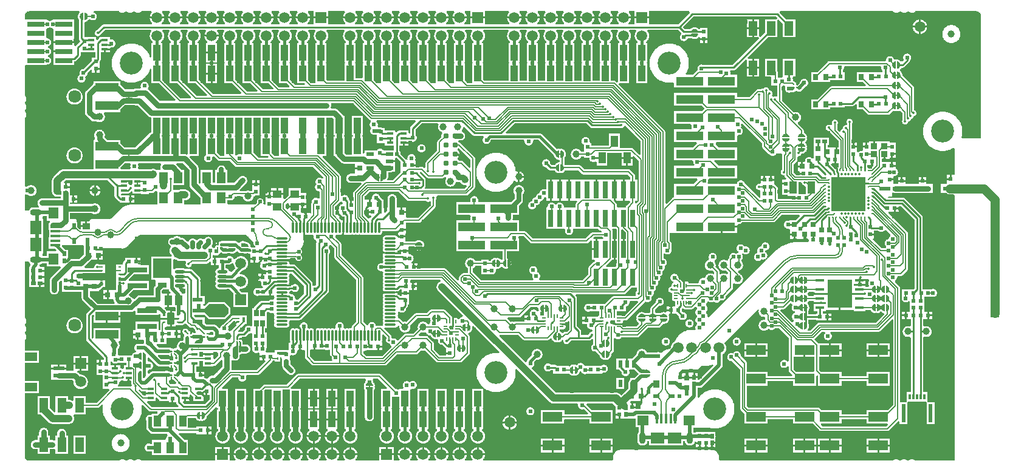
<source format=gtl>
G04*
G04 #@! TF.GenerationSoftware,Altium Limited,Altium Designer,18.0.11 (651)*
G04*
G04 Layer_Physical_Order=1*
G04 Layer_Color=255*
%FSLAX24Y24*%
%MOIN*%
G70*
G01*
G75*
%ADD10C,0.0059*%
%ADD11C,0.0098*%
%ADD13C,0.0100*%
%ADD15C,0.0200*%
%ADD16C,0.0060*%
%ADD18C,0.0079*%
%ADD19C,0.0080*%
%ADD22C,0.0090*%
%ADD42R,0.0472X0.0433*%
%ADD43R,0.0236X0.0197*%
%ADD44R,0.0236X0.0217*%
%ADD45R,0.0295X0.0315*%
%ADD46R,0.0217X0.0236*%
%ADD47R,0.0197X0.0256*%
%ADD48R,0.0197X0.0236*%
%ADD53R,0.0551X0.0236*%
%ADD54R,0.0669X0.0236*%
%ADD55O,0.0650X0.0118*%
%ADD56O,0.0118X0.0650*%
%ADD57R,0.1063X0.0315*%
%ADD58R,0.0315X0.0295*%
%ADD59R,0.0433X0.0551*%
%ADD60R,0.0335X0.0394*%
%ADD61R,0.0335X0.0236*%
%ADD62R,0.0394X0.0335*%
%ADD63R,0.0236X0.0335*%
%ADD64R,0.0098X0.0142*%
%ADD65R,0.1000X0.1051*%
%ADD66R,0.0500X0.0300*%
%ADD67R,0.0256X0.0197*%
%ADD68C,0.0394*%
%ADD69R,0.0228X0.0197*%
%ADD70R,0.0315X0.0295*%
%ADD71R,0.0551X0.0630*%
%ADD72R,0.0610X0.0748*%
%ADD73R,0.0531X0.0157*%
%ADD74R,0.0630X0.0551*%
%ADD75R,0.0748X0.0610*%
%ADD76R,0.0157X0.0531*%
%ADD77R,0.0236X0.1024*%
%ADD78R,0.0118X0.0315*%
%ADD79R,0.0610X0.0236*%
%ADD80R,0.0709X0.0472*%
%ADD81R,0.0300X0.0320*%
%ADD82R,0.0256X0.0335*%
%ADD83R,0.0402X0.0862*%
%ADD84R,0.1500X0.0500*%
%ADD85R,0.0299X0.0945*%
%ADD86R,0.0945X0.0299*%
%ADD87R,0.1252X0.0500*%
%ADD88R,0.0354X0.0138*%
%ADD89R,0.0157X0.0276*%
%ADD90R,0.0157X0.0098*%
%ADD91R,0.0276X0.0157*%
%ADD92R,0.0098X0.0157*%
%ADD93R,0.1083X0.0551*%
%ADD94R,0.0472X0.0787*%
%ADD95R,0.0394X0.0630*%
%ADD96R,0.0472X0.0630*%
%ADD98R,0.1909X0.1909*%
%ADD99R,0.0453X0.0177*%
%ADD100C,0.0087*%
%ADD103O,0.0551X0.0177*%
%ADD104R,0.0236X0.0394*%
%ADD105R,0.0394X0.0236*%
%ADD106R,0.0374X0.0335*%
%ADD107R,0.0394X0.0709*%
%ADD108C,0.0240*%
%ADD189C,0.0065*%
%ADD190C,0.0065*%
%ADD191C,0.0079*%
%ADD192R,0.0630X0.0984*%
%ADD193R,0.0177X0.0098*%
%ADD194R,0.0177X0.0187*%
%ADD195R,0.0177X0.0138*%
%ADD196R,0.0177X0.0098*%
%ADD197R,0.0354X0.0709*%
%ADD198C,0.0310*%
%ADD199C,0.0108*%
%ADD200R,0.1339X0.1575*%
%ADD201O,0.0256X0.0087*%
%ADD202O,0.0087X0.0256*%
%ADD203C,0.0591*%
%ADD204C,0.0150*%
%ADD205C,0.0096*%
%ADD206C,0.0300*%
%ADD207C,0.0250*%
%ADD208C,0.0400*%
%ADD209C,0.0072*%
%ADD210C,0.0500*%
%ADD211C,0.0057*%
%ADD212C,0.0120*%
%ADD213C,0.0180*%
%ADD214R,0.0394X0.0630*%
%ADD215R,0.1450X0.0420*%
%ADD216R,0.0620X0.1610*%
%ADD217C,0.1260*%
%ADD218R,0.0591X0.0591*%
%ADD219R,0.0591X0.0591*%
%ADD220O,0.0630X0.0354*%
%ADD221O,0.0354X0.0630*%
%ADD222C,0.0390*%
%ADD223C,0.0701*%
%ADD224C,0.0240*%
%ADD225C,0.0138*%
G36*
X52378Y24848D02*
X52406Y24844D01*
X52433Y24836D01*
X52458Y24825D01*
X52483Y24812D01*
X52506Y24795D01*
X52527Y24777D01*
X52545Y24756D01*
X52562Y24733D01*
X52575Y24708D01*
X52586Y24683D01*
X52594Y24656D01*
X52598Y24628D01*
X52600Y24603D01*
X52600Y24600D01*
Y17900D01*
X52581Y17880D01*
X51570D01*
X51532Y17950D01*
X51544Y17993D01*
X51558Y18056D01*
X51568Y18120D01*
X51573Y18185D01*
X51575Y18250D01*
X51573Y18315D01*
X51568Y18380D01*
X51558Y18444D01*
X51544Y18507D01*
X51527Y18570D01*
X51505Y18631D01*
X51481Y18691D01*
X51452Y18750D01*
X51420Y18806D01*
X51385Y18861D01*
X51347Y18913D01*
X51305Y18963D01*
X51260Y19010D01*
X51213Y19055D01*
X51163Y19097D01*
X51111Y19135D01*
X51056Y19170D01*
X51000Y19202D01*
X50941Y19231D01*
X50881Y19255D01*
X50820Y19277D01*
X50757Y19294D01*
X50694Y19308D01*
X50630Y19318D01*
X50565Y19323D01*
X50500Y19325D01*
X50435Y19323D01*
X50370Y19318D01*
X50306Y19308D01*
X50243Y19294D01*
X50180Y19277D01*
X50119Y19255D01*
X50059Y19231D01*
X50000Y19202D01*
X49944Y19170D01*
X49889Y19135D01*
X49837Y19097D01*
X49787Y19055D01*
X49740Y19010D01*
X49695Y18963D01*
X49653Y18913D01*
X49615Y18861D01*
X49580Y18806D01*
X49548Y18750D01*
X49519Y18691D01*
X49495Y18631D01*
X49473Y18570D01*
X49456Y18507D01*
X49442Y18444D01*
X49432Y18380D01*
X49427Y18315D01*
X49425Y18250D01*
X49427Y18185D01*
X49432Y18120D01*
X49442Y18056D01*
X49456Y17993D01*
X49473Y17930D01*
X49495Y17869D01*
X49519Y17809D01*
X49548Y17750D01*
X49580Y17694D01*
X49615Y17639D01*
X49653Y17587D01*
X49695Y17537D01*
X49740Y17490D01*
X49787Y17445D01*
X49837Y17403D01*
X49889Y17365D01*
X49944Y17330D01*
X50000Y17298D01*
X50059Y17269D01*
X50119Y17245D01*
X50180Y17223D01*
X50243Y17206D01*
X50306Y17192D01*
X50370Y17182D01*
X50435Y17177D01*
X50500Y17175D01*
X50565Y17177D01*
X50630Y17182D01*
X50694Y17192D01*
X50757Y17206D01*
X50820Y17223D01*
X50881Y17245D01*
X50941Y17269D01*
X51000Y17298D01*
X51056Y17330D01*
X51081Y17346D01*
X51151Y17310D01*
X51151Y15913D01*
X51135Y15850D01*
X50987D01*
Y15631D01*
X50937D01*
Y15581D01*
X50738D01*
Y15424D01*
X50718Y15396D01*
X50686Y15371D01*
X50383D01*
Y14859D01*
X50646D01*
X50663Y14857D01*
X50711Y14850D01*
X50711Y14850D01*
X50724Y14841D01*
X50752Y14824D01*
X50752Y14824D01*
X50781Y14811D01*
X50811Y14800D01*
X50842Y14792D01*
X50874Y14787D01*
X50907Y14786D01*
X51102D01*
X51151Y14736D01*
X51150Y150D01*
X48998D01*
X48982Y168D01*
X48962Y186D01*
X48940Y202D01*
X48917Y215D01*
X48892Y225D01*
X48867Y232D01*
X48840Y237D01*
X48814Y238D01*
X48787Y237D01*
X48761Y232D01*
X48735Y225D01*
X48710Y215D01*
X48687Y202D01*
X48665Y186D01*
X48645Y168D01*
X48632Y154D01*
X48562D01*
X48549Y168D01*
X48529Y186D01*
X48507Y202D01*
X48484Y215D01*
X48459Y225D01*
X48434Y232D01*
X48407Y237D01*
X48381Y238D01*
X48354Y237D01*
X48328Y232D01*
X48302Y225D01*
X48277Y215D01*
X48254Y202D01*
X48232Y186D01*
X48212Y168D01*
X48199Y154D01*
X48129D01*
X48116Y168D01*
X48096Y186D01*
X48074Y202D01*
X48051Y215D01*
X48026Y225D01*
X48001Y232D01*
X47974Y237D01*
X47948Y238D01*
X47921Y237D01*
X47895Y232D01*
X47869Y225D01*
X47844Y215D01*
X47821Y202D01*
X47799Y186D01*
X47779Y168D01*
X47763Y150D01*
X38331D01*
X38328Y150D01*
X38311Y152D01*
X38292Y158D01*
X38275Y167D01*
X38260Y179D01*
X38247Y194D01*
X38238Y212D01*
X38232Y230D01*
X38231Y247D01*
X38231Y250D01*
Y350D01*
X38231D01*
X38229Y389D01*
X38223Y428D01*
X38214Y466D01*
X38201Y503D01*
X38184Y539D01*
X38164Y573D01*
X38140Y604D01*
X38114Y633D01*
X38085Y660D01*
X38053Y683D01*
X38019Y703D01*
X37984Y720D01*
X37947Y733D01*
X37909Y743D01*
X37870Y749D01*
X37831Y750D01*
Y750D01*
X32822D01*
Y750D01*
X32783Y749D01*
X32744Y743D01*
X32706Y733D01*
X32669Y720D01*
X32634Y703D01*
X32600Y683D01*
X32568Y660D01*
X32539Y633D01*
X32513Y604D01*
X32489Y573D01*
X32469Y539D01*
X32452Y503D01*
X32439Y466D01*
X32430Y428D01*
X32424Y389D01*
X32422Y350D01*
X32422D01*
Y250D01*
X32422Y247D01*
X32420Y230D01*
X32415Y212D01*
X32406Y194D01*
X32393Y179D01*
X32378Y167D01*
X32361Y158D01*
X32342Y152D01*
X32325Y150D01*
X32322Y150D01*
X25307D01*
X25280Y219D01*
X25280Y220D01*
X25306Y249D01*
X25329Y280D01*
X25349Y313D01*
X25366Y349D01*
X25379Y385D01*
X25388Y423D01*
X25392Y450D01*
X24608D01*
X24612Y423D01*
X24621Y385D01*
X24634Y349D01*
X24651Y313D01*
X24671Y280D01*
X24694Y249D01*
X24720Y220D01*
X24720Y219D01*
X24693Y150D01*
X24307D01*
X24280Y219D01*
X24280Y220D01*
X24306Y249D01*
X24329Y280D01*
X24349Y313D01*
X24366Y349D01*
X24379Y385D01*
X24388Y423D01*
X24392Y450D01*
X23608D01*
X23612Y423D01*
X23621Y385D01*
X23634Y349D01*
X23651Y313D01*
X23671Y280D01*
X23694Y249D01*
X23720Y220D01*
X23720Y219D01*
X23693Y150D01*
X23307D01*
X23280Y219D01*
X23280Y220D01*
X23306Y249D01*
X23329Y280D01*
X23349Y313D01*
X23366Y349D01*
X23379Y385D01*
X23388Y423D01*
X23392Y450D01*
X22608D01*
X22612Y423D01*
X22621Y385D01*
X22634Y349D01*
X22651Y313D01*
X22671Y280D01*
X22694Y249D01*
X22720Y220D01*
X22720Y219D01*
X22693Y150D01*
X22307D01*
X22280Y219D01*
X22280Y220D01*
X22306Y249D01*
X22329Y280D01*
X22349Y313D01*
X22366Y349D01*
X22379Y385D01*
X22388Y423D01*
X22392Y450D01*
X21608D01*
X21612Y423D01*
X21621Y385D01*
X21634Y349D01*
X21651Y313D01*
X21671Y280D01*
X21694Y249D01*
X21720Y220D01*
X21720Y219D01*
X21693Y150D01*
X21307D01*
X21280Y219D01*
X21280Y220D01*
X21306Y249D01*
X21329Y280D01*
X21349Y313D01*
X21366Y349D01*
X21379Y385D01*
X21388Y423D01*
X21392Y450D01*
X20608D01*
X20612Y423D01*
X20621Y385D01*
X20634Y349D01*
X20651Y313D01*
X20671Y280D01*
X20694Y249D01*
X20720Y220D01*
X20720Y219D01*
X20693Y150D01*
X20395D01*
Y450D01*
X19605D01*
Y150D01*
X18307D01*
X18280Y219D01*
X18280Y220D01*
X18306Y249D01*
X18329Y280D01*
X18349Y313D01*
X18366Y349D01*
X18379Y385D01*
X18388Y423D01*
X18392Y450D01*
X17608D01*
X17612Y423D01*
X17621Y385D01*
X17634Y349D01*
X17651Y313D01*
X17671Y280D01*
X17694Y249D01*
X17720Y220D01*
X17720Y219D01*
X17693Y150D01*
X17307D01*
X17280Y219D01*
X17280Y220D01*
X17306Y249D01*
X17329Y280D01*
X17349Y313D01*
X17366Y349D01*
X17379Y385D01*
X17388Y423D01*
X17392Y450D01*
X16608D01*
X16612Y423D01*
X16621Y385D01*
X16634Y349D01*
X16651Y313D01*
X16671Y280D01*
X16694Y249D01*
X16720Y220D01*
X16720Y219D01*
X16693Y150D01*
X16307D01*
X16280Y219D01*
X16280Y220D01*
X16306Y249D01*
X16329Y280D01*
X16349Y313D01*
X16366Y349D01*
X16379Y385D01*
X16388Y423D01*
X16392Y450D01*
X15608D01*
X15612Y423D01*
X15621Y385D01*
X15634Y349D01*
X15651Y313D01*
X15671Y280D01*
X15694Y249D01*
X15720Y220D01*
X15720Y219D01*
X15693Y150D01*
X15307D01*
X15280Y219D01*
X15280Y220D01*
X15306Y249D01*
X15329Y280D01*
X15349Y313D01*
X15366Y349D01*
X15379Y385D01*
X15388Y423D01*
X15392Y450D01*
X14608D01*
X14612Y423D01*
X14621Y385D01*
X14634Y349D01*
X14651Y313D01*
X14671Y280D01*
X14694Y249D01*
X14720Y220D01*
X14720Y219D01*
X14693Y150D01*
X14307D01*
X14280Y219D01*
X14280Y220D01*
X14306Y249D01*
X14329Y280D01*
X14349Y313D01*
X14366Y349D01*
X14379Y385D01*
X14388Y423D01*
X14392Y450D01*
X13608D01*
X13612Y423D01*
X13621Y385D01*
X13634Y349D01*
X13651Y313D01*
X13671Y280D01*
X13694Y249D01*
X13720Y220D01*
X13720Y219D01*
X13693Y150D01*
X13307D01*
X13280Y219D01*
X13280Y220D01*
X13306Y249D01*
X13329Y280D01*
X13349Y313D01*
X13366Y349D01*
X13379Y385D01*
X13388Y423D01*
X13392Y450D01*
X12608D01*
X12612Y423D01*
X12621Y385D01*
X12634Y349D01*
X12651Y313D01*
X12671Y280D01*
X12694Y249D01*
X12720Y220D01*
X12720Y219D01*
X12693Y150D01*
X12307D01*
X12280Y219D01*
X12280Y220D01*
X12306Y249D01*
X12329Y280D01*
X12349Y313D01*
X12366Y349D01*
X12379Y385D01*
X12388Y423D01*
X12392Y450D01*
X11608D01*
X11612Y423D01*
X11621Y385D01*
X11634Y349D01*
X11651Y313D01*
X11671Y280D01*
X11694Y249D01*
X11720Y220D01*
X11720Y219D01*
X11693Y150D01*
X11395D01*
Y450D01*
X10605D01*
Y150D01*
X6549D01*
X6533Y168D01*
X6513Y186D01*
X6492Y202D01*
X6468Y215D01*
X6444Y225D01*
X6418Y232D01*
X6392Y237D01*
X6365Y238D01*
X6338Y237D01*
X6312Y232D01*
X6286Y225D01*
X6262Y215D01*
X6238Y202D01*
X6216Y186D01*
X6197Y168D01*
X6184Y154D01*
X6113D01*
X6100Y168D01*
X6080Y186D01*
X6059Y202D01*
X6035Y215D01*
X6011Y225D01*
X5985Y232D01*
X5959Y237D01*
X5932Y238D01*
X5905Y237D01*
X5879Y232D01*
X5853Y225D01*
X5829Y215D01*
X5805Y202D01*
X5784Y186D01*
X5764Y168D01*
X5751Y154D01*
X5680D01*
X5667Y168D01*
X5647Y186D01*
X5626Y202D01*
X5602Y215D01*
X5578Y225D01*
X5552Y232D01*
X5526Y237D01*
X5499Y238D01*
X5472Y237D01*
X5446Y232D01*
X5420Y225D01*
X5396Y215D01*
X5372Y202D01*
X5350Y186D01*
X5331Y168D01*
X5315Y150D01*
X400D01*
X397Y150D01*
X372Y152D01*
X344Y156D01*
X317Y164D01*
X292Y175D01*
X267Y188D01*
X244Y205D01*
X223Y223D01*
X205Y244D01*
X188Y267D01*
X175Y292D01*
X164Y317D01*
X159Y334D01*
X150Y400D01*
X150Y400D01*
X150Y400D01*
Y3867D01*
X939D01*
Y4539D01*
X150D01*
Y5521D01*
X939D01*
Y6193D01*
X150D01*
Y6786D01*
X168Y6802D01*
X186Y6822D01*
X202Y6844D01*
X215Y6867D01*
X225Y6892D01*
X232Y6917D01*
X237Y6944D01*
X238Y6970D01*
X237Y6997D01*
X232Y7023D01*
X225Y7049D01*
X215Y7074D01*
X202Y7097D01*
X186Y7119D01*
X168Y7139D01*
X154Y7152D01*
Y7222D01*
X168Y7235D01*
X186Y7255D01*
X202Y7277D01*
X215Y7300D01*
X225Y7325D01*
X232Y7350D01*
X237Y7377D01*
X238Y7403D01*
X237Y7430D01*
X232Y7456D01*
X225Y7482D01*
X215Y7507D01*
X202Y7530D01*
X186Y7552D01*
X168Y7572D01*
X154Y7585D01*
Y7655D01*
X168Y7668D01*
X186Y7688D01*
X202Y7710D01*
X215Y7733D01*
X225Y7758D01*
X232Y7783D01*
X237Y7810D01*
X238Y7836D01*
X237Y7863D01*
X232Y7889D01*
X225Y7915D01*
X215Y7940D01*
X202Y7963D01*
X186Y7985D01*
X168Y8005D01*
X150Y8021D01*
Y11104D01*
X368Y11104D01*
X377Y11080D01*
X392Y11053D01*
X410Y11028D01*
X431Y11004D01*
X442Y10995D01*
X454Y10959D01*
X454Y10909D01*
X451Y10902D01*
X450Y10901D01*
X435Y10879D01*
X424Y10855D01*
X415Y10831D01*
X410Y10805D01*
X410Y10798D01*
X383D01*
Y10382D01*
Y10096D01*
X381D01*
Y9699D01*
X581D01*
X583Y9699D01*
X609Y9697D01*
X635Y9699D01*
X636Y9699D01*
X933D01*
Y9897D01*
X983D01*
Y9947D01*
X1211D01*
Y10042D01*
X1213D01*
Y10190D01*
X995D01*
Y10290D01*
X1213D01*
Y10382D01*
Y10540D01*
X995D01*
Y10640D01*
X1213D01*
Y10798D01*
X997D01*
X990Y10803D01*
X976Y10816D01*
X975Y10819D01*
X955Y10866D01*
X975Y10933D01*
X995Y10939D01*
X1024Y10951D01*
X1051Y10966D01*
X1076Y10984D01*
X1095Y11000D01*
X1354D01*
Y10825D01*
X2088D01*
X2125Y10763D01*
X1593Y10231D01*
X1574Y10210D01*
X1558Y10187D01*
X1544Y10163D01*
X1534Y10137D01*
X1526Y10110D01*
X1521Y10082D01*
X1520Y10054D01*
Y9540D01*
X1521Y9512D01*
X1526Y9484D01*
X1534Y9457D01*
X1544Y9431D01*
X1558Y9407D01*
X1574Y9384D01*
X1593Y9363D01*
X1614Y9344D01*
X1637Y9328D01*
X1661Y9314D01*
X1687Y9304D01*
X1714Y9296D01*
X1742Y9291D01*
X1770Y9290D01*
X1798Y9291D01*
X1826Y9296D01*
X1853Y9304D01*
X1879Y9314D01*
X1903Y9328D01*
X1926Y9344D01*
X1947Y9363D01*
X1966Y9384D01*
X1982Y9407D01*
X1996Y9431D01*
X2006Y9457D01*
X2014Y9484D01*
X2019Y9512D01*
X2020Y9540D01*
Y9950D01*
X2117Y10047D01*
X2182Y10020D01*
Y9691D01*
X2181Y9689D01*
X2180Y9663D01*
Y9635D01*
X2181Y9609D01*
X2182Y9607D01*
Y9445D01*
X2318D01*
X2328Y9441D01*
X2354Y9436D01*
X2380Y9435D01*
X3275D01*
Y9110D01*
X3275Y9110D01*
X3276Y9081D01*
X3282Y9052D01*
X3292Y9024D01*
X3305Y8997D01*
X3321Y8973D01*
X3341Y8951D01*
X3794Y8497D01*
X3554Y8256D01*
X3538Y8238D01*
X3526Y8218D01*
X3517Y8196D01*
X3511Y8174D01*
X3510Y8150D01*
Y6850D01*
X3511Y6826D01*
X3517Y6804D01*
X3526Y6782D01*
X3538Y6762D01*
X3554Y6744D01*
X4490Y5808D01*
Y5685D01*
X4339D01*
Y5467D01*
X4289D01*
Y5417D01*
X4080D01*
Y5249D01*
Y4855D01*
X4422D01*
Y4499D01*
Y4105D01*
X4772D01*
X4801Y4035D01*
X4089Y3323D01*
X3497D01*
Y3686D01*
X2824D01*
Y3479D01*
X2815Y3469D01*
X2754Y3443D01*
X2749Y3447D01*
X2719Y3463D01*
X2688Y3476D01*
X2656Y3486D01*
X2623Y3491D01*
X2589Y3493D01*
X2512D01*
Y3686D01*
X1840D01*
Y2840D01*
X1770Y2811D01*
X1528Y3053D01*
Y3686D01*
X856D01*
Y2699D01*
X1032D01*
X1464Y2268D01*
X1489Y2245D01*
X1516Y2226D01*
X1546Y2209D01*
X1577Y2196D01*
X1609Y2187D01*
X1643Y2181D01*
X1676Y2180D01*
X2566D01*
X2600Y2181D01*
X2633Y2187D01*
X2666Y2196D01*
X2697Y2209D01*
X2726Y2226D01*
X2754Y2245D01*
X2779Y2268D01*
X2801Y2293D01*
X2821Y2320D01*
X2837Y2350D01*
X2850Y2381D01*
X2859Y2413D01*
X2865Y2446D01*
X2867Y2480D01*
X2865Y2514D01*
X2859Y2547D01*
X2850Y2579D01*
X2837Y2610D01*
X2827Y2629D01*
X2838Y2664D01*
X2865Y2699D01*
X3497D01*
Y3062D01*
X4143D01*
X4163Y3064D01*
X4183Y3069D01*
X4202Y3076D01*
X4219Y3087D01*
X4235Y3100D01*
X4382Y3248D01*
X4446Y3213D01*
X4442Y3194D01*
X4432Y3130D01*
X4427Y3065D01*
X4425Y3000D01*
X4427Y2935D01*
X4432Y2870D01*
X4442Y2806D01*
X4456Y2743D01*
X4473Y2680D01*
X4495Y2619D01*
X4519Y2559D01*
X4548Y2500D01*
X4580Y2444D01*
X4615Y2389D01*
X4653Y2337D01*
X4695Y2287D01*
X4740Y2240D01*
X4787Y2195D01*
X4837Y2153D01*
X4889Y2115D01*
X4944Y2080D01*
X5000Y2048D01*
X5059Y2019D01*
X5119Y1995D01*
X5180Y1973D01*
X5243Y1956D01*
X5306Y1942D01*
X5370Y1932D01*
X5435Y1927D01*
X5500Y1925D01*
X5565Y1927D01*
X5630Y1932D01*
X5694Y1942D01*
X5757Y1956D01*
X5820Y1973D01*
X5881Y1995D01*
X5941Y2019D01*
X6000Y2048D01*
X6056Y2080D01*
X6111Y2115D01*
X6163Y2153D01*
X6213Y2195D01*
X6260Y2240D01*
X6305Y2287D01*
X6347Y2337D01*
X6385Y2389D01*
X6420Y2444D01*
X6452Y2500D01*
X6481Y2559D01*
X6505Y2619D01*
X6527Y2680D01*
X6544Y2743D01*
X6558Y2806D01*
X6568Y2870D01*
X6573Y2935D01*
X6575Y3000D01*
X6573Y3065D01*
X6568Y3130D01*
X6559Y3188D01*
X6565Y3195D01*
X6632Y3213D01*
X6948Y2898D01*
X6963Y2885D01*
X6981Y2874D01*
X7000Y2866D01*
X7020Y2861D01*
X7040Y2860D01*
X7048D01*
X7057Y2856D01*
X7077Y2851D01*
X7097Y2850D01*
X7409D01*
X7440Y2781D01*
X7411Y2743D01*
X7134D01*
Y2727D01*
X7132Y2721D01*
X7103Y2696D01*
X7064Y2676D01*
X7049Y2679D01*
X7020Y2680D01*
X6991Y2679D01*
X6963Y2673D01*
X6936Y2664D01*
X6910Y2651D01*
X6886Y2635D01*
X6864Y2616D01*
X6845Y2594D01*
X6829Y2570D01*
X6816Y2544D01*
X6807Y2517D01*
X6801Y2489D01*
X6800Y2460D01*
X6801Y2431D01*
X6807Y2403D01*
X6816Y2376D01*
X6820Y2369D01*
Y1970D01*
X6821Y1944D01*
X6826Y1918D01*
X6835Y1893D01*
X6846Y1870D01*
X6861Y1848D01*
X6878Y1828D01*
X7028Y1678D01*
X7048Y1661D01*
X7070Y1646D01*
X7093Y1635D01*
X7118Y1626D01*
X7144Y1621D01*
X7170Y1620D01*
X7949D01*
X7972Y1596D01*
X7976Y1577D01*
X7967Y1509D01*
X7964Y1506D01*
X7945Y1484D01*
X7929Y1460D01*
X7916Y1434D01*
X7907Y1407D01*
X7901Y1379D01*
X7900Y1350D01*
X7854Y1296D01*
X7837Y1287D01*
X7823D01*
Y1285D01*
X7728D01*
Y1287D01*
X7134D01*
Y1072D01*
X7058D01*
X7034Y1084D01*
X7007Y1093D01*
X6979Y1099D01*
X6950Y1100D01*
X6921Y1099D01*
X6893Y1093D01*
X6866Y1084D01*
X6840Y1071D01*
X6816Y1055D01*
X6794Y1036D01*
X6775Y1014D01*
X6759Y990D01*
X6746Y964D01*
X6737Y937D01*
X6731Y909D01*
X6730Y880D01*
X6731Y851D01*
X6737Y823D01*
X6746Y796D01*
X6759Y770D01*
X6775Y746D01*
X6794Y724D01*
X6816Y705D01*
X6840Y689D01*
X6866Y676D01*
X6893Y667D01*
X6921Y661D01*
X6950Y660D01*
X6979Y661D01*
X7007Y667D01*
X7019Y671D01*
X7134D01*
Y457D01*
X7460D01*
Y450D01*
X7960D01*
Y457D01*
X8417D01*
Y460D01*
X8512D01*
Y457D01*
X9106D01*
Y1287D01*
X8917D01*
X8594Y1610D01*
X8623Y1680D01*
X9565D01*
Y1612D01*
X10127D01*
Y1820D01*
Y2028D01*
X9565D01*
Y1960D01*
X9106D01*
Y2497D01*
X9108Y2500D01*
X9512D01*
X9525Y2477D01*
X9544Y2450D01*
X9567Y2424D01*
X9593Y2401D01*
X9621Y2381D01*
X9644Y2368D01*
X9651Y2365D01*
X9651Y2365D01*
X9682Y2352D01*
X9707Y2344D01*
X9707Y2345D01*
X9719Y2342D01*
X9740Y2340D01*
X9760Y2342D01*
X9780Y2346D01*
X9799Y2354D01*
X9810Y2361D01*
X9821Y2354D01*
X9840Y2346D01*
X9860Y2342D01*
X9880Y2340D01*
X9901Y2342D01*
X9913Y2345D01*
X9913Y2344D01*
X9938Y2352D01*
X9969Y2365D01*
X9969Y2365D01*
X9976Y2368D01*
X9999Y2381D01*
X10027Y2401D01*
X10053Y2424D01*
X10076Y2450D01*
X10095Y2477D01*
X10112Y2507D01*
X10125Y2539D01*
X10135Y2572D01*
X10139Y2598D01*
X10635Y3093D01*
X10699Y3067D01*
Y3046D01*
X10750D01*
Y2954D01*
X10699D01*
Y1892D01*
X10750D01*
Y1806D01*
X10749Y1806D01*
X10720Y1780D01*
X10694Y1751D01*
X10671Y1720D01*
X10651Y1687D01*
X10634Y1651D01*
X10621Y1615D01*
X10612Y1577D01*
X10606Y1539D01*
X10604Y1500D01*
X10606Y1461D01*
X10612Y1423D01*
X10621Y1385D01*
X10634Y1349D01*
X10651Y1313D01*
X10671Y1280D01*
X10694Y1249D01*
X10720Y1220D01*
X10749Y1194D01*
X10780Y1171D01*
X10813Y1151D01*
X10849Y1134D01*
X10885Y1121D01*
X10923Y1112D01*
X10961Y1106D01*
X11000Y1104D01*
X11039Y1106D01*
X11077Y1112D01*
X11115Y1121D01*
X11151Y1134D01*
X11187Y1151D01*
X11220Y1171D01*
X11251Y1194D01*
X11280Y1220D01*
X11306Y1249D01*
X11329Y1280D01*
X11349Y1313D01*
X11366Y1349D01*
X11379Y1385D01*
X11388Y1423D01*
X11394Y1461D01*
X11396Y1500D01*
X11394Y1539D01*
X11388Y1577D01*
X11379Y1615D01*
X11366Y1651D01*
X11349Y1687D01*
X11329Y1720D01*
X11306Y1751D01*
X11280Y1780D01*
X11251Y1806D01*
X11250Y1806D01*
Y1892D01*
X11301D01*
Y2954D01*
X11250D01*
Y3046D01*
X11301D01*
Y4108D01*
X11000D01*
X10974Y4173D01*
X11522Y4721D01*
X11859D01*
X11860Y4720D01*
X11861Y4691D01*
X11867Y4663D01*
X11876Y4636D01*
X11889Y4610D01*
X11905Y4586D01*
X11924Y4564D01*
X11946Y4545D01*
X11970Y4529D01*
X11996Y4516D01*
X12023Y4507D01*
X12051Y4501D01*
X12080Y4500D01*
X12109Y4501D01*
X12137Y4507D01*
X12164Y4516D01*
X12190Y4529D01*
X12214Y4545D01*
X12236Y4564D01*
X12255Y4586D01*
X12271Y4610D01*
X12284Y4636D01*
X12293Y4663D01*
X12299Y4691D01*
X12300Y4720D01*
X12299Y4749D01*
X12293Y4777D01*
X12289Y4790D01*
X12308Y4831D01*
X12335Y4860D01*
X12920D01*
X12940Y4861D01*
X12960Y4866D01*
X12979Y4874D01*
X12997Y4884D01*
X13012Y4898D01*
X13729Y5615D01*
X13742Y5630D01*
X13753Y5648D01*
X13755Y5653D01*
X13775Y5652D01*
X13872D01*
Y5603D01*
X14171D01*
Y5782D01*
X14249D01*
Y5603D01*
X14275D01*
Y5360D01*
X14275Y5360D01*
X14276Y5331D01*
X14282Y5302D01*
X14292Y5274D01*
X14305Y5247D01*
X14321Y5223D01*
X14341Y5201D01*
X14601Y4941D01*
X14623Y4921D01*
X14647Y4905D01*
X14674Y4892D01*
X14702Y4882D01*
X14731Y4876D01*
X14760Y4875D01*
X14789Y4876D01*
X14818Y4882D01*
X14846Y4892D01*
X14873Y4905D01*
X14897Y4921D01*
X14919Y4941D01*
X14939Y4963D01*
X14955Y4987D01*
X14968Y5014D01*
X14978Y5042D01*
X14984Y5071D01*
X14985Y5100D01*
X14984Y5129D01*
X14978Y5158D01*
X14968Y5186D01*
X14955Y5213D01*
X14939Y5237D01*
X14919Y5259D01*
X14725Y5453D01*
Y5613D01*
X14724Y5643D01*
X14718Y5672D01*
X14708Y5699D01*
X14708Y5700D01*
Y5923D01*
X14720Y5937D01*
X14778Y5965D01*
X14780Y5964D01*
X14807Y5955D01*
X14836Y5949D01*
X14864Y5947D01*
X14893Y5949D01*
X14921Y5955D01*
X14949Y5964D01*
X14975Y5977D01*
X14999Y5993D01*
X15020Y6012D01*
X15039Y6033D01*
X15055Y6057D01*
X15068Y6083D01*
X15077Y6111D01*
X15083Y6139D01*
X15085Y6168D01*
X15085Y6172D01*
X15121Y6225D01*
X15144Y6242D01*
X15203D01*
Y6440D01*
X15303D01*
Y6242D01*
X15471D01*
X15521Y6193D01*
Y5849D01*
X15522Y5828D01*
X15527Y5808D01*
X15535Y5790D01*
X15546Y5772D01*
X15559Y5757D01*
X15894Y5422D01*
X15909Y5408D01*
X15927Y5398D01*
X15946Y5390D01*
X15966Y5385D01*
X15986Y5384D01*
X19903D01*
X19924Y5385D01*
X19944Y5390D01*
X19963Y5398D01*
X19980Y5408D01*
X19996Y5422D01*
X20583Y6010D01*
X21640D01*
X21660Y6011D01*
X21680Y6016D01*
X21699Y6024D01*
X21717Y6035D01*
X21732Y6048D01*
X21903Y6219D01*
X21934Y6210D01*
X21967Y6205D01*
X22000Y6203D01*
X22033Y6205D01*
X22066Y6210D01*
X22097Y6219D01*
X22728Y5588D01*
X22743Y5574D01*
X22761Y5564D01*
X22780Y5556D01*
X22800Y5551D01*
X22820Y5550D01*
X24040D01*
X24060Y5551D01*
X24080Y5556D01*
X24099Y5564D01*
X24117Y5574D01*
X24132Y5588D01*
X24512Y5968D01*
X24525Y5983D01*
X24536Y6001D01*
X24544Y6020D01*
X24549Y6040D01*
X24550Y6060D01*
Y6960D01*
X24549Y6980D01*
X24544Y7000D01*
X24536Y7019D01*
X24525Y7037D01*
X24512Y7052D01*
X24463Y7102D01*
X24462Y7126D01*
X24464Y7134D01*
X24485Y7178D01*
X24498Y7182D01*
X24529Y7195D01*
X24529Y7195D01*
X24536Y7198D01*
X24559Y7211D01*
X24587Y7231D01*
X24613Y7254D01*
X24636Y7280D01*
X24655Y7307D01*
X24672Y7337D01*
X24685Y7369D01*
X24695Y7402D01*
X24700Y7436D01*
X24702Y7470D01*
X24700Y7504D01*
X24695Y7535D01*
X24699Y7540D01*
X24758Y7571D01*
X26202Y6127D01*
X26168Y6062D01*
X26130Y6068D01*
X26065Y6073D01*
X26000Y6075D01*
X25935Y6073D01*
X25870Y6068D01*
X25806Y6058D01*
X25743Y6044D01*
X25680Y6027D01*
X25619Y6005D01*
X25559Y5981D01*
X25500Y5952D01*
X25444Y5920D01*
X25389Y5885D01*
X25337Y5847D01*
X25287Y5805D01*
X25240Y5760D01*
X25195Y5713D01*
X25153Y5663D01*
X25115Y5611D01*
X25080Y5556D01*
X25048Y5500D01*
X25019Y5441D01*
X24995Y5381D01*
X24973Y5320D01*
X24956Y5257D01*
X24942Y5194D01*
X24932Y5130D01*
X24927Y5065D01*
X24925Y5000D01*
X24927Y4935D01*
X24932Y4870D01*
X24942Y4806D01*
X24956Y4743D01*
X24973Y4680D01*
X24995Y4619D01*
X25019Y4559D01*
X25048Y4500D01*
X25080Y4444D01*
X25115Y4389D01*
X25153Y4337D01*
X25195Y4287D01*
X25240Y4240D01*
X25287Y4195D01*
X25314Y4172D01*
X25282Y4108D01*
X25237Y4108D01*
X24699D01*
Y3046D01*
X24718D01*
X24732Y3035D01*
X24732Y3018D01*
X24699Y2954D01*
X24699D01*
Y1892D01*
X24749D01*
X24769Y1853D01*
X24771Y1822D01*
X24749Y1806D01*
X24720Y1780D01*
X24694Y1751D01*
X24671Y1720D01*
X24651Y1687D01*
X24634Y1651D01*
X24621Y1615D01*
X24612Y1577D01*
X24606Y1539D01*
X24604Y1500D01*
X24606Y1461D01*
X24612Y1423D01*
X24621Y1385D01*
X24634Y1349D01*
X24651Y1313D01*
X24671Y1280D01*
X24694Y1249D01*
X24720Y1220D01*
X24749Y1194D01*
X24780Y1171D01*
X24813Y1151D01*
X24849Y1134D01*
X24885Y1121D01*
X24923Y1112D01*
X24961Y1106D01*
X25000Y1104D01*
X25039Y1106D01*
X25077Y1112D01*
X25115Y1121D01*
X25151Y1134D01*
X25187Y1151D01*
X25220Y1171D01*
X25251Y1194D01*
X25280Y1220D01*
X25306Y1249D01*
X25329Y1280D01*
X25349Y1313D01*
X25366Y1349D01*
X25379Y1385D01*
X25388Y1423D01*
X25394Y1461D01*
X25396Y1500D01*
X25394Y1539D01*
X25388Y1577D01*
X25379Y1615D01*
X25366Y1651D01*
X25349Y1687D01*
X25329Y1720D01*
X25306Y1751D01*
X25280Y1780D01*
X25251Y1806D01*
X25229Y1822D01*
X25231Y1853D01*
X25251Y1892D01*
X25301D01*
Y2954D01*
X25301D01*
X25268Y3018D01*
X25268Y3035D01*
X25282Y3046D01*
X25301D01*
Y4042D01*
X25301Y4093D01*
X25359Y4138D01*
X25389Y4115D01*
X25444Y4080D01*
X25500Y4048D01*
X25559Y4019D01*
X25619Y3995D01*
X25680Y3973D01*
X25743Y3956D01*
X25806Y3942D01*
X25870Y3932D01*
X25935Y3927D01*
X26000Y3925D01*
X26065Y3927D01*
X26130Y3932D01*
X26194Y3942D01*
X26257Y3956D01*
X26320Y3973D01*
X26381Y3995D01*
X26441Y4019D01*
X26500Y4048D01*
X26556Y4080D01*
X26611Y4115D01*
X26663Y4153D01*
X26713Y4195D01*
X26760Y4240D01*
X26805Y4287D01*
X26847Y4337D01*
X26885Y4389D01*
X26920Y4444D01*
X26952Y4500D01*
X26981Y4559D01*
X27005Y4619D01*
X27027Y4680D01*
X27044Y4743D01*
X27058Y4806D01*
X27068Y4870D01*
X27073Y4935D01*
X27075Y5000D01*
X27073Y5065D01*
X27068Y5130D01*
X27062Y5168D01*
X27127Y5202D01*
X28951Y3378D01*
X28977Y3355D01*
X29004Y3336D01*
X29034Y3319D01*
X29065Y3306D01*
X29097Y3297D01*
X29130Y3291D01*
X29164Y3290D01*
X30444D01*
X30456Y3283D01*
X30496Y3235D01*
X30501Y3220D01*
X30500Y3200D01*
X30501Y3171D01*
X30507Y3143D01*
X30516Y3116D01*
X30529Y3090D01*
X30545Y3066D01*
X30564Y3044D01*
X30586Y3025D01*
X30610Y3009D01*
X30636Y2996D01*
X30663Y2987D01*
X30691Y2981D01*
X30720Y2980D01*
X30749Y2981D01*
X30777Y2987D01*
X30804Y2996D01*
X30817Y3002D01*
X31059Y2760D01*
X31030Y2690D01*
X29743D01*
Y2935D01*
X28460D01*
Y2184D01*
X29743D01*
Y2429D01*
X31117D01*
Y2184D01*
X32400D01*
Y2935D01*
X31253D01*
X30968Y3220D01*
X30997Y3290D01*
X32408D01*
X32553Y3145D01*
X32567Y3133D01*
Y2864D01*
Y2738D01*
X32765D01*
Y2688D01*
X32815D01*
Y2470D01*
X32963D01*
Y2475D01*
X33652D01*
Y1989D01*
X33826D01*
Y1729D01*
X33810Y1711D01*
X33792Y1686D01*
X33777Y1659D01*
X33765Y1630D01*
X33757Y1600D01*
X33751Y1569D01*
X33750Y1538D01*
Y1263D01*
X33751Y1231D01*
X33757Y1201D01*
X33765Y1171D01*
X33777Y1142D01*
X33792Y1115D01*
X33810Y1089D01*
X33831Y1066D01*
X33854Y1046D01*
X33880Y1028D01*
X33907Y1012D01*
X33936Y1001D01*
X33965Y992D01*
X33996Y987D01*
X34027Y985D01*
X34058Y987D01*
X34089Y992D01*
X34119Y1001D01*
X34148Y1012D01*
X34175Y1028D01*
X34200Y1046D01*
X34224Y1066D01*
X34244Y1089D01*
X34262Y1115D01*
X34277Y1142D01*
X34289Y1171D01*
X34298Y1201D01*
X34303Y1231D01*
X34303Y1238D01*
X34380D01*
Y995D01*
X36273D01*
Y1238D01*
X36349D01*
X36350Y1231D01*
X36355Y1201D01*
X36364Y1171D01*
X36376Y1142D01*
X36391Y1115D01*
X36409Y1089D01*
X36429Y1066D01*
X36453Y1046D01*
X36478Y1028D01*
X36505Y1012D01*
X36534Y1001D01*
X36564Y992D01*
X36595Y987D01*
X36626Y985D01*
X36657Y987D01*
X36687Y992D01*
X36717Y1001D01*
X36746Y1012D01*
X36773Y1028D01*
X36799Y1046D01*
X36822Y1066D01*
X36843Y1089D01*
X36861Y1115D01*
X36876Y1142D01*
X36888Y1171D01*
X36896Y1201D01*
X36964Y1187D01*
Y1174D01*
X37173D01*
Y1124D01*
X37223D01*
Y906D01*
X37463D01*
Y1124D01*
X37563D01*
Y906D01*
X37644D01*
Y906D01*
X37793D01*
Y1134D01*
X37843D01*
Y1184D01*
X38041D01*
Y1280D01*
Y1480D01*
X38041Y1482D01*
X38043Y1508D01*
X38041Y1534D01*
X38041Y1536D01*
Y1736D01*
X36964D01*
Y1708D01*
X36845D01*
X36843Y1711D01*
X36826Y1730D01*
Y1970D01*
X37692Y1970D01*
X37743Y1956D01*
X37806Y1942D01*
X37870Y1932D01*
X37935Y1927D01*
X38000Y1925D01*
X38065Y1927D01*
X38130Y1932D01*
X38194Y1942D01*
X38257Y1956D01*
X38320Y1973D01*
X38381Y1995D01*
X38441Y2019D01*
X38500Y2048D01*
X38556Y2080D01*
X38611Y2115D01*
X38663Y2153D01*
X38713Y2195D01*
X38760Y2240D01*
X38805Y2287D01*
X38847Y2337D01*
X38885Y2389D01*
X38920Y2444D01*
X38952Y2500D01*
X38981Y2559D01*
X39005Y2619D01*
X39027Y2680D01*
X39044Y2743D01*
X39058Y2806D01*
X39068Y2870D01*
X39073Y2935D01*
X39075Y3000D01*
X39073Y3065D01*
X39068Y3130D01*
X39058Y3194D01*
X39044Y3257D01*
X39027Y3320D01*
X39005Y3381D01*
X38981Y3441D01*
X38952Y3500D01*
X38920Y3556D01*
X38885Y3611D01*
X38847Y3663D01*
X38805Y3713D01*
X38760Y3760D01*
X38713Y3805D01*
X38663Y3847D01*
X38611Y3885D01*
X38556Y3920D01*
X38500Y3952D01*
X38441Y3981D01*
X38381Y4005D01*
X38320Y4027D01*
X38257Y4044D01*
X38194Y4058D01*
X38130Y4068D01*
X38065Y4073D01*
X38000Y4075D01*
X37935Y4073D01*
X37870Y4068D01*
X37806Y4058D01*
X37743Y4044D01*
X37680Y4027D01*
X37619Y4005D01*
X37559Y3981D01*
X37500Y3952D01*
X37444Y3920D01*
X37389Y3885D01*
X37337Y3847D01*
X37287Y3805D01*
X37240Y3760D01*
X37195Y3713D01*
X37153Y3663D01*
X37115Y3611D01*
X37109Y3601D01*
X37045Y3632D01*
X37049Y3644D01*
X37054Y3670D01*
X37056Y3696D01*
X37056Y3696D01*
Y4163D01*
X37188D01*
X37214Y4165D01*
X37240Y4170D01*
X37265Y4178D01*
X37288Y4190D01*
X37310Y4204D01*
X37330Y4222D01*
X38372Y5264D01*
X38389Y5283D01*
X38404Y5305D01*
X38415Y5329D01*
X38424Y5353D01*
X38429Y5379D01*
X38430Y5405D01*
Y6009D01*
X38450Y6021D01*
X38481Y6044D01*
X38510Y6070D01*
X38536Y6099D01*
X38559Y6130D01*
X38579Y6163D01*
X38596Y6199D01*
X38609Y6235D01*
X38618Y6273D01*
X38624Y6311D01*
X38626Y6350D01*
X38624Y6389D01*
X38618Y6427D01*
X38609Y6465D01*
X38596Y6501D01*
X38579Y6537D01*
X38559Y6570D01*
X38536Y6601D01*
X38517Y6622D01*
X40348Y8452D01*
X40410Y8416D01*
X40405Y8383D01*
X40403Y8350D01*
X40405Y8317D01*
X40410Y8284D01*
X40419Y8252D01*
X40432Y8221D01*
X40448Y8192D01*
X40468Y8165D01*
X40490Y8140D01*
X40515Y8118D01*
X40542Y8098D01*
X40571Y8082D01*
X40602Y8069D01*
X40634Y8060D01*
X40667Y8055D01*
X40700Y8053D01*
X40711Y8053D01*
X40760Y8020D01*
X40772Y7975D01*
X40760Y7930D01*
X40711Y7897D01*
X40700Y7897D01*
X40667Y7895D01*
X40634Y7890D01*
X40602Y7881D01*
X40571Y7868D01*
X40542Y7852D01*
X40515Y7832D01*
X40490Y7810D01*
X40468Y7785D01*
X40448Y7758D01*
X40432Y7729D01*
X40419Y7698D01*
X40410Y7666D01*
X40405Y7633D01*
X40403Y7600D01*
X40405Y7567D01*
X40410Y7534D01*
X40419Y7502D01*
X40432Y7471D01*
X40448Y7442D01*
X40468Y7415D01*
X40490Y7390D01*
X40515Y7368D01*
X40542Y7348D01*
X40571Y7332D01*
X40602Y7319D01*
X40634Y7310D01*
X40667Y7305D01*
X40700Y7303D01*
X40733Y7305D01*
X40766Y7310D01*
X40798Y7319D01*
X40829Y7332D01*
X40858Y7348D01*
X40885Y7368D01*
X40895Y7376D01*
X40957Y7401D01*
X40986Y7385D01*
X41010Y7369D01*
X41036Y7356D01*
X41063Y7347D01*
X41091Y7341D01*
X41120Y7340D01*
X41149Y7341D01*
X41177Y7347D01*
X41204Y7356D01*
X41230Y7369D01*
X41254Y7385D01*
X41276Y7404D01*
X41295Y7426D01*
X41297Y7430D01*
X41534D01*
X42050Y6914D01*
Y5617D01*
X41980Y5597D01*
X41975Y5604D01*
X41956Y5626D01*
X41934Y5645D01*
X41910Y5661D01*
X41884Y5674D01*
X41857Y5683D01*
X41829Y5689D01*
X41800Y5690D01*
X41771Y5689D01*
X41743Y5683D01*
X41716Y5674D01*
X41690Y5661D01*
X41666Y5645D01*
X41644Y5626D01*
X41625Y5604D01*
X41609Y5580D01*
X41596Y5554D01*
X41587Y5527D01*
X41581Y5499D01*
X41580Y5470D01*
X41581Y5441D01*
X41587Y5413D01*
X41596Y5386D01*
X41609Y5360D01*
X41625Y5336D01*
X41644Y5314D01*
X41666Y5295D01*
X41690Y5279D01*
X41716Y5266D01*
X41743Y5257D01*
X41771Y5251D01*
X41800Y5250D01*
X41829Y5251D01*
X41857Y5257D01*
X41884Y5266D01*
X41910Y5279D01*
X41934Y5295D01*
X41956Y5314D01*
X41975Y5336D01*
X41980Y5343D01*
X42050Y5323D01*
Y5127D01*
X42051Y5107D01*
X42056Y5087D01*
X42064Y5068D01*
X42074Y5051D01*
X42088Y5035D01*
X42265Y4858D01*
X42240Y4788D01*
X40908D01*
Y5033D01*
X39766D01*
Y5514D01*
X39764Y5535D01*
X39760Y5555D01*
X39752Y5574D01*
X39741Y5591D01*
X39728Y5607D01*
X39418Y5917D01*
X39419Y5921D01*
X39420Y5950D01*
X39419Y5979D01*
X39413Y6007D01*
X39404Y6034D01*
X39391Y6060D01*
X39375Y6084D01*
X39356Y6106D01*
X39334Y6125D01*
X39310Y6141D01*
X39284Y6154D01*
X39257Y6163D01*
X39229Y6169D01*
X39200Y6170D01*
X39171Y6169D01*
X39143Y6163D01*
X39116Y6154D01*
X39090Y6141D01*
X39066Y6125D01*
X39044Y6106D01*
X39025Y6084D01*
X39009Y6060D01*
X39002Y6045D01*
X38984Y6054D01*
X38957Y6063D01*
X38929Y6069D01*
X38900Y6070D01*
X38871Y6069D01*
X38843Y6063D01*
X38816Y6054D01*
X38790Y6041D01*
X38766Y6025D01*
X38744Y6006D01*
X38725Y5984D01*
X38709Y5960D01*
X38696Y5934D01*
X38687Y5907D01*
X38681Y5879D01*
X38680Y5850D01*
X38681Y5821D01*
X38687Y5793D01*
X38696Y5766D01*
X38709Y5740D01*
X38725Y5716D01*
X38744Y5694D01*
X38766Y5675D01*
X38790Y5659D01*
X38816Y5646D01*
X38843Y5637D01*
X38871Y5631D01*
X38900Y5630D01*
X38929Y5631D01*
X38933Y5632D01*
X39385Y5180D01*
Y3039D01*
X39387Y3019D01*
X39392Y2999D01*
X39399Y2980D01*
X39410Y2963D01*
X39423Y2947D01*
X39626Y2745D01*
Y2184D01*
X40908D01*
Y2429D01*
X42283D01*
Y2184D01*
X43376D01*
X43738Y1823D01*
X43753Y1809D01*
X43771Y1799D01*
X43790Y1791D01*
X43810Y1786D01*
X43830Y1785D01*
X47460D01*
X47480Y1786D01*
X47500Y1791D01*
X47519Y1799D01*
X47537Y1809D01*
X47552Y1823D01*
X48057Y2328D01*
X48127Y2299D01*
Y2155D01*
X48564D01*
Y3354D01*
X48564Y3379D01*
X48619Y3415D01*
X49569D01*
X49624Y3379D01*
X49624Y3346D01*
Y2155D01*
X50060D01*
Y3379D01*
X49701D01*
X49646Y3415D01*
X49646Y3448D01*
Y3930D01*
X49440D01*
Y6921D01*
X49441Y6922D01*
X49486Y6957D01*
X49510Y6967D01*
X49534Y6960D01*
X49567Y6955D01*
X49600Y6953D01*
X49633Y6955D01*
X49666Y6960D01*
X49698Y6969D01*
X49729Y6982D01*
X49758Y6998D01*
X49785Y7018D01*
X49810Y7040D01*
X49832Y7065D01*
X49852Y7092D01*
X49868Y7121D01*
X49881Y7152D01*
X49890Y7184D01*
X49895Y7217D01*
X49897Y7250D01*
X49895Y7283D01*
X49890Y7316D01*
X49881Y7348D01*
X49868Y7379D01*
X49852Y7408D01*
X49832Y7435D01*
X49810Y7460D01*
X49785Y7482D01*
X49758Y7502D01*
X49729Y7518D01*
X49698Y7531D01*
X49666Y7540D01*
X49633Y7545D01*
X49600Y7547D01*
X49567Y7545D01*
X49534Y7540D01*
X49510Y7533D01*
X49486Y7543D01*
X49441Y7578D01*
X49440Y7579D01*
Y7939D01*
X49647D01*
Y8137D01*
Y8336D01*
X49498D01*
Y8729D01*
Y9162D01*
X49901D01*
X49915Y9157D01*
X49943Y9151D01*
X49972Y9150D01*
X50000Y9151D01*
X50029Y9157D01*
X50056Y9166D01*
X50082Y9179D01*
X50106Y9195D01*
X50127Y9214D01*
X50146Y9236D01*
X50163Y9260D01*
X50175Y9286D01*
X50185Y9313D01*
X50190Y9341D01*
X50192Y9370D01*
X50190Y9399D01*
X50185Y9427D01*
X50175Y9454D01*
X50163Y9480D01*
X50146Y9504D01*
X50127Y9526D01*
X50106Y9545D01*
X50082Y9561D01*
X50056Y9574D01*
X50029Y9583D01*
X50000Y9589D01*
X49972Y9590D01*
X49943Y9589D01*
X49915Y9583D01*
X49901Y9578D01*
X49402D01*
Y13525D01*
X49400Y13548D01*
X49395Y13571D01*
X49386Y13593D01*
X49374Y13613D01*
X49358Y13631D01*
X48739Y14250D01*
X48737Y14254D01*
X48722Y14272D01*
X48433Y14560D01*
X48415Y14575D01*
X48395Y14588D01*
X48374Y14597D01*
X48351Y14602D01*
X48327Y14604D01*
X47478D01*
X47472Y14612D01*
X47510Y14682D01*
X47732D01*
Y14841D01*
X47737Y14849D01*
X47797Y14884D01*
X47823Y14874D01*
X47850Y14866D01*
X47878Y14861D01*
X47906Y14860D01*
X49635D01*
Y14859D01*
X49950D01*
Y15063D01*
X49953Y15082D01*
X49955Y15110D01*
X49953Y15138D01*
X49950Y15157D01*
Y15371D01*
X49635D01*
X49577Y15400D01*
Y15476D01*
X49379D01*
X49181D01*
Y15360D01*
X48454D01*
Y15477D01*
X48058D01*
Y15360D01*
X47906D01*
X47878Y15359D01*
X47858Y15355D01*
X47832Y15378D01*
X47804Y15414D01*
Y15563D01*
X47606D01*
Y15663D01*
X47804D01*
Y15722D01*
X47826Y15790D01*
X47855Y15792D01*
X47883Y15798D01*
X47910Y15807D01*
X47936Y15820D01*
X47960Y15836D01*
X47982Y15855D01*
X48001Y15877D01*
X48017Y15901D01*
X48030Y15926D01*
X48039Y15954D01*
X48044Y15982D01*
X48046Y16011D01*
X48044Y16040D01*
X48039Y16068D01*
X48030Y16095D01*
X48017Y16121D01*
X48001Y16145D01*
X47982Y16167D01*
X47960Y16186D01*
X47936Y16202D01*
X47920Y16210D01*
Y16305D01*
X47702D01*
Y16355D01*
X47652D01*
Y16554D01*
X47144D01*
Y16716D01*
X47253D01*
Y16983D01*
X47353D01*
Y16716D01*
X47590D01*
Y16795D01*
X47668D01*
Y17013D01*
X47718D01*
Y17063D01*
X47916D01*
Y17189D01*
Y17625D01*
X47590D01*
Y17703D01*
X46782D01*
Y17436D01*
X46682D01*
Y17703D01*
X46445D01*
Y17625D01*
X46368D01*
Y17407D01*
X46318D01*
Y17357D01*
X46119D01*
Y17231D01*
X46113Y17219D01*
X46062Y17177D01*
X46049Y17175D01*
X46029Y17176D01*
X46001Y17174D01*
X45972Y17169D01*
X45945Y17159D01*
X45919Y17147D01*
X45895Y17131D01*
X45874Y17112D01*
X45872Y17112D01*
X45804Y17139D01*
Y17358D01*
X45606D01*
Y17408D01*
X45556D01*
Y17627D01*
X45529D01*
Y18683D01*
X45537Y18695D01*
X45546Y18715D01*
X45553Y18736D01*
X45558Y18758D01*
X45559Y18780D01*
X45558Y18802D01*
X45553Y18824D01*
X45546Y18845D01*
X45537Y18865D01*
X45524Y18883D01*
X45510Y18900D01*
X45493Y18914D01*
X45475Y18927D01*
X45455Y18936D01*
X45434Y18943D01*
X45412Y18948D01*
X45390Y18949D01*
X45368Y18948D01*
X45346Y18943D01*
X45325Y18936D01*
X45305Y18927D01*
X45287Y18914D01*
X45270Y18900D01*
X45256Y18883D01*
X45243Y18865D01*
X45234Y18845D01*
X45227Y18824D01*
X45222Y18802D01*
X45221Y18780D01*
X45222Y18758D01*
X45227Y18736D01*
X45234Y18715D01*
X45243Y18695D01*
X45256Y18677D01*
X45268Y18663D01*
Y18646D01*
X45260Y18631D01*
X45233Y18607D01*
X45198Y18589D01*
X45190Y18589D01*
X45168Y18588D01*
X45146Y18583D01*
X45125Y18576D01*
X45105Y18567D01*
X45087Y18554D01*
X45070Y18540D01*
X45056Y18523D01*
X45043Y18505D01*
X45034Y18485D01*
X45027Y18464D01*
X45022Y18442D01*
X45021Y18420D01*
X45022Y18402D01*
X45005Y18396D01*
X44985Y18387D01*
X44967Y18374D01*
X44950Y18360D01*
X44936Y18343D01*
X44923Y18325D01*
X44914Y18305D01*
X44907Y18284D01*
X44902Y18262D01*
X44901Y18247D01*
X44883Y18234D01*
X44832Y18218D01*
X44710Y18339D01*
Y18613D01*
X44714Y18617D01*
X44727Y18635D01*
X44736Y18655D01*
X44743Y18676D01*
X44748Y18698D01*
X44749Y18720D01*
X44748Y18742D01*
X44743Y18764D01*
X44736Y18785D01*
X44727Y18805D01*
X44714Y18823D01*
X44700Y18840D01*
X44683Y18854D01*
X44665Y18867D01*
X44645Y18876D01*
X44624Y18883D01*
X44602Y18888D01*
X44580Y18889D01*
X44558Y18888D01*
X44536Y18883D01*
X44515Y18876D01*
X44495Y18867D01*
X44477Y18854D01*
X44460Y18840D01*
X44446Y18823D01*
X44433Y18805D01*
X44424Y18785D01*
X44417Y18764D01*
X44412Y18742D01*
X44411Y18720D01*
X44412Y18698D01*
X44417Y18676D01*
X44424Y18655D01*
X44428Y18646D01*
X44426Y18614D01*
X44426Y18612D01*
X44414Y18604D01*
X44386Y18595D01*
X44345Y18590D01*
X44335Y18597D01*
X44315Y18606D01*
X44294Y18613D01*
X44272Y18618D01*
X44250Y18619D01*
X44228Y18618D01*
X44206Y18613D01*
X44185Y18606D01*
X44165Y18597D01*
X44147Y18584D01*
X44130Y18570D01*
X44116Y18553D01*
X44103Y18535D01*
X44094Y18515D01*
X44087Y18494D01*
X44082Y18472D01*
X44081Y18450D01*
X44082Y18428D01*
X44087Y18406D01*
X44094Y18385D01*
X44103Y18365D01*
X44116Y18347D01*
X44130Y18330D01*
X44147Y18316D01*
X44165Y18303D01*
X44185Y18294D01*
X44206Y18287D01*
X44228Y18282D01*
X44229Y18282D01*
X44788Y17723D01*
Y17376D01*
X44731D01*
Y17119D01*
X44631D01*
Y17376D01*
X44433D01*
Y17376D01*
X44397D01*
Y17376D01*
X44190D01*
Y17515D01*
X44269D01*
Y17912D01*
X43439D01*
Y17548D01*
X43409D01*
Y17053D01*
X43409D01*
Y17016D01*
X43409D01*
Y16777D01*
X43341Y16756D01*
X43339Y16756D01*
X43321Y16777D01*
X43299Y16796D01*
X43275Y16812D01*
X43249Y16825D01*
X43222Y16834D01*
X43194Y16840D01*
X43165Y16841D01*
X43136Y16840D01*
X43108Y16834D01*
X43080Y16825D01*
X43055Y16812D01*
X43031Y16796D01*
X43009Y16777D01*
X42990Y16755D01*
X42974Y16731D01*
X42961Y16705D01*
X42952Y16678D01*
X42946Y16650D01*
X42944Y16621D01*
X42883Y16574D01*
X42841D01*
Y16317D01*
X42791D01*
Y16267D01*
X42543D01*
Y16059D01*
X42626D01*
Y15977D01*
X42844D01*
Y15877D01*
X42626D01*
Y15862D01*
X42462D01*
X42333Y15991D01*
Y16446D01*
X42481Y16594D01*
X42543Y16557D01*
Y16367D01*
X42741D01*
Y16574D01*
X42558D01*
X42537Y16595D01*
X42514Y16632D01*
X42519Y16641D01*
X42527Y16660D01*
X42532Y16680D01*
X42533Y16700D01*
Y16823D01*
X42538Y16835D01*
X42580Y16888D01*
X42602Y16889D01*
X42624Y16894D01*
X42645Y16901D01*
X42665Y16910D01*
X42683Y16923D01*
X42700Y16937D01*
X42714Y16954D01*
X42727Y16972D01*
X42736Y16992D01*
X42743Y17013D01*
X42746Y17028D01*
X42750Y17028D01*
X42784Y17030D01*
X42818Y17035D01*
X42851Y17045D01*
X42883Y17058D01*
X42913Y17075D01*
X42940Y17094D01*
X42966Y17117D01*
X42989Y17143D01*
X43009Y17171D01*
X43022Y17194D01*
X43025Y17201D01*
X43025Y17201D01*
X43038Y17232D01*
X43046Y17257D01*
X43045Y17257D01*
X43048Y17269D01*
X43050Y17290D01*
X43048Y17310D01*
X43044Y17330D01*
X43036Y17349D01*
X43029Y17360D01*
X43036Y17371D01*
X43044Y17390D01*
X43048Y17410D01*
X43050Y17430D01*
X43048Y17451D01*
X43045Y17463D01*
X43046Y17463D01*
X43038Y17488D01*
X43025Y17519D01*
X43025Y17519D01*
X43022Y17526D01*
X43009Y17549D01*
X42989Y17577D01*
X42980Y17587D01*
X42966Y17607D01*
X42966Y17663D01*
X42980Y17683D01*
X42989Y17693D01*
X43009Y17721D01*
X43022Y17744D01*
X43025Y17751D01*
X43025Y17751D01*
X43038Y17782D01*
X43046Y17807D01*
X43045Y17807D01*
X43048Y17819D01*
X43050Y17840D01*
X43048Y17860D01*
X43044Y17880D01*
X43036Y17899D01*
X43035Y17900D01*
X43036Y17901D01*
X43044Y17920D01*
X43048Y17940D01*
X43050Y17960D01*
X43048Y17981D01*
X43045Y17993D01*
X43046Y17993D01*
X43038Y18018D01*
X43025Y18049D01*
X43025Y18049D01*
X43022Y18056D01*
X43009Y18079D01*
X42989Y18107D01*
X42966Y18133D01*
X42940Y18156D01*
X42913Y18175D01*
X42883Y18192D01*
X42880Y18193D01*
Y18290D01*
X42879Y18310D01*
X42874Y18330D01*
X42866Y18349D01*
X42856Y18367D01*
X42842Y18382D01*
X42550Y18674D01*
X42550Y18675D01*
X42556Y18729D01*
X42567Y18757D01*
X42588Y18768D01*
X42615Y18788D01*
X42640Y18810D01*
X42662Y18835D01*
X42682Y18862D01*
X42698Y18891D01*
X42711Y18922D01*
X42720Y18954D01*
X42725Y18987D01*
X42727Y19020D01*
X42725Y19053D01*
X42720Y19086D01*
X42711Y19118D01*
X42698Y19149D01*
X42682Y19178D01*
X42662Y19205D01*
X42640Y19230D01*
X42615Y19252D01*
X42588Y19272D01*
X42559Y19288D01*
X42528Y19301D01*
X42496Y19310D01*
X42463Y19315D01*
X42430Y19317D01*
X42397Y19315D01*
X42364Y19310D01*
X42332Y19301D01*
X42325Y19298D01*
X41680Y19942D01*
Y20747D01*
X41747Y20775D01*
X41766Y20767D01*
X41786Y20762D01*
X41806Y20761D01*
X41828D01*
X41846Y20743D01*
X41869Y20691D01*
X41866Y20684D01*
X41857Y20657D01*
X41851Y20629D01*
X41850Y20600D01*
X41851Y20571D01*
X41857Y20543D01*
X41866Y20516D01*
X41879Y20490D01*
X41895Y20466D01*
X41914Y20444D01*
X41936Y20425D01*
X41960Y20409D01*
X41986Y20396D01*
X42013Y20387D01*
X42041Y20381D01*
X42070Y20380D01*
X42099Y20381D01*
X42127Y20387D01*
X42135Y20390D01*
X42270D01*
X42296Y20391D01*
X42322Y20396D01*
X42347Y20405D01*
X42370Y20416D01*
X42392Y20431D01*
X42412Y20448D01*
X42438Y20467D01*
X42503Y20461D01*
X42506Y20459D01*
X42510Y20456D01*
X42533Y20445D01*
X42558Y20436D01*
X42584Y20431D01*
X42610Y20430D01*
X42636Y20431D01*
X42662Y20436D01*
X42687Y20445D01*
X42710Y20456D01*
X42732Y20471D01*
X42752Y20488D01*
X42977Y20714D01*
X42984Y20716D01*
X43010Y20729D01*
X43034Y20745D01*
X43056Y20764D01*
X43075Y20786D01*
X43091Y20810D01*
X43104Y20836D01*
X43113Y20863D01*
X43119Y20891D01*
X43120Y20920D01*
X43119Y20949D01*
X43113Y20977D01*
X43104Y21004D01*
X43091Y21030D01*
X43075Y21054D01*
X43056Y21076D01*
X43034Y21095D01*
X43010Y21111D01*
X42984Y21124D01*
X42957Y21133D01*
X42929Y21139D01*
X42900Y21140D01*
X42871Y21139D01*
X42843Y21133D01*
X42816Y21124D01*
X42790Y21111D01*
X42766Y21095D01*
X42744Y21076D01*
X42725Y21054D01*
X42709Y21030D01*
X42696Y21004D01*
X42694Y20997D01*
X42615Y20919D01*
X42599Y20919D01*
X42582Y20934D01*
X42563Y20946D01*
X42547Y20952D01*
Y20851D01*
X42514Y20817D01*
X42484D01*
X42482Y20840D01*
X42477Y20862D01*
X42468Y20883D01*
X42456Y20902D01*
X42447Y20912D01*
Y20952D01*
X42432Y20946D01*
X42419Y20937D01*
X42405Y20946D01*
X42390Y20952D01*
X42359Y20983D01*
X42343Y20996D01*
X42326Y21007D01*
X42307Y21015D01*
X42285Y21033D01*
X42279Y21071D01*
X42280Y21100D01*
X42279Y21129D01*
X42273Y21157D01*
X42264Y21184D01*
X42295Y21245D01*
X42306Y21254D01*
X42410D01*
Y22241D01*
X41738D01*
Y21254D01*
X41703Y21198D01*
X41444D01*
Y21524D01*
X41442Y21545D01*
X41437Y21564D01*
X41429Y21583D01*
X41426Y21588D01*
Y22241D01*
X40754D01*
Y21254D01*
X41060D01*
X41095Y21198D01*
Y20782D01*
X41420D01*
Y20206D01*
X41419Y20204D01*
X41394Y20182D01*
X41350Y20162D01*
X41344Y20163D01*
X41322Y20168D01*
X41300Y20169D01*
X41278Y20168D01*
X41256Y20163D01*
X41235Y20156D01*
X41217Y20148D01*
X41195Y20155D01*
X41152Y20173D01*
X41132Y20239D01*
X41137Y20245D01*
X41146Y20265D01*
X41153Y20286D01*
X41158Y20308D01*
X41159Y20330D01*
X41158Y20352D01*
X41153Y20374D01*
X41146Y20395D01*
X41137Y20415D01*
X41124Y20433D01*
X41110Y20450D01*
X41093Y20464D01*
X41075Y20477D01*
X41055Y20486D01*
X41034Y20493D01*
X41012Y20498D01*
X40987Y20507D01*
X40978Y20532D01*
X40973Y20554D01*
X40966Y20575D01*
X40957Y20595D01*
X40944Y20613D01*
X40930Y20630D01*
X40913Y20644D01*
X40895Y20657D01*
X40875Y20666D01*
X40854Y20673D01*
X40832Y20678D01*
X40810Y20679D01*
X40788Y20678D01*
X40766Y20673D01*
X40745Y20666D01*
X40725Y20657D01*
X40707Y20644D01*
X40690Y20630D01*
X40676Y20613D01*
X40663Y20595D01*
X40662Y20591D01*
X40654Y20593D01*
X40632Y20598D01*
X40610Y20599D01*
X40588Y20598D01*
X40566Y20593D01*
X40545Y20586D01*
X40525Y20577D01*
X40507Y20564D01*
X40503Y20560D01*
X40375D01*
X40355Y20559D01*
X40335Y20554D01*
X40316Y20546D01*
X40299Y20536D01*
X40283Y20522D01*
X39891Y20130D01*
X39225D01*
Y20350D01*
X37525D01*
X37525Y20350D01*
X37475D01*
Y20350D01*
X37455Y20350D01*
X35775D01*
Y19650D01*
X37286D01*
X37436Y19500D01*
X37286Y19350D01*
X35775D01*
Y18650D01*
X36671D01*
X36688Y18636D01*
X36718Y18580D01*
X36717Y18577D01*
X36711Y18549D01*
X36710Y18520D01*
X36711Y18491D01*
X36717Y18463D01*
X36726Y18436D01*
X36734Y18420D01*
X36722Y18387D01*
X36695Y18350D01*
X35775D01*
Y17650D01*
X36992D01*
X37021Y17580D01*
X36791Y17350D01*
X35775D01*
Y16650D01*
X36765D01*
X36789Y16628D01*
X36820Y16580D01*
X36820Y16570D01*
X36821Y16541D01*
X36827Y16513D01*
X36836Y16486D01*
X36849Y16460D01*
X36865Y16436D01*
X36879Y16420D01*
X36875Y16397D01*
X36851Y16350D01*
X35775D01*
Y15650D01*
X37042D01*
X37071Y15580D01*
X36841Y15350D01*
X35775D01*
Y14650D01*
X35719Y14616D01*
X35710Y14614D01*
X35691Y14606D01*
X35673Y14596D01*
X35658Y14582D01*
X35345Y14269D01*
X35280Y14296D01*
Y18228D01*
X35279Y18248D01*
X35274Y18268D01*
X35266Y18287D01*
X35255Y18304D01*
X35242Y18320D01*
X32740Y20822D01*
X32769Y20892D01*
X33301D01*
Y21954D01*
X33301D01*
X33268Y22018D01*
X33268Y22035D01*
X33282Y22046D01*
X33301D01*
Y23108D01*
X33251D01*
X33231Y23147D01*
X33229Y23178D01*
X33251Y23194D01*
X33280Y23220D01*
X33306Y23249D01*
X33329Y23280D01*
X33349Y23313D01*
X33366Y23349D01*
X33379Y23385D01*
X33388Y23423D01*
X33394Y23461D01*
X33396Y23500D01*
X33394Y23539D01*
X33388Y23577D01*
X33379Y23615D01*
X33366Y23651D01*
X33349Y23687D01*
X33329Y23720D01*
X33306Y23751D01*
X33298Y23760D01*
X33325Y23826D01*
X33328Y23830D01*
X33672D01*
X33675Y23826D01*
X33702Y23760D01*
X33694Y23751D01*
X33671Y23720D01*
X33651Y23687D01*
X33634Y23651D01*
X33621Y23615D01*
X33612Y23577D01*
X33606Y23539D01*
X33604Y23500D01*
X33606Y23461D01*
X33612Y23423D01*
X33621Y23385D01*
X33634Y23349D01*
X33651Y23313D01*
X33671Y23280D01*
X33694Y23249D01*
X33720Y23220D01*
X33749Y23194D01*
X33771Y23178D01*
X33769Y23147D01*
X33749Y23108D01*
X33699D01*
Y22046D01*
X33718D01*
X33732Y22035D01*
X33732Y22018D01*
X33699Y21954D01*
X33699D01*
Y20892D01*
X34301D01*
Y21954D01*
X34301D01*
X34268Y22018D01*
X34268Y22035D01*
X34282Y22046D01*
X34301D01*
Y23108D01*
X34251D01*
X34231Y23147D01*
X34229Y23178D01*
X34251Y23194D01*
X34280Y23220D01*
X34306Y23249D01*
X34329Y23280D01*
X34349Y23313D01*
X34366Y23349D01*
X34379Y23385D01*
X34388Y23423D01*
X34394Y23461D01*
X34396Y23500D01*
X34394Y23539D01*
X34388Y23577D01*
X34379Y23615D01*
X34366Y23651D01*
X34349Y23687D01*
X34329Y23720D01*
X34306Y23751D01*
X34298Y23760D01*
X34325Y23826D01*
X34328Y23830D01*
X35988D01*
X36143Y23674D01*
X36149Y23657D01*
X36144Y23586D01*
X36125Y23564D01*
X36109Y23540D01*
X36096Y23514D01*
X36087Y23487D01*
X36081Y23459D01*
X36080Y23430D01*
X36081Y23401D01*
X36087Y23373D01*
X36096Y23346D01*
X36109Y23320D01*
X36125Y23296D01*
X36144Y23274D01*
X36166Y23255D01*
X36190Y23239D01*
X36216Y23226D01*
X36243Y23217D01*
X36271Y23211D01*
X36300Y23210D01*
X36329Y23211D01*
X36357Y23217D01*
X36384Y23226D01*
X36410Y23239D01*
X36434Y23255D01*
X36456Y23274D01*
X36475Y23296D01*
X36491Y23320D01*
X36504Y23346D01*
X36513Y23373D01*
X36514Y23377D01*
X36725D01*
X36727Y23375D01*
X36757Y23358D01*
X36789Y23345D01*
X36822Y23335D01*
X36856Y23330D01*
X36890Y23328D01*
X36924Y23330D01*
X36958Y23335D01*
X36991Y23345D01*
X37023Y23358D01*
X37053Y23375D01*
X37080Y23394D01*
X37106Y23417D01*
X37122Y23435D01*
X37151Y23432D01*
X37192Y23411D01*
Y23373D01*
X37608D01*
Y23499D01*
Y23935D01*
X37192D01*
Y23873D01*
X37115D01*
X37106Y23883D01*
X37080Y23906D01*
X37053Y23925D01*
X37023Y23942D01*
X36991Y23955D01*
X36958Y23965D01*
X36924Y23970D01*
X36890Y23972D01*
X36856Y23970D01*
X36822Y23965D01*
X36789Y23955D01*
X36757Y23942D01*
X36727Y23925D01*
X36700Y23906D01*
X36674Y23883D01*
X36665Y23873D01*
X36370D01*
X36263Y23980D01*
X36832Y24550D01*
X41358D01*
X41434Y24473D01*
X41402Y24406D01*
X41366Y24406D01*
X40754D01*
Y23689D01*
X40512Y23447D01*
X40442Y23476D01*
Y23863D01*
X40156D01*
Y23419D01*
X40385D01*
X40414Y23349D01*
X38965Y21900D01*
X37361D01*
X37354Y21904D01*
X37327Y21913D01*
X37299Y21919D01*
X37270Y21920D01*
X37241Y21919D01*
X37213Y21913D01*
X37186Y21904D01*
X37160Y21891D01*
X37136Y21875D01*
X37114Y21856D01*
X37095Y21834D01*
X37079Y21810D01*
X37066Y21784D01*
X37057Y21757D01*
X37051Y21729D01*
X37050Y21700D01*
X37051Y21671D01*
X37057Y21643D01*
X37066Y21616D01*
X37056Y21606D01*
X37038Y21595D01*
X37023Y21582D01*
X36791Y21350D01*
X36442D01*
X36405Y21420D01*
X36420Y21444D01*
X36452Y21500D01*
X36481Y21559D01*
X36505Y21619D01*
X36527Y21680D01*
X36544Y21743D01*
X36558Y21806D01*
X36568Y21870D01*
X36573Y21935D01*
X36575Y22000D01*
X36573Y22065D01*
X36568Y22130D01*
X36558Y22194D01*
X36544Y22257D01*
X36527Y22320D01*
X36505Y22381D01*
X36481Y22441D01*
X36452Y22500D01*
X36420Y22556D01*
X36385Y22611D01*
X36347Y22663D01*
X36305Y22713D01*
X36260Y22760D01*
X36213Y22805D01*
X36163Y22847D01*
X36111Y22885D01*
X36056Y22920D01*
X36000Y22952D01*
X35941Y22981D01*
X35881Y23005D01*
X35820Y23027D01*
X35757Y23044D01*
X35694Y23058D01*
X35630Y23068D01*
X35565Y23073D01*
X35500Y23075D01*
X35435Y23073D01*
X35370Y23068D01*
X35306Y23058D01*
X35243Y23044D01*
X35180Y23027D01*
X35119Y23005D01*
X35059Y22981D01*
X35000Y22952D01*
X34944Y22920D01*
X34889Y22885D01*
X34837Y22847D01*
X34787Y22805D01*
X34740Y22760D01*
X34695Y22713D01*
X34653Y22663D01*
X34615Y22611D01*
X34580Y22556D01*
X34548Y22500D01*
X34519Y22441D01*
X34495Y22381D01*
X34473Y22320D01*
X34456Y22257D01*
X34442Y22194D01*
X34432Y22130D01*
X34427Y22065D01*
X34425Y22000D01*
X34427Y21935D01*
X34432Y21870D01*
X34442Y21806D01*
X34456Y21743D01*
X34473Y21680D01*
X34495Y21619D01*
X34519Y21559D01*
X34548Y21500D01*
X34580Y21444D01*
X34615Y21389D01*
X34653Y21337D01*
X34695Y21287D01*
X34740Y21240D01*
X34787Y21195D01*
X34837Y21153D01*
X34889Y21115D01*
X34944Y21080D01*
X35000Y21048D01*
X35059Y21019D01*
X35119Y20995D01*
X35180Y20973D01*
X35243Y20956D01*
X35306Y20942D01*
X35370Y20932D01*
X35435Y20927D01*
X35500Y20925D01*
X35565Y20927D01*
X35630Y20932D01*
X35694Y20942D01*
X35705Y20945D01*
X35775Y20889D01*
Y20650D01*
X37475D01*
Y20650D01*
X37525D01*
Y20650D01*
X39225D01*
Y21350D01*
X38916D01*
X38903Y21356D01*
X38863Y21405D01*
X38859Y21420D01*
X38860Y21440D01*
X38859Y21469D01*
X38853Y21497D01*
X38844Y21524D01*
X38841Y21530D01*
X38866Y21584D01*
X38882Y21600D01*
X39027D01*
X39051Y21601D01*
X39074Y21607D01*
X39096Y21616D01*
X39116Y21628D01*
X39134Y21644D01*
X39700Y22209D01*
X39770Y22180D01*
Y21797D01*
X40056D01*
Y22241D01*
X39830D01*
X39801Y22311D01*
X40909Y23419D01*
X41426D01*
Y24341D01*
X41426Y24382D01*
X41493Y24414D01*
X41738Y24169D01*
Y23419D01*
X42410D01*
Y24406D01*
X41926D01*
X41553Y24780D01*
X41582Y24850D01*
X47763D01*
X47779Y24832D01*
X47799Y24814D01*
X47821Y24798D01*
X47844Y24785D01*
X47869Y24775D01*
X47895Y24768D01*
X47921Y24763D01*
X47948Y24762D01*
X47974Y24763D01*
X48001Y24768D01*
X48026Y24775D01*
X48051Y24785D01*
X48074Y24798D01*
X48096Y24814D01*
X48116Y24832D01*
X48129Y24846D01*
X48199D01*
X48212Y24832D01*
X48232Y24814D01*
X48254Y24798D01*
X48277Y24785D01*
X48302Y24775D01*
X48328Y24768D01*
X48354Y24763D01*
X48381Y24762D01*
X48407Y24763D01*
X48434Y24768D01*
X48459Y24775D01*
X48484Y24785D01*
X48507Y24798D01*
X48529Y24814D01*
X48549Y24832D01*
X48562Y24846D01*
X48632D01*
X48645Y24832D01*
X48665Y24814D01*
X48687Y24798D01*
X48710Y24785D01*
X48735Y24775D01*
X48761Y24768D01*
X48787Y24763D01*
X48814Y24762D01*
X48840Y24763D01*
X48867Y24768D01*
X48892Y24775D01*
X48917Y24785D01*
X48940Y24798D01*
X48962Y24814D01*
X48982Y24832D01*
X48998Y24850D01*
X52350D01*
X52353Y24850D01*
X52378Y24848D01*
D02*
G37*
G36*
X3497Y24754D02*
X3522Y24737D01*
X3551Y24708D01*
X3572Y24685D01*
X3595Y24646D01*
X3606Y24609D01*
X3604Y24522D01*
X3594Y24494D01*
X3561Y24440D01*
X3528Y24408D01*
X3492Y24385D01*
X3452Y24373D01*
X3432Y24380D01*
X3420Y24401D01*
Y24740D01*
X3450Y24769D01*
X3497Y24754D01*
D02*
G37*
G36*
X3348Y24760D02*
X3360Y24739D01*
Y24400D01*
X3330Y24371D01*
X3283Y24386D01*
X3258Y24403D01*
X3229Y24432D01*
X3208Y24455D01*
X3185Y24494D01*
X3174Y24531D01*
X3176Y24618D01*
X3186Y24646D01*
X3219Y24700D01*
X3252Y24732D01*
X3288Y24755D01*
X3328Y24767D01*
X3348Y24760D01*
D02*
G37*
G36*
X400Y24850D02*
X3123D01*
X3147Y24804D01*
X3151Y24780D01*
X3134Y24760D01*
X3115Y24733D01*
X3098Y24703D01*
X3085Y24671D01*
X3075Y24638D01*
X3070Y24604D01*
X3068Y24570D01*
X3070Y24536D01*
X3075Y24502D01*
X3085Y24469D01*
X3098Y24437D01*
X3115Y24407D01*
X3117Y24405D01*
Y23350D01*
X3118Y23326D01*
X3124Y23303D01*
X3133Y23282D01*
X3145Y23261D01*
X3161Y23243D01*
X3197Y23207D01*
X2954Y22963D01*
X2940Y22947D01*
X2932Y22947D01*
X2870Y22968D01*
Y23090D01*
X2298D01*
X1725D01*
Y22960D01*
X1725Y22890D01*
X1725Y22820D01*
Y22690D01*
X2298D01*
Y22590D01*
X1725D01*
Y22390D01*
X1725Y22390D01*
Y22390D01*
X1725D01*
X1725Y22320D01*
Y21890D01*
X2870D01*
Y22090D01*
X2883Y22091D01*
X2906Y22097D01*
X2928Y22106D01*
X2948Y22118D01*
X2966Y22134D01*
X3166Y22334D01*
X3182Y22352D01*
X3194Y22372D01*
X3203Y22394D01*
X3209Y22416D01*
X3210Y22440D01*
Y22595D01*
X3509D01*
Y22585D01*
X4010D01*
Y22305D01*
X3842D01*
Y22145D01*
X3377Y21680D01*
X3370Y21680D01*
X3341Y21679D01*
X3313Y21673D01*
X3286Y21664D01*
X3260Y21651D01*
X3236Y21635D01*
X3214Y21616D01*
X3195Y21594D01*
X3179Y21570D01*
X3166Y21544D01*
X3157Y21517D01*
X3151Y21489D01*
X3150Y21460D01*
X3151Y21431D01*
X3157Y21403D01*
X3166Y21376D01*
X3150Y21341D01*
X3126Y21325D01*
X3104Y21306D01*
X3085Y21284D01*
X3069Y21260D01*
X3056Y21234D01*
X3047Y21207D01*
X3041Y21179D01*
X3040Y21150D01*
X3041Y21121D01*
X3047Y21093D01*
X3056Y21066D01*
X3069Y21040D01*
X3085Y21016D01*
X3104Y20994D01*
X3126Y20975D01*
X3150Y20959D01*
X3176Y20946D01*
X3203Y20937D01*
X3231Y20931D01*
X3260Y20930D01*
X3289Y20931D01*
X3317Y20937D01*
X3344Y20946D01*
X3370Y20959D01*
X3394Y20975D01*
X3416Y20994D01*
X3435Y21016D01*
X3451Y21040D01*
X3464Y21066D01*
X3473Y21093D01*
X3479Y21121D01*
X3480Y21150D01*
X3479Y21179D01*
X3473Y21207D01*
X3464Y21234D01*
X3480Y21269D01*
X3504Y21285D01*
X3526Y21304D01*
X3545Y21326D01*
X3561Y21350D01*
X3574Y21376D01*
X3583Y21403D01*
X3589Y21431D01*
X3590Y21460D01*
X3590Y21467D01*
X3777Y21654D01*
X3842Y21627D01*
Y21475D01*
X4000D01*
Y21693D01*
X4050D01*
Y21743D01*
X4258D01*
Y21869D01*
Y22082D01*
X4266Y22090D01*
X4282Y22108D01*
X4294Y22129D01*
X4303Y22150D01*
X4309Y22173D01*
X4310Y22197D01*
Y22585D01*
X4484D01*
Y22754D01*
X4534D01*
Y22804D01*
X4811D01*
Y22819D01*
X4863Y22856D01*
X4881Y22861D01*
X4900Y22860D01*
X4929Y22861D01*
X4957Y22867D01*
X4984Y22876D01*
X5010Y22889D01*
X5034Y22905D01*
X5056Y22924D01*
X5075Y22946D01*
X5091Y22970D01*
X5104Y22996D01*
X5113Y23023D01*
X5119Y23051D01*
X5120Y23080D01*
X5119Y23109D01*
X5113Y23137D01*
X5104Y23164D01*
X5091Y23190D01*
X5075Y23214D01*
X5056Y23236D01*
X5034Y23255D01*
X5010Y23271D01*
X4984Y23284D01*
X4957Y23293D01*
X4929Y23299D01*
X4900Y23300D01*
X4881Y23299D01*
X4863Y23305D01*
X4817Y23345D01*
X4811Y23356D01*
Y23435D01*
X4257D01*
Y23400D01*
X4237Y23388D01*
X4220Y23372D01*
X4128Y23281D01*
X4063Y23307D01*
Y23435D01*
X3509D01*
Y23425D01*
X3417D01*
Y24205D01*
X3447Y24263D01*
X3483Y24274D01*
X3508Y24282D01*
X3539Y24295D01*
X3539Y24295D01*
X3546Y24298D01*
X3569Y24311D01*
X3597Y24331D01*
X3623Y24354D01*
X3646Y24380D01*
X3655Y24392D01*
X3686Y24402D01*
X3702Y24404D01*
X3740Y24400D01*
X3746Y24395D01*
X3770Y24379D01*
X3796Y24366D01*
X3823Y24357D01*
X3851Y24351D01*
X3880Y24350D01*
X3909Y24351D01*
X3937Y24357D01*
X3964Y24366D01*
X3990Y24379D01*
X4014Y24395D01*
X4036Y24414D01*
X4055Y24436D01*
X4071Y24460D01*
X4084Y24486D01*
X4093Y24513D01*
X4099Y24541D01*
X4100Y24570D01*
X4099Y24599D01*
X4093Y24627D01*
X4084Y24654D01*
X4071Y24680D01*
X4055Y24704D01*
X4036Y24726D01*
X4014Y24745D01*
X3990Y24761D01*
X3964Y24774D01*
X3937Y24783D01*
X3954Y24850D01*
X5315D01*
X5331Y24832D01*
X5350Y24814D01*
X5372Y24798D01*
X5396Y24785D01*
X5420Y24775D01*
X5446Y24768D01*
X5472Y24763D01*
X5499Y24762D01*
X5526Y24763D01*
X5552Y24768D01*
X5578Y24775D01*
X5602Y24785D01*
X5626Y24798D01*
X5647Y24814D01*
X5667Y24832D01*
X5680Y24846D01*
X5751D01*
X5764Y24832D01*
X5784Y24814D01*
X5805Y24798D01*
X5829Y24785D01*
X5853Y24775D01*
X5879Y24768D01*
X5905Y24763D01*
X5932Y24762D01*
X5959Y24763D01*
X5985Y24768D01*
X6011Y24775D01*
X6035Y24785D01*
X6059Y24798D01*
X6080Y24814D01*
X6100Y24832D01*
X6113Y24846D01*
X6184D01*
X6197Y24832D01*
X6216Y24814D01*
X6238Y24798D01*
X6262Y24785D01*
X6286Y24775D01*
X6312Y24768D01*
X6338Y24763D01*
X6365Y24762D01*
X6392Y24763D01*
X6418Y24768D01*
X6444Y24775D01*
X6468Y24785D01*
X6492Y24798D01*
X6513Y24814D01*
X6533Y24832D01*
X6549Y24850D01*
X7093D01*
X7120Y24781D01*
X7120Y24780D01*
X7094Y24751D01*
X7071Y24720D01*
X7051Y24687D01*
X7034Y24651D01*
X7021Y24615D01*
X7012Y24577D01*
X7008Y24550D01*
X7400D01*
X7792D01*
X7788Y24577D01*
X7779Y24615D01*
X7766Y24651D01*
X7749Y24687D01*
X7729Y24720D01*
X7706Y24751D01*
X7680Y24780D01*
X7680Y24781D01*
X7707Y24850D01*
X8093D01*
X8120Y24781D01*
X8120Y24780D01*
X8094Y24751D01*
X8071Y24720D01*
X8051Y24687D01*
X8034Y24651D01*
X8021Y24615D01*
X8012Y24577D01*
X8008Y24550D01*
X8400D01*
X8792D01*
X8788Y24577D01*
X8779Y24615D01*
X8766Y24651D01*
X8749Y24687D01*
X8729Y24720D01*
X8706Y24751D01*
X8680Y24780D01*
X8680Y24781D01*
X8707Y24850D01*
X9093D01*
X9120Y24781D01*
X9120Y24780D01*
X9094Y24751D01*
X9071Y24720D01*
X9051Y24687D01*
X9034Y24651D01*
X9021Y24615D01*
X9012Y24577D01*
X9008Y24550D01*
X9400D01*
X9792D01*
X9788Y24577D01*
X9779Y24615D01*
X9766Y24651D01*
X9749Y24687D01*
X9729Y24720D01*
X9706Y24751D01*
X9680Y24780D01*
X9680Y24781D01*
X9707Y24850D01*
X10093D01*
X10120Y24781D01*
X10120Y24780D01*
X10094Y24751D01*
X10071Y24720D01*
X10051Y24687D01*
X10034Y24651D01*
X10021Y24615D01*
X10012Y24577D01*
X10008Y24550D01*
X10400D01*
X10792D01*
X10788Y24577D01*
X10779Y24615D01*
X10766Y24651D01*
X10749Y24687D01*
X10729Y24720D01*
X10706Y24751D01*
X10680Y24780D01*
X10680Y24781D01*
X10707Y24850D01*
X11093D01*
X11120Y24781D01*
X11120Y24780D01*
X11094Y24751D01*
X11071Y24720D01*
X11051Y24687D01*
X11034Y24651D01*
X11021Y24615D01*
X11012Y24577D01*
X11008Y24550D01*
X11400D01*
X11792D01*
X11788Y24577D01*
X11779Y24615D01*
X11766Y24651D01*
X11749Y24687D01*
X11729Y24720D01*
X11706Y24751D01*
X11680Y24780D01*
X11680Y24781D01*
X11707Y24850D01*
X12093D01*
X12120Y24781D01*
X12120Y24780D01*
X12094Y24751D01*
X12071Y24720D01*
X12051Y24687D01*
X12034Y24651D01*
X12021Y24615D01*
X12012Y24577D01*
X12008Y24550D01*
X12400D01*
X12792D01*
X12788Y24577D01*
X12779Y24615D01*
X12766Y24651D01*
X12749Y24687D01*
X12729Y24720D01*
X12706Y24751D01*
X12680Y24780D01*
X12680Y24781D01*
X12707Y24850D01*
X13093D01*
X13120Y24781D01*
X13120Y24780D01*
X13094Y24751D01*
X13071Y24720D01*
X13051Y24687D01*
X13034Y24651D01*
X13021Y24615D01*
X13012Y24577D01*
X13008Y24550D01*
X13400D01*
X13792D01*
X13788Y24577D01*
X13779Y24615D01*
X13766Y24651D01*
X13749Y24687D01*
X13729Y24720D01*
X13706Y24751D01*
X13680Y24780D01*
X13680Y24781D01*
X13707Y24850D01*
X14093D01*
X14120Y24781D01*
X14120Y24780D01*
X14094Y24751D01*
X14071Y24720D01*
X14051Y24687D01*
X14034Y24651D01*
X14021Y24615D01*
X14012Y24577D01*
X14008Y24550D01*
X14400D01*
X14792D01*
X14788Y24577D01*
X14779Y24615D01*
X14766Y24651D01*
X14749Y24687D01*
X14729Y24720D01*
X14706Y24751D01*
X14680Y24780D01*
X14680Y24781D01*
X14707Y24850D01*
X15093D01*
X15120Y24781D01*
X15120Y24780D01*
X15094Y24751D01*
X15071Y24720D01*
X15051Y24687D01*
X15034Y24651D01*
X15021Y24615D01*
X15012Y24577D01*
X15008Y24550D01*
X15400D01*
X15792D01*
X15788Y24577D01*
X15779Y24615D01*
X15766Y24651D01*
X15749Y24687D01*
X15729Y24720D01*
X15706Y24751D01*
X15680Y24780D01*
X15680Y24781D01*
X15707Y24850D01*
X16005D01*
Y24550D01*
X16400D01*
X16795D01*
Y24850D01*
X17693D01*
X17720Y24781D01*
X17720Y24780D01*
X17694Y24751D01*
X17671Y24720D01*
X17651Y24687D01*
X17634Y24651D01*
X17621Y24615D01*
X17612Y24577D01*
X17608Y24550D01*
X18000D01*
X18392D01*
X18388Y24577D01*
X18379Y24615D01*
X18366Y24651D01*
X18349Y24687D01*
X18329Y24720D01*
X18306Y24751D01*
X18280Y24780D01*
X18280Y24781D01*
X18307Y24850D01*
X18693D01*
X18720Y24781D01*
X18720Y24780D01*
X18694Y24751D01*
X18671Y24720D01*
X18651Y24687D01*
X18634Y24651D01*
X18621Y24615D01*
X18612Y24577D01*
X18608Y24550D01*
X19000D01*
X19392D01*
X19388Y24577D01*
X19379Y24615D01*
X19366Y24651D01*
X19349Y24687D01*
X19329Y24720D01*
X19306Y24751D01*
X19280Y24780D01*
X19280Y24781D01*
X19307Y24850D01*
X19693D01*
X19720Y24781D01*
X19720Y24780D01*
X19694Y24751D01*
X19671Y24720D01*
X19651Y24687D01*
X19634Y24651D01*
X19621Y24615D01*
X19612Y24577D01*
X19608Y24550D01*
X20000D01*
X20392D01*
X20388Y24577D01*
X20379Y24615D01*
X20366Y24651D01*
X20349Y24687D01*
X20329Y24720D01*
X20306Y24751D01*
X20280Y24780D01*
X20280Y24781D01*
X20307Y24850D01*
X20693D01*
X20720Y24781D01*
X20720Y24780D01*
X20694Y24751D01*
X20671Y24720D01*
X20651Y24687D01*
X20634Y24651D01*
X20621Y24615D01*
X20612Y24577D01*
X20608Y24550D01*
X21000D01*
X21392D01*
X21388Y24577D01*
X21379Y24615D01*
X21366Y24651D01*
X21349Y24687D01*
X21329Y24720D01*
X21306Y24751D01*
X21280Y24780D01*
X21280Y24781D01*
X21307Y24850D01*
X21693D01*
X21720Y24781D01*
X21720Y24780D01*
X21694Y24751D01*
X21671Y24720D01*
X21651Y24687D01*
X21634Y24651D01*
X21621Y24615D01*
X21612Y24577D01*
X21608Y24550D01*
X22000D01*
X22392D01*
X22388Y24577D01*
X22379Y24615D01*
X22366Y24651D01*
X22349Y24687D01*
X22329Y24720D01*
X22306Y24751D01*
X22280Y24780D01*
X22280Y24781D01*
X22307Y24850D01*
X22693D01*
X22720Y24781D01*
X22720Y24780D01*
X22694Y24751D01*
X22671Y24720D01*
X22651Y24687D01*
X22634Y24651D01*
X22621Y24615D01*
X22612Y24577D01*
X22608Y24550D01*
X23000D01*
X23392D01*
X23388Y24577D01*
X23379Y24615D01*
X23366Y24651D01*
X23349Y24687D01*
X23329Y24720D01*
X23306Y24751D01*
X23280Y24780D01*
X23280Y24781D01*
X23307Y24850D01*
X23693D01*
X23720Y24781D01*
X23720Y24780D01*
X23694Y24751D01*
X23671Y24720D01*
X23651Y24687D01*
X23634Y24651D01*
X23621Y24615D01*
X23612Y24577D01*
X23608Y24550D01*
X24000D01*
X24392D01*
X24388Y24577D01*
X24379Y24615D01*
X24366Y24651D01*
X24349Y24687D01*
X24329Y24720D01*
X24306Y24751D01*
X24280Y24780D01*
X24280Y24781D01*
X24307Y24850D01*
X24605D01*
Y24550D01*
X25000D01*
X25395D01*
Y24850D01*
X26693D01*
X26720Y24781D01*
X26720Y24780D01*
X26694Y24751D01*
X26671Y24720D01*
X26651Y24687D01*
X26634Y24651D01*
X26621Y24615D01*
X26612Y24577D01*
X26608Y24550D01*
X27000D01*
X27392D01*
X27388Y24577D01*
X27379Y24615D01*
X27366Y24651D01*
X27349Y24687D01*
X27329Y24720D01*
X27306Y24751D01*
X27280Y24780D01*
X27280Y24781D01*
X27307Y24850D01*
X27693D01*
X27720Y24781D01*
X27720Y24780D01*
X27694Y24751D01*
X27671Y24720D01*
X27651Y24687D01*
X27634Y24651D01*
X27621Y24615D01*
X27612Y24577D01*
X27608Y24550D01*
X28000D01*
X28392D01*
X28388Y24577D01*
X28379Y24615D01*
X28366Y24651D01*
X28349Y24687D01*
X28329Y24720D01*
X28306Y24751D01*
X28280Y24780D01*
X28280Y24781D01*
X28307Y24850D01*
X28693D01*
X28720Y24781D01*
X28720Y24780D01*
X28694Y24751D01*
X28671Y24720D01*
X28651Y24687D01*
X28634Y24651D01*
X28621Y24615D01*
X28612Y24577D01*
X28608Y24550D01*
X29000D01*
X29392D01*
X29388Y24577D01*
X29379Y24615D01*
X29366Y24651D01*
X29349Y24687D01*
X29329Y24720D01*
X29306Y24751D01*
X29280Y24780D01*
X29280Y24781D01*
X29307Y24850D01*
X29693D01*
X29720Y24781D01*
X29720Y24780D01*
X29694Y24751D01*
X29671Y24720D01*
X29651Y24687D01*
X29634Y24651D01*
X29621Y24615D01*
X29612Y24577D01*
X29608Y24550D01*
X30000D01*
X30392D01*
X30388Y24577D01*
X30379Y24615D01*
X30366Y24651D01*
X30349Y24687D01*
X30329Y24720D01*
X30306Y24751D01*
X30280Y24780D01*
X30280Y24781D01*
X30307Y24850D01*
X30693D01*
X30720Y24781D01*
X30720Y24780D01*
X30694Y24751D01*
X30671Y24720D01*
X30651Y24687D01*
X30634Y24651D01*
X30621Y24615D01*
X30612Y24577D01*
X30608Y24550D01*
X31000D01*
X31392D01*
X31388Y24577D01*
X31379Y24615D01*
X31366Y24651D01*
X31349Y24687D01*
X31329Y24720D01*
X31306Y24751D01*
X31280Y24780D01*
X31280Y24781D01*
X31307Y24850D01*
X31693D01*
X31720Y24781D01*
X31720Y24780D01*
X31694Y24751D01*
X31671Y24720D01*
X31651Y24687D01*
X31634Y24651D01*
X31621Y24615D01*
X31612Y24577D01*
X31608Y24550D01*
X32000D01*
X32392D01*
X32388Y24577D01*
X32379Y24615D01*
X32366Y24651D01*
X32349Y24687D01*
X32329Y24720D01*
X32306Y24751D01*
X32280Y24780D01*
X32280Y24781D01*
X32307Y24850D01*
X32693D01*
X32720Y24781D01*
X32720Y24780D01*
X32694Y24751D01*
X32671Y24720D01*
X32651Y24687D01*
X32634Y24651D01*
X32621Y24615D01*
X32612Y24577D01*
X32608Y24550D01*
X33000D01*
X33392D01*
X33388Y24577D01*
X33379Y24615D01*
X33366Y24651D01*
X33349Y24687D01*
X33329Y24720D01*
X33306Y24751D01*
X33280Y24780D01*
X33280Y24781D01*
X33307Y24850D01*
X33605D01*
Y24550D01*
X34000D01*
X34395D01*
Y24850D01*
X36608D01*
X36637Y24780D01*
X35988Y24130D01*
X34395D01*
Y24450D01*
X34000D01*
X33605D01*
Y24130D01*
X33283D01*
X33261Y24175D01*
X33258Y24200D01*
X33280Y24220D01*
X33306Y24249D01*
X33329Y24280D01*
X33349Y24313D01*
X33366Y24349D01*
X33379Y24385D01*
X33388Y24423D01*
X33392Y24450D01*
X33000D01*
X32608D01*
X32612Y24423D01*
X32621Y24385D01*
X32634Y24349D01*
X32651Y24313D01*
X32671Y24280D01*
X32694Y24249D01*
X32720Y24220D01*
X32742Y24200D01*
X32739Y24175D01*
X32717Y24130D01*
X32283D01*
X32261Y24175D01*
X32258Y24200D01*
X32280Y24220D01*
X32306Y24249D01*
X32329Y24280D01*
X32349Y24313D01*
X32366Y24349D01*
X32379Y24385D01*
X32388Y24423D01*
X32392Y24450D01*
X32000D01*
X31608D01*
X31612Y24423D01*
X31621Y24385D01*
X31634Y24349D01*
X31651Y24313D01*
X31671Y24280D01*
X31694Y24249D01*
X31720Y24220D01*
X31742Y24200D01*
X31739Y24175D01*
X31717Y24130D01*
X31283D01*
X31261Y24175D01*
X31258Y24200D01*
X31280Y24220D01*
X31306Y24249D01*
X31329Y24280D01*
X31349Y24313D01*
X31366Y24349D01*
X31379Y24385D01*
X31388Y24423D01*
X31392Y24450D01*
X31000D01*
X30608D01*
X30612Y24423D01*
X30621Y24385D01*
X30634Y24349D01*
X30651Y24313D01*
X30671Y24280D01*
X30694Y24249D01*
X30720Y24220D01*
X30742Y24200D01*
X30739Y24175D01*
X30717Y24130D01*
X30283D01*
X30261Y24175D01*
X30258Y24200D01*
X30280Y24220D01*
X30306Y24249D01*
X30329Y24280D01*
X30349Y24313D01*
X30366Y24349D01*
X30379Y24385D01*
X30388Y24423D01*
X30392Y24450D01*
X30000D01*
X29608D01*
X29612Y24423D01*
X29621Y24385D01*
X29634Y24349D01*
X29651Y24313D01*
X29671Y24280D01*
X29694Y24249D01*
X29720Y24220D01*
X29742Y24200D01*
X29739Y24175D01*
X29717Y24130D01*
X29283D01*
X29261Y24175D01*
X29258Y24200D01*
X29280Y24220D01*
X29306Y24249D01*
X29329Y24280D01*
X29349Y24313D01*
X29366Y24349D01*
X29379Y24385D01*
X29388Y24423D01*
X29392Y24450D01*
X29000D01*
X28608D01*
X28612Y24423D01*
X28621Y24385D01*
X28634Y24349D01*
X28651Y24313D01*
X28671Y24280D01*
X28694Y24249D01*
X28720Y24220D01*
X28742Y24200D01*
X28739Y24175D01*
X28717Y24130D01*
X28283D01*
X28261Y24175D01*
X28258Y24200D01*
X28280Y24220D01*
X28306Y24249D01*
X28329Y24280D01*
X28349Y24313D01*
X28366Y24349D01*
X28379Y24385D01*
X28388Y24423D01*
X28392Y24450D01*
X28000D01*
X27608D01*
X27612Y24423D01*
X27621Y24385D01*
X27634Y24349D01*
X27651Y24313D01*
X27671Y24280D01*
X27694Y24249D01*
X27720Y24220D01*
X27742Y24200D01*
X27739Y24175D01*
X27717Y24130D01*
X27283D01*
X27261Y24175D01*
X27258Y24200D01*
X27280Y24220D01*
X27306Y24249D01*
X27329Y24280D01*
X27349Y24313D01*
X27366Y24349D01*
X27379Y24385D01*
X27388Y24423D01*
X27392Y24450D01*
X27000D01*
X26608D01*
X26612Y24423D01*
X26621Y24385D01*
X26634Y24349D01*
X26651Y24313D01*
X26671Y24280D01*
X26694Y24249D01*
X26720Y24220D01*
X26742Y24200D01*
X26739Y24175D01*
X26717Y24130D01*
X25395D01*
Y24450D01*
X25000D01*
X24605D01*
Y24130D01*
X24283D01*
X24261Y24175D01*
X24258Y24200D01*
X24280Y24220D01*
X24306Y24249D01*
X24329Y24280D01*
X24349Y24313D01*
X24366Y24349D01*
X24379Y24385D01*
X24388Y24423D01*
X24392Y24450D01*
X24000D01*
X23608D01*
X23612Y24423D01*
X23621Y24385D01*
X23634Y24349D01*
X23651Y24313D01*
X23671Y24280D01*
X23694Y24249D01*
X23720Y24220D01*
X23742Y24200D01*
X23739Y24175D01*
X23717Y24130D01*
X23283D01*
X23261Y24175D01*
X23258Y24200D01*
X23280Y24220D01*
X23306Y24249D01*
X23329Y24280D01*
X23349Y24313D01*
X23366Y24349D01*
X23379Y24385D01*
X23388Y24423D01*
X23392Y24450D01*
X23000D01*
X22608D01*
X22612Y24423D01*
X22621Y24385D01*
X22634Y24349D01*
X22651Y24313D01*
X22671Y24280D01*
X22694Y24249D01*
X22720Y24220D01*
X22742Y24200D01*
X22739Y24175D01*
X22717Y24130D01*
X22283D01*
X22261Y24175D01*
X22258Y24200D01*
X22280Y24220D01*
X22306Y24249D01*
X22329Y24280D01*
X22349Y24313D01*
X22366Y24349D01*
X22379Y24385D01*
X22388Y24423D01*
X22392Y24450D01*
X22000D01*
X21608D01*
X21612Y24423D01*
X21621Y24385D01*
X21634Y24349D01*
X21651Y24313D01*
X21671Y24280D01*
X21694Y24249D01*
X21720Y24220D01*
X21742Y24200D01*
X21739Y24175D01*
X21717Y24130D01*
X21283D01*
X21261Y24175D01*
X21258Y24200D01*
X21280Y24220D01*
X21306Y24249D01*
X21329Y24280D01*
X21349Y24313D01*
X21366Y24349D01*
X21379Y24385D01*
X21388Y24423D01*
X21392Y24450D01*
X21000D01*
X20608D01*
X20612Y24423D01*
X20621Y24385D01*
X20634Y24349D01*
X20651Y24313D01*
X20671Y24280D01*
X20694Y24249D01*
X20720Y24220D01*
X20742Y24200D01*
X20739Y24175D01*
X20717Y24130D01*
X20283D01*
X20261Y24175D01*
X20258Y24200D01*
X20280Y24220D01*
X20306Y24249D01*
X20329Y24280D01*
X20349Y24313D01*
X20366Y24349D01*
X20379Y24385D01*
X20388Y24423D01*
X20392Y24450D01*
X20000D01*
X19608D01*
X19612Y24423D01*
X19621Y24385D01*
X19634Y24349D01*
X19651Y24313D01*
X19671Y24280D01*
X19694Y24249D01*
X19720Y24220D01*
X19742Y24200D01*
X19739Y24175D01*
X19717Y24130D01*
X19283D01*
X19261Y24175D01*
X19258Y24200D01*
X19280Y24220D01*
X19306Y24249D01*
X19329Y24280D01*
X19349Y24313D01*
X19366Y24349D01*
X19379Y24385D01*
X19388Y24423D01*
X19392Y24450D01*
X19000D01*
X18608D01*
X18612Y24423D01*
X18621Y24385D01*
X18634Y24349D01*
X18651Y24313D01*
X18671Y24280D01*
X18694Y24249D01*
X18720Y24220D01*
X18742Y24200D01*
X18739Y24175D01*
X18717Y24130D01*
X18283D01*
X18261Y24175D01*
X18258Y24200D01*
X18280Y24220D01*
X18306Y24249D01*
X18329Y24280D01*
X18349Y24313D01*
X18366Y24349D01*
X18379Y24385D01*
X18388Y24423D01*
X18392Y24450D01*
X18000D01*
X17608D01*
X17612Y24423D01*
X17621Y24385D01*
X17634Y24349D01*
X17651Y24313D01*
X17671Y24280D01*
X17694Y24249D01*
X17720Y24220D01*
X17742Y24200D01*
X17739Y24175D01*
X17717Y24130D01*
X16795D01*
Y24450D01*
X16400D01*
X16005D01*
Y24130D01*
X15683D01*
X15661Y24175D01*
X15658Y24200D01*
X15680Y24220D01*
X15706Y24249D01*
X15729Y24280D01*
X15749Y24313D01*
X15766Y24349D01*
X15779Y24385D01*
X15788Y24423D01*
X15792Y24450D01*
X15400D01*
X15008D01*
X15012Y24423D01*
X15021Y24385D01*
X15034Y24349D01*
X15051Y24313D01*
X15071Y24280D01*
X15094Y24249D01*
X15120Y24220D01*
X15142Y24200D01*
X15139Y24175D01*
X15117Y24130D01*
X14683D01*
X14661Y24175D01*
X14658Y24200D01*
X14680Y24220D01*
X14706Y24249D01*
X14729Y24280D01*
X14749Y24313D01*
X14766Y24349D01*
X14779Y24385D01*
X14788Y24423D01*
X14792Y24450D01*
X14400D01*
X14008D01*
X14012Y24423D01*
X14021Y24385D01*
X14034Y24349D01*
X14051Y24313D01*
X14071Y24280D01*
X14094Y24249D01*
X14120Y24220D01*
X14142Y24200D01*
X14139Y24175D01*
X14117Y24130D01*
X13683D01*
X13661Y24175D01*
X13658Y24200D01*
X13680Y24220D01*
X13706Y24249D01*
X13729Y24280D01*
X13749Y24313D01*
X13766Y24349D01*
X13779Y24385D01*
X13788Y24423D01*
X13792Y24450D01*
X13400D01*
X13008D01*
X13012Y24423D01*
X13021Y24385D01*
X13034Y24349D01*
X13051Y24313D01*
X13071Y24280D01*
X13094Y24249D01*
X13120Y24220D01*
X13142Y24200D01*
X13139Y24175D01*
X13117Y24130D01*
X12683D01*
X12661Y24175D01*
X12658Y24200D01*
X12680Y24220D01*
X12706Y24249D01*
X12729Y24280D01*
X12749Y24313D01*
X12766Y24349D01*
X12779Y24385D01*
X12788Y24423D01*
X12792Y24450D01*
X12400D01*
X12008D01*
X12012Y24423D01*
X12021Y24385D01*
X12034Y24349D01*
X12051Y24313D01*
X12071Y24280D01*
X12094Y24249D01*
X12120Y24220D01*
X12142Y24200D01*
X12139Y24175D01*
X12117Y24130D01*
X11683D01*
X11661Y24175D01*
X11658Y24200D01*
X11680Y24220D01*
X11706Y24249D01*
X11729Y24280D01*
X11749Y24313D01*
X11766Y24349D01*
X11779Y24385D01*
X11788Y24423D01*
X11792Y24450D01*
X11400D01*
X11008D01*
X11012Y24423D01*
X11021Y24385D01*
X11034Y24349D01*
X11051Y24313D01*
X11071Y24280D01*
X11094Y24249D01*
X11120Y24220D01*
X11142Y24200D01*
X11139Y24175D01*
X11117Y24130D01*
X10683D01*
X10661Y24175D01*
X10658Y24200D01*
X10680Y24220D01*
X10706Y24249D01*
X10729Y24280D01*
X10749Y24313D01*
X10766Y24349D01*
X10779Y24385D01*
X10788Y24423D01*
X10792Y24450D01*
X10400D01*
X10008D01*
X10012Y24423D01*
X10021Y24385D01*
X10034Y24349D01*
X10051Y24313D01*
X10071Y24280D01*
X10094Y24249D01*
X10120Y24220D01*
X10142Y24200D01*
X10139Y24175D01*
X10117Y24130D01*
X9683D01*
X9661Y24175D01*
X9658Y24200D01*
X9680Y24220D01*
X9706Y24249D01*
X9729Y24280D01*
X9749Y24313D01*
X9766Y24349D01*
X9779Y24385D01*
X9788Y24423D01*
X9792Y24450D01*
X9400D01*
X9008D01*
X9012Y24423D01*
X9021Y24385D01*
X9034Y24349D01*
X9051Y24313D01*
X9071Y24280D01*
X9094Y24249D01*
X9120Y24220D01*
X9142Y24200D01*
X9139Y24175D01*
X9117Y24130D01*
X8683D01*
X8661Y24175D01*
X8658Y24200D01*
X8680Y24220D01*
X8706Y24249D01*
X8729Y24280D01*
X8749Y24313D01*
X8766Y24349D01*
X8779Y24385D01*
X8788Y24423D01*
X8792Y24450D01*
X8400D01*
X8008D01*
X8012Y24423D01*
X8021Y24385D01*
X8034Y24349D01*
X8051Y24313D01*
X8071Y24280D01*
X8094Y24249D01*
X8120Y24220D01*
X8142Y24200D01*
X8139Y24175D01*
X8117Y24130D01*
X7683D01*
X7661Y24175D01*
X7658Y24200D01*
X7680Y24220D01*
X7706Y24249D01*
X7729Y24280D01*
X7749Y24313D01*
X7766Y24349D01*
X7779Y24385D01*
X7788Y24423D01*
X7792Y24450D01*
X7400D01*
X7008D01*
X7012Y24423D01*
X7021Y24385D01*
X7034Y24349D01*
X7051Y24313D01*
X7071Y24280D01*
X7094Y24249D01*
X7120Y24220D01*
X7142Y24200D01*
X7139Y24175D01*
X7117Y24130D01*
X4490D01*
X4466Y24129D01*
X4444Y24123D01*
X4422Y24114D01*
X4402Y24102D01*
X4384Y24086D01*
X4108Y23811D01*
X4095Y23806D01*
X4075Y23797D01*
X4057Y23784D01*
X4040Y23770D01*
X4026Y23753D01*
X4013Y23735D01*
X4004Y23715D01*
X3997Y23694D01*
X3992Y23672D01*
X3991Y23650D01*
X3992Y23628D01*
X3997Y23606D01*
X4004Y23585D01*
X4013Y23565D01*
X4026Y23547D01*
X4040Y23530D01*
X4057Y23516D01*
X4075Y23503D01*
X4095Y23494D01*
X4116Y23487D01*
X4138Y23482D01*
X4160Y23481D01*
X4182Y23482D01*
X4204Y23487D01*
X4225Y23494D01*
X4245Y23503D01*
X4263Y23516D01*
X4280Y23530D01*
X4294Y23547D01*
X4307Y23565D01*
X4316Y23585D01*
X4321Y23598D01*
X4552Y23830D01*
X7072D01*
X7075Y23826D01*
X7102Y23760D01*
X7094Y23751D01*
X7071Y23720D01*
X7051Y23687D01*
X7034Y23651D01*
X7021Y23615D01*
X7012Y23577D01*
X7006Y23539D01*
X7004Y23500D01*
X7006Y23461D01*
X7012Y23423D01*
X7021Y23385D01*
X7034Y23349D01*
X7051Y23313D01*
X7071Y23280D01*
X7094Y23249D01*
X7120Y23220D01*
X7149Y23194D01*
X7171Y23178D01*
X7169Y23147D01*
X7149Y23108D01*
X7099D01*
Y22320D01*
X7029Y22311D01*
X7027Y22320D01*
X7005Y22381D01*
X6981Y22441D01*
X6952Y22500D01*
X6920Y22556D01*
X6885Y22611D01*
X6847Y22663D01*
X6805Y22713D01*
X6760Y22760D01*
X6713Y22805D01*
X6663Y22847D01*
X6611Y22885D01*
X6556Y22920D01*
X6500Y22952D01*
X6441Y22981D01*
X6381Y23005D01*
X6320Y23027D01*
X6257Y23044D01*
X6194Y23058D01*
X6130Y23068D01*
X6065Y23073D01*
X6000Y23075D01*
X5935Y23073D01*
X5870Y23068D01*
X5806Y23058D01*
X5743Y23044D01*
X5680Y23027D01*
X5619Y23005D01*
X5559Y22981D01*
X5500Y22952D01*
X5444Y22920D01*
X5389Y22885D01*
X5337Y22847D01*
X5287Y22805D01*
X5240Y22760D01*
X5195Y22713D01*
X5153Y22663D01*
X5115Y22611D01*
X5080Y22556D01*
X5048Y22500D01*
X5019Y22441D01*
X4995Y22381D01*
X4973Y22320D01*
X4956Y22257D01*
X4942Y22194D01*
X4932Y22130D01*
X4927Y22065D01*
X4925Y22000D01*
X4927Y21935D01*
X4932Y21870D01*
X4942Y21806D01*
X4956Y21743D01*
X4973Y21680D01*
X4995Y21619D01*
X5019Y21559D01*
X5048Y21500D01*
X5080Y21444D01*
X5115Y21389D01*
X5153Y21337D01*
X5195Y21287D01*
X5240Y21240D01*
X5287Y21195D01*
X5337Y21153D01*
X5389Y21115D01*
X5444Y21080D01*
X5500Y21048D01*
X5559Y21019D01*
X5619Y20995D01*
X5680Y20973D01*
X5743Y20956D01*
X5806Y20942D01*
X5870Y20932D01*
X5935Y20927D01*
X6000Y20925D01*
X6065Y20927D01*
X6130Y20932D01*
X6194Y20942D01*
X6257Y20956D01*
X6320Y20973D01*
X6381Y20995D01*
X6441Y21019D01*
X6500Y21048D01*
X6556Y21080D01*
X6611Y21115D01*
X6663Y21153D01*
X6713Y21195D01*
X6760Y21240D01*
X6805Y21287D01*
X6847Y21337D01*
X6885Y21389D01*
X6920Y21444D01*
X6952Y21500D01*
X6981Y21559D01*
X7005Y21619D01*
X7027Y21680D01*
X7029Y21689D01*
X7099Y21680D01*
Y20892D01*
X7513D01*
X8411Y19995D01*
X8384Y19930D01*
X7554D01*
X6947Y20537D01*
X6932Y20551D01*
X6926Y20556D01*
X6908Y20599D01*
X6917Y20642D01*
X6930Y20668D01*
X6939Y20695D01*
X6945Y20723D01*
X6946Y20752D01*
X6945Y20781D01*
X6939Y20809D01*
X6930Y20836D01*
X6917Y20862D01*
X6901Y20886D01*
X6882Y20908D01*
X6860Y20927D01*
X6836Y20943D01*
X6810Y20956D01*
X6783Y20965D01*
X6755Y20971D01*
X6726Y20972D01*
X6697Y20971D01*
X6669Y20965D01*
X6642Y20956D01*
X6616Y20943D01*
X6592Y20927D01*
X6570Y20908D01*
X6551Y20886D01*
X6535Y20862D01*
X6522Y20836D01*
X6513Y20809D01*
X6507Y20781D01*
X6506Y20752D01*
X6507Y20723D01*
X6513Y20695D01*
X6518Y20680D01*
X6501Y20643D01*
X6473Y20610D01*
X6260D01*
X6232Y20609D01*
X6204Y20604D01*
X6177Y20596D01*
X6151Y20586D01*
X6127Y20572D01*
X6115Y20563D01*
X5651D01*
X5407Y20807D01*
X5386Y20826D01*
X5376Y20833D01*
Y21007D01*
X3924D01*
Y20869D01*
X3901Y20853D01*
X3880Y20835D01*
X3523Y20477D01*
X3504Y20456D01*
X3488Y20433D01*
X3474Y20409D01*
X3464Y20383D01*
X3456Y20356D01*
X3451Y20328D01*
X3450Y20300D01*
Y19300D01*
X3451Y19272D01*
X3456Y19244D01*
X3464Y19217D01*
X3474Y19191D01*
X3488Y19167D01*
X3504Y19144D01*
X3523Y19123D01*
X3773Y18873D01*
X3794Y18854D01*
X3817Y18838D01*
X3841Y18824D01*
X3867Y18814D01*
X3894Y18806D01*
X3922Y18801D01*
X3950Y18800D01*
X4090D01*
X4092Y18798D01*
X4121Y18782D01*
X4152Y18769D01*
X4184Y18760D01*
X4217Y18755D01*
X4250Y18753D01*
X4283Y18755D01*
X4316Y18760D01*
X4348Y18769D01*
X4379Y18782D01*
X4408Y18798D01*
X4435Y18818D01*
X4460Y18840D01*
X4482Y18865D01*
X4502Y18892D01*
X4518Y18921D01*
X4531Y18952D01*
X4540Y18984D01*
X4545Y19017D01*
X4547Y19050D01*
X4545Y19083D01*
X4540Y19116D01*
X4531Y19148D01*
X4518Y19179D01*
X4502Y19208D01*
X4482Y19235D01*
X4481Y19237D01*
X4511Y19307D01*
X5376D01*
Y19427D01*
X5386Y19434D01*
X5407Y19453D01*
X5651Y19697D01*
X6165D01*
X6181Y19690D01*
X6208Y19682D01*
X6236Y19678D01*
X6264Y19676D01*
X6333D01*
X6926Y19083D01*
X6947Y19064D01*
X6970Y19048D01*
X6994Y19034D01*
X7020Y19024D01*
X7047Y19016D01*
X7075Y19011D01*
X7099Y19010D01*
Y18229D01*
X7091Y18226D01*
X7067Y18212D01*
X7044Y18196D01*
X7023Y18177D01*
X6833Y17987D01*
X6833Y17987D01*
X6218Y17373D01*
X5641D01*
X5407Y17606D01*
X5386Y17625D01*
X5376Y17632D01*
Y17779D01*
X4654D01*
X4516Y17917D01*
X4518Y17921D01*
X4531Y17952D01*
X4540Y17984D01*
X4545Y18017D01*
X4547Y18050D01*
X4545Y18083D01*
X4540Y18116D01*
X4531Y18148D01*
X4518Y18179D01*
X4502Y18208D01*
X4482Y18235D01*
X4460Y18260D01*
X4435Y18282D01*
X4408Y18302D01*
X4379Y18318D01*
X4348Y18331D01*
X4316Y18340D01*
X4283Y18345D01*
X4250Y18347D01*
X4217Y18345D01*
X4184Y18340D01*
X4152Y18331D01*
X4121Y18318D01*
X4092Y18302D01*
X4065Y18282D01*
X4040Y18260D01*
X4018Y18235D01*
X3998Y18208D01*
X3982Y18179D01*
X3969Y18148D01*
X3960Y18116D01*
X3955Y18083D01*
X3953Y18050D01*
X3955Y18017D01*
X3960Y17984D01*
X3969Y17952D01*
X3982Y17921D01*
X3998Y17892D01*
X4000Y17890D01*
Y17829D01*
X3940Y17779D01*
X3924D01*
Y17079D01*
X3930D01*
Y16779D01*
X3924D01*
Y16178D01*
X2858D01*
X2824Y16176D01*
X2818Y16175D01*
X2577D01*
X2571Y16176D01*
X2537Y16178D01*
X2288D01*
X2254Y16176D01*
X2221Y16171D01*
X2188Y16161D01*
X2157Y16148D01*
X2128Y16132D01*
X2100Y16113D01*
X2075Y16090D01*
X1726Y15740D01*
X1703Y15715D01*
X1684Y15688D01*
X1667Y15658D01*
X1654Y15627D01*
X1645Y15595D01*
X1639Y15562D01*
X1638Y15528D01*
Y14965D01*
X1639Y14931D01*
X1645Y14898D01*
X1654Y14866D01*
X1667Y14835D01*
X1684Y14805D01*
X1703Y14778D01*
X1726Y14753D01*
X1751Y14730D01*
X1778Y14711D01*
X1784Y14707D01*
Y14658D01*
X2136D01*
Y14570D01*
X1100D01*
X1072Y14569D01*
X1044Y14564D01*
X1017Y14556D01*
X991Y14546D01*
X967Y14532D01*
X944Y14516D01*
X923Y14497D01*
X904Y14476D01*
X888Y14453D01*
X874Y14429D01*
X864Y14403D01*
X856Y14376D01*
X851Y14348D01*
X850Y14320D01*
X851Y14292D01*
X856Y14264D01*
X864Y14237D01*
X874Y14211D01*
X888Y14187D01*
X904Y14164D01*
X920Y14146D01*
X918Y14127D01*
X912Y14105D01*
X892Y14077D01*
X627D01*
X596Y14075D01*
X566Y14070D01*
X536Y14061D01*
X507Y14049D01*
X480Y14034D01*
X454Y14016D01*
X431Y13995D01*
X410Y13972D01*
X392Y13947D01*
X377Y13920D01*
X365Y13891D01*
X365Y13890D01*
X150Y13890D01*
Y14741D01*
X164Y14757D01*
X220Y14788D01*
X223Y14787D01*
X251Y14781D01*
X280Y14780D01*
X300Y14781D01*
X315Y14768D01*
X342Y14748D01*
X371Y14732D01*
X402Y14719D01*
X434Y14710D01*
X467Y14705D01*
X500Y14703D01*
X533Y14705D01*
X566Y14710D01*
X598Y14719D01*
X629Y14732D01*
X658Y14748D01*
X685Y14768D01*
X710Y14790D01*
X732Y14815D01*
X752Y14842D01*
X768Y14871D01*
X781Y14902D01*
X790Y14934D01*
X795Y14967D01*
X797Y15000D01*
X795Y15033D01*
X790Y15066D01*
X781Y15098D01*
X768Y15129D01*
X752Y15158D01*
X732Y15185D01*
X710Y15210D01*
X685Y15232D01*
X658Y15252D01*
X629Y15268D01*
X598Y15281D01*
X566Y15290D01*
X533Y15295D01*
X500Y15297D01*
X467Y15295D01*
X434Y15290D01*
X402Y15281D01*
X371Y15268D01*
X342Y15252D01*
X315Y15232D01*
X300Y15219D01*
X280Y15220D01*
X251Y15219D01*
X223Y15213D01*
X220Y15212D01*
X164Y15243D01*
X150Y15259D01*
Y18986D01*
X168Y19002D01*
X186Y19021D01*
X202Y19043D01*
X215Y19067D01*
X225Y19091D01*
X232Y19117D01*
X237Y19143D01*
X238Y19170D01*
X237Y19197D01*
X232Y19223D01*
X225Y19249D01*
X215Y19273D01*
X202Y19297D01*
X186Y19318D01*
X168Y19338D01*
X154Y19351D01*
Y19422D01*
X168Y19435D01*
X186Y19454D01*
X202Y19476D01*
X215Y19500D01*
X225Y19524D01*
X232Y19550D01*
X237Y19576D01*
X238Y19603D01*
X237Y19630D01*
X232Y19656D01*
X225Y19682D01*
X215Y19706D01*
X202Y19730D01*
X186Y19751D01*
X168Y19771D01*
X154Y19784D01*
Y19855D01*
X168Y19868D01*
X186Y19887D01*
X202Y19909D01*
X215Y19933D01*
X225Y19957D01*
X232Y19983D01*
X237Y20009D01*
X238Y20036D01*
X237Y20063D01*
X232Y20089D01*
X225Y20115D01*
X215Y20139D01*
X202Y20163D01*
X186Y20184D01*
X168Y20204D01*
X150Y20220D01*
Y21837D01*
X190Y21890D01*
X220Y21890D01*
X1335D01*
Y21890D01*
X1392Y21920D01*
X1409Y21921D01*
X1437Y21927D01*
X1464Y21936D01*
X1490Y21949D01*
X1514Y21965D01*
X1536Y21984D01*
X1555Y22006D01*
X1571Y22030D01*
X1584Y22056D01*
X1593Y22083D01*
X1598Y22111D01*
X1600Y22140D01*
X1598Y22169D01*
X1593Y22197D01*
X1584Y22224D01*
X1571Y22250D01*
X1555Y22274D01*
X1536Y22296D01*
X1514Y22315D01*
X1490Y22331D01*
X1464Y22344D01*
X1437Y22353D01*
X1430Y22354D01*
Y22426D01*
X1437Y22427D01*
X1464Y22436D01*
X1490Y22449D01*
X1514Y22465D01*
X1536Y22484D01*
X1555Y22506D01*
X1571Y22530D01*
X1584Y22556D01*
X1593Y22583D01*
X1598Y22611D01*
X1600Y22640D01*
X1598Y22669D01*
X1593Y22697D01*
X1584Y22724D01*
X1571Y22750D01*
X1555Y22774D01*
X1536Y22796D01*
X1514Y22815D01*
X1490Y22831D01*
X1464Y22844D01*
X1437Y22853D01*
X1430Y22854D01*
Y22926D01*
X1437Y22927D01*
X1464Y22936D01*
X1490Y22949D01*
X1514Y22965D01*
X1536Y22984D01*
X1555Y23006D01*
X1571Y23030D01*
X1584Y23056D01*
X1593Y23083D01*
X1598Y23111D01*
X1600Y23140D01*
X1598Y23169D01*
X1593Y23197D01*
X1584Y23224D01*
X1571Y23250D01*
X1555Y23274D01*
X1536Y23296D01*
X1514Y23315D01*
X1490Y23331D01*
X1464Y23344D01*
X1437Y23353D01*
X1409Y23359D01*
X1392Y23360D01*
X1373Y23370D01*
X1336Y23421D01*
X1335Y23427D01*
X1335Y23460D01*
X1335Y23853D01*
X1336Y23859D01*
X1373Y23910D01*
X1392Y23920D01*
X1409Y23921D01*
X1437Y23927D01*
X1464Y23936D01*
X1490Y23949D01*
X1514Y23965D01*
X1530Y23979D01*
X1546Y23965D01*
X1570Y23949D01*
X1596Y23936D01*
X1623Y23927D01*
X1651Y23921D01*
X1668Y23920D01*
X1687Y23910D01*
X1724Y23859D01*
X1725Y23853D01*
X1725Y23820D01*
Y23460D01*
X1725Y23390D01*
X1725Y23320D01*
Y23190D01*
X2298D01*
X2870D01*
Y23320D01*
X2870Y23390D01*
X2870Y23460D01*
Y23820D01*
X2870Y23890D01*
X2870Y23960D01*
Y24390D01*
X1725D01*
Y24390D01*
X1668Y24360D01*
X1651Y24359D01*
X1623Y24353D01*
X1596Y24344D01*
X1570Y24331D01*
X1546Y24315D01*
X1530Y24301D01*
X1514Y24315D01*
X1490Y24331D01*
X1464Y24344D01*
X1437Y24353D01*
X1409Y24359D01*
X1392Y24360D01*
X1335Y24390D01*
X1335Y24390D01*
X1335Y24390D01*
X220D01*
X190Y24390D01*
X150Y24443D01*
Y24600D01*
X150Y24603D01*
X152Y24628D01*
X156Y24656D01*
X164Y24683D01*
X175Y24708D01*
X188Y24733D01*
X205Y24756D01*
X223Y24777D01*
X244Y24795D01*
X267Y24812D01*
X292Y24825D01*
X317Y24836D01*
X344Y24844D01*
X372Y24848D01*
X397Y24850D01*
X400Y24850D01*
D02*
G37*
G36*
X36938Y23864D02*
X36966Y23854D01*
X37020Y23821D01*
X37052Y23788D01*
X37075Y23752D01*
X37087Y23712D01*
X37080Y23692D01*
X37059Y23680D01*
X36720D01*
X36691Y23710D01*
X36706Y23757D01*
X36723Y23782D01*
X36752Y23811D01*
X36775Y23832D01*
X36814Y23855D01*
X36851Y23866D01*
X36938Y23864D01*
D02*
G37*
G36*
X11075Y23826D02*
X11102Y23760D01*
X11094Y23751D01*
X11071Y23720D01*
X11051Y23687D01*
X11034Y23651D01*
X11021Y23615D01*
X11012Y23577D01*
X11006Y23539D01*
X11004Y23500D01*
X11006Y23461D01*
X11012Y23423D01*
X11021Y23385D01*
X11034Y23349D01*
X11051Y23313D01*
X11071Y23280D01*
X11094Y23249D01*
X11120Y23220D01*
X11149Y23194D01*
X11171Y23178D01*
X11169Y23147D01*
X11149Y23108D01*
X11099D01*
Y22046D01*
X11118D01*
X11132Y22035D01*
X11132Y22018D01*
X11099Y21954D01*
X11099D01*
Y20892D01*
X11513D01*
X12031Y20375D01*
X12004Y20310D01*
X10474D01*
X9701Y21084D01*
Y21954D01*
X9701D01*
X9668Y22018D01*
X9668Y22035D01*
X9682Y22046D01*
X9701D01*
Y23108D01*
X9651D01*
X9631Y23147D01*
X9629Y23178D01*
X9651Y23194D01*
X9680Y23220D01*
X9706Y23249D01*
X9729Y23280D01*
X9749Y23313D01*
X9766Y23349D01*
X9779Y23385D01*
X9788Y23423D01*
X9794Y23461D01*
X9796Y23500D01*
X9794Y23539D01*
X9788Y23577D01*
X9779Y23615D01*
X9766Y23651D01*
X9749Y23687D01*
X9729Y23720D01*
X9706Y23751D01*
X9698Y23760D01*
X9725Y23826D01*
X9728Y23830D01*
X10072D01*
X10075Y23826D01*
X10102Y23760D01*
X10094Y23751D01*
X10071Y23720D01*
X10051Y23687D01*
X10034Y23651D01*
X10021Y23615D01*
X10012Y23577D01*
X10008Y23550D01*
X10400D01*
X10792D01*
X10788Y23577D01*
X10779Y23615D01*
X10766Y23651D01*
X10749Y23687D01*
X10729Y23720D01*
X10706Y23751D01*
X10698Y23760D01*
X10725Y23826D01*
X10728Y23830D01*
X11072D01*
X11075Y23826D01*
D02*
G37*
G36*
X37089Y23590D02*
X37074Y23543D01*
X37057Y23518D01*
X37028Y23489D01*
X37005Y23468D01*
X36966Y23445D01*
X36929Y23434D01*
X36842Y23436D01*
X36814Y23446D01*
X36760Y23479D01*
X36728Y23512D01*
X36705Y23548D01*
X36693Y23588D01*
X36700Y23608D01*
X36721Y23620D01*
X37060D01*
X37089Y23590D01*
D02*
G37*
G36*
X18675Y23826D02*
X18702Y23760D01*
X18694Y23751D01*
X18671Y23720D01*
X18651Y23687D01*
X18634Y23651D01*
X18621Y23615D01*
X18612Y23577D01*
X18606Y23539D01*
X18604Y23500D01*
X18606Y23461D01*
X18612Y23423D01*
X18621Y23385D01*
X18634Y23349D01*
X18651Y23313D01*
X18671Y23280D01*
X18694Y23249D01*
X18720Y23220D01*
X18749Y23194D01*
X18771Y23178D01*
X18769Y23147D01*
X18749Y23108D01*
X18699D01*
Y22046D01*
X18718D01*
X18732Y22035D01*
X18732Y22018D01*
X18699Y21954D01*
X18699D01*
Y21209D01*
X18699Y21208D01*
X18686Y21190D01*
X18637Y21150D01*
X18301D01*
Y21954D01*
X18301D01*
X18268Y22018D01*
X18268Y22035D01*
X18282Y22046D01*
X18301D01*
Y23108D01*
X18251D01*
X18231Y23147D01*
X18229Y23178D01*
X18251Y23194D01*
X18280Y23220D01*
X18306Y23249D01*
X18329Y23280D01*
X18349Y23313D01*
X18366Y23349D01*
X18379Y23385D01*
X18388Y23423D01*
X18394Y23461D01*
X18396Y23500D01*
X18394Y23539D01*
X18388Y23577D01*
X18379Y23615D01*
X18366Y23651D01*
X18349Y23687D01*
X18329Y23720D01*
X18306Y23751D01*
X18298Y23760D01*
X18325Y23826D01*
X18328Y23830D01*
X18672D01*
X18675Y23826D01*
D02*
G37*
G36*
X31675D02*
X31702Y23760D01*
X31694Y23751D01*
X31671Y23720D01*
X31651Y23687D01*
X31634Y23651D01*
X31621Y23615D01*
X31612Y23577D01*
X31606Y23539D01*
X31604Y23500D01*
X31606Y23461D01*
X31612Y23423D01*
X31621Y23385D01*
X31634Y23349D01*
X31651Y23313D01*
X31671Y23280D01*
X31694Y23249D01*
X31720Y23220D01*
X31749Y23194D01*
X31771Y23178D01*
X31769Y23147D01*
X31749Y23108D01*
X31699D01*
Y22046D01*
X31718D01*
X31732Y22035D01*
X31732Y22018D01*
X31699Y21954D01*
X31699D01*
Y21030D01*
X31301D01*
Y21954D01*
X31301D01*
X31268Y22018D01*
X31268Y22035D01*
X31282Y22046D01*
X31301D01*
Y23108D01*
X31251D01*
X31231Y23147D01*
X31229Y23178D01*
X31251Y23194D01*
X31280Y23220D01*
X31306Y23249D01*
X31329Y23280D01*
X31349Y23313D01*
X31366Y23349D01*
X31379Y23385D01*
X31388Y23423D01*
X31394Y23461D01*
X31396Y23500D01*
X31394Y23539D01*
X31388Y23577D01*
X31379Y23615D01*
X31366Y23651D01*
X31349Y23687D01*
X31329Y23720D01*
X31306Y23751D01*
X31298Y23760D01*
X31325Y23826D01*
X31328Y23830D01*
X31672D01*
X31675Y23826D01*
D02*
G37*
G36*
X30675D02*
X30702Y23760D01*
X30694Y23751D01*
X30671Y23720D01*
X30651Y23687D01*
X30634Y23651D01*
X30621Y23615D01*
X30612Y23577D01*
X30606Y23539D01*
X30604Y23500D01*
X30606Y23461D01*
X30612Y23423D01*
X30621Y23385D01*
X30634Y23349D01*
X30651Y23313D01*
X30671Y23280D01*
X30694Y23249D01*
X30720Y23220D01*
X30749Y23194D01*
X30771Y23178D01*
X30769Y23147D01*
X30749Y23108D01*
X30699D01*
Y22046D01*
X30718D01*
X30732Y22035D01*
X30732Y22018D01*
X30699Y21954D01*
X30699D01*
Y21030D01*
X30301D01*
Y21954D01*
X30301D01*
X30268Y22018D01*
X30268Y22035D01*
X30282Y22046D01*
X30301D01*
Y23108D01*
X30251D01*
X30231Y23147D01*
X30229Y23178D01*
X30251Y23194D01*
X30280Y23220D01*
X30306Y23249D01*
X30329Y23280D01*
X30349Y23313D01*
X30366Y23349D01*
X30379Y23385D01*
X30388Y23423D01*
X30394Y23461D01*
X30396Y23500D01*
X30394Y23539D01*
X30388Y23577D01*
X30379Y23615D01*
X30366Y23651D01*
X30349Y23687D01*
X30329Y23720D01*
X30306Y23751D01*
X30298Y23760D01*
X30325Y23826D01*
X30328Y23830D01*
X30672D01*
X30675Y23826D01*
D02*
G37*
G36*
X29675D02*
X29702Y23760D01*
X29694Y23751D01*
X29671Y23720D01*
X29651Y23687D01*
X29634Y23651D01*
X29621Y23615D01*
X29612Y23577D01*
X29606Y23539D01*
X29604Y23500D01*
X29606Y23461D01*
X29612Y23423D01*
X29621Y23385D01*
X29634Y23349D01*
X29651Y23313D01*
X29671Y23280D01*
X29694Y23249D01*
X29720Y23220D01*
X29749Y23194D01*
X29771Y23178D01*
X29769Y23147D01*
X29749Y23108D01*
X29699D01*
Y22046D01*
X29718D01*
X29732Y22035D01*
X29732Y22018D01*
X29699Y21954D01*
X29699D01*
Y21030D01*
X29301D01*
Y21954D01*
X29301D01*
X29268Y22018D01*
X29268Y22035D01*
X29282Y22046D01*
X29301D01*
Y23108D01*
X29251D01*
X29231Y23147D01*
X29229Y23178D01*
X29251Y23194D01*
X29280Y23220D01*
X29306Y23249D01*
X29329Y23280D01*
X29349Y23313D01*
X29366Y23349D01*
X29379Y23385D01*
X29388Y23423D01*
X29394Y23461D01*
X29396Y23500D01*
X29394Y23539D01*
X29388Y23577D01*
X29379Y23615D01*
X29366Y23651D01*
X29349Y23687D01*
X29329Y23720D01*
X29306Y23751D01*
X29298Y23760D01*
X29325Y23826D01*
X29328Y23830D01*
X29672D01*
X29675Y23826D01*
D02*
G37*
G36*
X28675D02*
X28702Y23760D01*
X28694Y23751D01*
X28671Y23720D01*
X28651Y23687D01*
X28634Y23651D01*
X28621Y23615D01*
X28612Y23577D01*
X28606Y23539D01*
X28604Y23500D01*
X28606Y23461D01*
X28612Y23423D01*
X28621Y23385D01*
X28634Y23349D01*
X28651Y23313D01*
X28671Y23280D01*
X28694Y23249D01*
X28720Y23220D01*
X28749Y23194D01*
X28771Y23178D01*
X28769Y23147D01*
X28749Y23108D01*
X28699D01*
Y22046D01*
X28718D01*
X28732Y22035D01*
X28732Y22018D01*
X28699Y21954D01*
X28699D01*
Y21030D01*
X28301D01*
Y21954D01*
X28301D01*
X28268Y22018D01*
X28268Y22035D01*
X28282Y22046D01*
X28301D01*
Y23108D01*
X28251D01*
X28231Y23147D01*
X28229Y23178D01*
X28251Y23194D01*
X28280Y23220D01*
X28306Y23249D01*
X28329Y23280D01*
X28349Y23313D01*
X28366Y23349D01*
X28379Y23385D01*
X28388Y23423D01*
X28394Y23461D01*
X28396Y23500D01*
X28394Y23539D01*
X28388Y23577D01*
X28379Y23615D01*
X28366Y23651D01*
X28349Y23687D01*
X28329Y23720D01*
X28306Y23751D01*
X28298Y23760D01*
X28325Y23826D01*
X28328Y23830D01*
X28672D01*
X28675Y23826D01*
D02*
G37*
G36*
X27675D02*
X27702Y23760D01*
X27694Y23751D01*
X27671Y23720D01*
X27651Y23687D01*
X27634Y23651D01*
X27621Y23615D01*
X27612Y23577D01*
X27606Y23539D01*
X27604Y23500D01*
X27606Y23461D01*
X27612Y23423D01*
X27621Y23385D01*
X27634Y23349D01*
X27651Y23313D01*
X27671Y23280D01*
X27694Y23249D01*
X27720Y23220D01*
X27749Y23194D01*
X27771Y23178D01*
X27769Y23147D01*
X27749Y23108D01*
X27699D01*
Y22046D01*
X27718D01*
X27732Y22035D01*
X27732Y22018D01*
X27699Y21954D01*
X27699D01*
Y21030D01*
X27301D01*
Y21954D01*
X27301D01*
X27268Y22018D01*
X27268Y22035D01*
X27282Y22046D01*
X27301D01*
Y23108D01*
X27251D01*
X27231Y23147D01*
X27229Y23178D01*
X27251Y23194D01*
X27280Y23220D01*
X27306Y23249D01*
X27329Y23280D01*
X27349Y23313D01*
X27366Y23349D01*
X27379Y23385D01*
X27388Y23423D01*
X27394Y23461D01*
X27396Y23500D01*
X27394Y23539D01*
X27388Y23577D01*
X27379Y23615D01*
X27366Y23651D01*
X27349Y23687D01*
X27329Y23720D01*
X27306Y23751D01*
X27298Y23760D01*
X27325Y23826D01*
X27328Y23830D01*
X27672D01*
X27675Y23826D01*
D02*
G37*
G36*
X26675D02*
X26702Y23760D01*
X26694Y23751D01*
X26671Y23720D01*
X26651Y23687D01*
X26634Y23651D01*
X26621Y23615D01*
X26612Y23577D01*
X26606Y23539D01*
X26604Y23500D01*
X26606Y23461D01*
X26612Y23423D01*
X26621Y23385D01*
X26634Y23349D01*
X26651Y23313D01*
X26671Y23280D01*
X26694Y23249D01*
X26720Y23220D01*
X26749Y23194D01*
X26771Y23178D01*
X26769Y23147D01*
X26749Y23108D01*
X26699D01*
Y22046D01*
X26718D01*
X26732Y22035D01*
X26732Y22018D01*
X26699Y21954D01*
X26699D01*
Y21030D01*
X25374D01*
X25301Y21104D01*
Y21954D01*
X25301D01*
X25268Y22018D01*
X25268Y22035D01*
X25282Y22046D01*
X25301D01*
Y23108D01*
X25251D01*
X25231Y23147D01*
X25229Y23178D01*
X25251Y23194D01*
X25280Y23220D01*
X25306Y23249D01*
X25329Y23280D01*
X25349Y23313D01*
X25366Y23349D01*
X25379Y23385D01*
X25388Y23423D01*
X25394Y23461D01*
X25396Y23500D01*
X25394Y23539D01*
X25388Y23577D01*
X25379Y23615D01*
X25366Y23651D01*
X25349Y23687D01*
X25329Y23720D01*
X25306Y23751D01*
X25298Y23760D01*
X25325Y23826D01*
X25328Y23830D01*
X26672D01*
X26675Y23826D01*
D02*
G37*
G36*
X17675D02*
X17702Y23760D01*
X17694Y23751D01*
X17671Y23720D01*
X17651Y23687D01*
X17634Y23651D01*
X17621Y23615D01*
X17612Y23577D01*
X17606Y23539D01*
X17604Y23500D01*
X17606Y23461D01*
X17612Y23423D01*
X17621Y23385D01*
X17634Y23349D01*
X17651Y23313D01*
X17671Y23280D01*
X17694Y23249D01*
X17720Y23220D01*
X17749Y23194D01*
X17771Y23178D01*
X17769Y23147D01*
X17749Y23108D01*
X17699D01*
Y22046D01*
X17718D01*
X17732Y22035D01*
X17732Y22018D01*
X17699Y21954D01*
X17699D01*
Y21030D01*
X16744D01*
X16701Y21074D01*
Y21954D01*
X16701D01*
X16668Y22018D01*
X16668Y22035D01*
X16682Y22046D01*
X16701D01*
Y23108D01*
X16651D01*
X16631Y23147D01*
X16629Y23178D01*
X16651Y23194D01*
X16680Y23220D01*
X16706Y23249D01*
X16729Y23280D01*
X16749Y23313D01*
X16766Y23349D01*
X16779Y23385D01*
X16788Y23423D01*
X16794Y23461D01*
X16796Y23500D01*
X16794Y23539D01*
X16788Y23577D01*
X16779Y23615D01*
X16766Y23651D01*
X16749Y23687D01*
X16729Y23720D01*
X16706Y23751D01*
X16698Y23760D01*
X16725Y23826D01*
X16728Y23830D01*
X17672D01*
X17675Y23826D01*
D02*
G37*
G36*
X32675D02*
X32702Y23760D01*
X32694Y23751D01*
X32671Y23720D01*
X32651Y23687D01*
X32634Y23651D01*
X32621Y23615D01*
X32612Y23577D01*
X32606Y23539D01*
X32604Y23500D01*
X32606Y23461D01*
X32612Y23423D01*
X32621Y23385D01*
X32634Y23349D01*
X32651Y23313D01*
X32671Y23280D01*
X32694Y23249D01*
X32720Y23220D01*
X32749Y23194D01*
X32771Y23178D01*
X32769Y23147D01*
X32749Y23108D01*
X32699D01*
Y22046D01*
X32718D01*
X32732Y22035D01*
X32732Y22018D01*
X32699Y21954D01*
X32699D01*
Y20962D01*
X32629Y20933D01*
X32570Y20992D01*
X32554Y21005D01*
X32537Y21016D01*
X32518Y21024D01*
X32498Y21029D01*
X32478Y21030D01*
X32301D01*
Y21954D01*
X32301D01*
X32268Y22018D01*
X32268Y22035D01*
X32282Y22046D01*
X32301D01*
Y23108D01*
X32251D01*
X32231Y23147D01*
X32229Y23178D01*
X32251Y23194D01*
X32280Y23220D01*
X32306Y23249D01*
X32329Y23280D01*
X32349Y23313D01*
X32366Y23349D01*
X32379Y23385D01*
X32388Y23423D01*
X32394Y23461D01*
X32396Y23500D01*
X32394Y23539D01*
X32388Y23577D01*
X32379Y23615D01*
X32366Y23651D01*
X32349Y23687D01*
X32329Y23720D01*
X32306Y23751D01*
X32298Y23760D01*
X32325Y23826D01*
X32328Y23830D01*
X32672D01*
X32675Y23826D01*
D02*
G37*
G36*
X24675D02*
X24702Y23760D01*
X24694Y23751D01*
X24671Y23720D01*
X24651Y23687D01*
X24634Y23651D01*
X24621Y23615D01*
X24612Y23577D01*
X24606Y23539D01*
X24604Y23500D01*
X24606Y23461D01*
X24612Y23423D01*
X24621Y23385D01*
X24634Y23349D01*
X24651Y23313D01*
X24671Y23280D01*
X24694Y23249D01*
X24720Y23220D01*
X24749Y23194D01*
X24771Y23178D01*
X24769Y23147D01*
X24749Y23108D01*
X24699D01*
Y22046D01*
X24718D01*
X24732Y22035D01*
X24732Y22018D01*
X24699Y21954D01*
X24699D01*
Y20910D01*
X24454D01*
X24301Y21064D01*
Y21954D01*
X24301D01*
X24268Y22018D01*
X24268Y22035D01*
X24282Y22046D01*
X24301D01*
Y23108D01*
X24251D01*
X24231Y23147D01*
X24229Y23178D01*
X24251Y23194D01*
X24280Y23220D01*
X24306Y23249D01*
X24329Y23280D01*
X24349Y23313D01*
X24366Y23349D01*
X24379Y23385D01*
X24388Y23423D01*
X24394Y23461D01*
X24396Y23500D01*
X24394Y23539D01*
X24388Y23577D01*
X24379Y23615D01*
X24366Y23651D01*
X24349Y23687D01*
X24329Y23720D01*
X24306Y23751D01*
X24298Y23760D01*
X24325Y23826D01*
X24328Y23830D01*
X24672D01*
X24675Y23826D01*
D02*
G37*
G36*
X16075D02*
X16102Y23760D01*
X16094Y23751D01*
X16071Y23720D01*
X16051Y23687D01*
X16034Y23651D01*
X16021Y23615D01*
X16012Y23577D01*
X16006Y23539D01*
X16004Y23500D01*
X16006Y23461D01*
X16012Y23423D01*
X16021Y23385D01*
X16034Y23349D01*
X16051Y23313D01*
X16071Y23280D01*
X16094Y23249D01*
X16120Y23220D01*
X16149Y23194D01*
X16171Y23178D01*
X16169Y23147D01*
X16149Y23108D01*
X16099D01*
Y22046D01*
X16118D01*
X16132Y22035D01*
X16132Y22018D01*
X16099Y21954D01*
X16099D01*
Y20910D01*
X15864D01*
X15701Y21074D01*
Y21954D01*
X15701D01*
X15668Y22018D01*
X15668Y22035D01*
X15682Y22046D01*
X15701D01*
Y23108D01*
X15651D01*
X15631Y23147D01*
X15629Y23178D01*
X15651Y23194D01*
X15680Y23220D01*
X15706Y23249D01*
X15729Y23280D01*
X15749Y23313D01*
X15766Y23349D01*
X15779Y23385D01*
X15788Y23423D01*
X15794Y23461D01*
X15796Y23500D01*
X15794Y23539D01*
X15788Y23577D01*
X15779Y23615D01*
X15766Y23651D01*
X15749Y23687D01*
X15729Y23720D01*
X15706Y23751D01*
X15698Y23760D01*
X15725Y23826D01*
X15728Y23830D01*
X16072D01*
X16075Y23826D01*
D02*
G37*
G36*
X23675D02*
X23702Y23760D01*
X23694Y23751D01*
X23671Y23720D01*
X23651Y23687D01*
X23634Y23651D01*
X23621Y23615D01*
X23612Y23577D01*
X23606Y23539D01*
X23604Y23500D01*
X23606Y23461D01*
X23612Y23423D01*
X23621Y23385D01*
X23634Y23349D01*
X23651Y23313D01*
X23671Y23280D01*
X23694Y23249D01*
X23720Y23220D01*
X23749Y23194D01*
X23771Y23178D01*
X23769Y23147D01*
X23749Y23108D01*
X23699D01*
Y22046D01*
X23718D01*
X23732Y22035D01*
X23732Y22018D01*
X23699Y21954D01*
X23699D01*
Y20900D01*
X23474D01*
X23301Y21074D01*
Y21954D01*
X23301D01*
X23268Y22018D01*
X23268Y22035D01*
X23282Y22046D01*
X23301D01*
Y23108D01*
X23251D01*
X23231Y23147D01*
X23229Y23178D01*
X23251Y23194D01*
X23280Y23220D01*
X23306Y23249D01*
X23329Y23280D01*
X23349Y23313D01*
X23366Y23349D01*
X23379Y23385D01*
X23388Y23423D01*
X23394Y23461D01*
X23396Y23500D01*
X23394Y23539D01*
X23388Y23577D01*
X23379Y23615D01*
X23366Y23651D01*
X23349Y23687D01*
X23329Y23720D01*
X23306Y23751D01*
X23298Y23760D01*
X23325Y23826D01*
X23328Y23830D01*
X23672D01*
X23675Y23826D01*
D02*
G37*
G36*
X22675D02*
X22702Y23760D01*
X22694Y23751D01*
X22671Y23720D01*
X22651Y23687D01*
X22634Y23651D01*
X22621Y23615D01*
X22612Y23577D01*
X22606Y23539D01*
X22604Y23500D01*
X22606Y23461D01*
X22612Y23423D01*
X22621Y23385D01*
X22634Y23349D01*
X22651Y23313D01*
X22671Y23280D01*
X22694Y23249D01*
X22720Y23220D01*
X22749Y23194D01*
X22771Y23178D01*
X22769Y23147D01*
X22749Y23108D01*
X22699D01*
Y22046D01*
X22718D01*
X22732Y22035D01*
X22732Y22018D01*
X22699Y21954D01*
X22699D01*
Y20900D01*
X22474D01*
X22301Y21074D01*
Y21954D01*
X22301D01*
X22268Y22018D01*
X22268Y22035D01*
X22282Y22046D01*
X22301D01*
Y23108D01*
X22251D01*
X22231Y23147D01*
X22229Y23178D01*
X22251Y23194D01*
X22280Y23220D01*
X22306Y23249D01*
X22329Y23280D01*
X22349Y23313D01*
X22366Y23349D01*
X22379Y23385D01*
X22388Y23423D01*
X22394Y23461D01*
X22396Y23500D01*
X22394Y23539D01*
X22388Y23577D01*
X22379Y23615D01*
X22366Y23651D01*
X22349Y23687D01*
X22329Y23720D01*
X22306Y23751D01*
X22298Y23760D01*
X22325Y23826D01*
X22328Y23830D01*
X22672D01*
X22675Y23826D01*
D02*
G37*
G36*
X21675D02*
X21702Y23760D01*
X21694Y23751D01*
X21671Y23720D01*
X21651Y23687D01*
X21634Y23651D01*
X21621Y23615D01*
X21612Y23577D01*
X21606Y23539D01*
X21604Y23500D01*
X21606Y23461D01*
X21612Y23423D01*
X21621Y23385D01*
X21634Y23349D01*
X21651Y23313D01*
X21671Y23280D01*
X21694Y23249D01*
X21720Y23220D01*
X21749Y23194D01*
X21771Y23178D01*
X21769Y23147D01*
X21749Y23108D01*
X21699D01*
Y22046D01*
X21718D01*
X21732Y22035D01*
X21732Y22018D01*
X21699Y21954D01*
X21699D01*
Y20900D01*
X21474D01*
X21301Y21074D01*
Y21954D01*
X21301D01*
X21268Y22018D01*
X21268Y22035D01*
X21282Y22046D01*
X21301D01*
Y23108D01*
X21251D01*
X21231Y23147D01*
X21229Y23178D01*
X21251Y23194D01*
X21280Y23220D01*
X21306Y23249D01*
X21329Y23280D01*
X21349Y23313D01*
X21366Y23349D01*
X21379Y23385D01*
X21388Y23423D01*
X21394Y23461D01*
X21396Y23500D01*
X21394Y23539D01*
X21388Y23577D01*
X21379Y23615D01*
X21366Y23651D01*
X21349Y23687D01*
X21329Y23720D01*
X21306Y23751D01*
X21298Y23760D01*
X21325Y23826D01*
X21328Y23830D01*
X21672D01*
X21675Y23826D01*
D02*
G37*
G36*
X20675D02*
X20702Y23760D01*
X20694Y23751D01*
X20671Y23720D01*
X20651Y23687D01*
X20634Y23651D01*
X20621Y23615D01*
X20612Y23577D01*
X20606Y23539D01*
X20604Y23500D01*
X20606Y23461D01*
X20612Y23423D01*
X20621Y23385D01*
X20634Y23349D01*
X20651Y23313D01*
X20671Y23280D01*
X20694Y23249D01*
X20720Y23220D01*
X20749Y23194D01*
X20771Y23178D01*
X20769Y23147D01*
X20749Y23108D01*
X20699D01*
Y22046D01*
X20718D01*
X20732Y22035D01*
X20732Y22018D01*
X20699Y21954D01*
X20699D01*
Y20900D01*
X20474D01*
X20301Y21074D01*
Y21954D01*
X20301D01*
X20268Y22018D01*
X20268Y22035D01*
X20282Y22046D01*
X20301D01*
Y23108D01*
X20251D01*
X20231Y23147D01*
X20229Y23178D01*
X20251Y23194D01*
X20280Y23220D01*
X20306Y23249D01*
X20329Y23280D01*
X20349Y23313D01*
X20366Y23349D01*
X20379Y23385D01*
X20388Y23423D01*
X20394Y23461D01*
X20396Y23500D01*
X20394Y23539D01*
X20388Y23577D01*
X20379Y23615D01*
X20366Y23651D01*
X20349Y23687D01*
X20329Y23720D01*
X20306Y23751D01*
X20298Y23760D01*
X20325Y23826D01*
X20328Y23830D01*
X20672D01*
X20675Y23826D01*
D02*
G37*
G36*
X19675D02*
X19702Y23760D01*
X19694Y23751D01*
X19671Y23720D01*
X19651Y23687D01*
X19634Y23651D01*
X19621Y23615D01*
X19612Y23577D01*
X19606Y23539D01*
X19604Y23500D01*
X19606Y23461D01*
X19612Y23423D01*
X19621Y23385D01*
X19634Y23349D01*
X19651Y23313D01*
X19671Y23280D01*
X19694Y23249D01*
X19720Y23220D01*
X19749Y23194D01*
X19771Y23178D01*
X19769Y23147D01*
X19749Y23108D01*
X19699D01*
Y22046D01*
X19718D01*
X19732Y22035D01*
X19732Y22018D01*
X19699Y21954D01*
X19699D01*
Y20900D01*
X19474D01*
X19301Y21074D01*
Y21954D01*
X19301D01*
X19268Y22018D01*
X19268Y22035D01*
X19282Y22046D01*
X19301D01*
Y23108D01*
X19251D01*
X19231Y23147D01*
X19229Y23178D01*
X19251Y23194D01*
X19280Y23220D01*
X19306Y23249D01*
X19329Y23280D01*
X19349Y23313D01*
X19366Y23349D01*
X19379Y23385D01*
X19388Y23423D01*
X19394Y23461D01*
X19396Y23500D01*
X19394Y23539D01*
X19388Y23577D01*
X19379Y23615D01*
X19366Y23651D01*
X19349Y23687D01*
X19329Y23720D01*
X19306Y23751D01*
X19298Y23760D01*
X19325Y23826D01*
X19328Y23830D01*
X19672D01*
X19675Y23826D01*
D02*
G37*
G36*
X15075D02*
X15102Y23760D01*
X15094Y23751D01*
X15071Y23720D01*
X15051Y23687D01*
X15034Y23651D01*
X15021Y23615D01*
X15012Y23577D01*
X15006Y23539D01*
X15004Y23500D01*
X15006Y23461D01*
X15012Y23423D01*
X15021Y23385D01*
X15034Y23349D01*
X15051Y23313D01*
X15071Y23280D01*
X15094Y23249D01*
X15120Y23220D01*
X15149Y23194D01*
X15171Y23178D01*
X15169Y23147D01*
X15149Y23108D01*
X15099D01*
Y22046D01*
X15118D01*
X15132Y22035D01*
X15132Y22018D01*
X15099Y21954D01*
X15099D01*
Y20892D01*
X15496D01*
X15521Y20860D01*
X15487Y20790D01*
X14984D01*
X14701Y21074D01*
Y21954D01*
X14701D01*
X14668Y22018D01*
X14668Y22035D01*
X14682Y22046D01*
X14701D01*
Y23108D01*
X14651D01*
X14631Y23147D01*
X14629Y23178D01*
X14651Y23194D01*
X14680Y23220D01*
X14706Y23249D01*
X14729Y23280D01*
X14749Y23313D01*
X14766Y23349D01*
X14779Y23385D01*
X14788Y23423D01*
X14794Y23461D01*
X14796Y23500D01*
X14794Y23539D01*
X14788Y23577D01*
X14779Y23615D01*
X14766Y23651D01*
X14749Y23687D01*
X14729Y23720D01*
X14706Y23751D01*
X14698Y23760D01*
X14725Y23826D01*
X14728Y23830D01*
X15072D01*
X15075Y23826D01*
D02*
G37*
G36*
X14075D02*
X14102Y23760D01*
X14094Y23751D01*
X14071Y23720D01*
X14051Y23687D01*
X14034Y23651D01*
X14021Y23615D01*
X14012Y23577D01*
X14006Y23539D01*
X14004Y23500D01*
X14006Y23461D01*
X14012Y23423D01*
X14021Y23385D01*
X14034Y23349D01*
X14051Y23313D01*
X14071Y23280D01*
X14094Y23249D01*
X14120Y23220D01*
X14149Y23194D01*
X14171Y23178D01*
X14169Y23147D01*
X14149Y23108D01*
X14099D01*
Y22046D01*
X14118D01*
X14132Y22035D01*
X14132Y22018D01*
X14099Y21954D01*
X14099D01*
Y20892D01*
X14513D01*
X14671Y20735D01*
X14644Y20670D01*
X14104D01*
X13701Y21074D01*
Y21954D01*
X13701D01*
X13668Y22018D01*
X13668Y22035D01*
X13682Y22046D01*
X13701D01*
Y23108D01*
X13651D01*
X13631Y23147D01*
X13629Y23178D01*
X13651Y23194D01*
X13680Y23220D01*
X13706Y23249D01*
X13729Y23280D01*
X13749Y23313D01*
X13766Y23349D01*
X13779Y23385D01*
X13788Y23423D01*
X13794Y23461D01*
X13796Y23500D01*
X13794Y23539D01*
X13788Y23577D01*
X13779Y23615D01*
X13766Y23651D01*
X13749Y23687D01*
X13729Y23720D01*
X13706Y23751D01*
X13698Y23760D01*
X13725Y23826D01*
X13728Y23830D01*
X14072D01*
X14075Y23826D01*
D02*
G37*
G36*
X13075D02*
X13102Y23760D01*
X13094Y23751D01*
X13071Y23720D01*
X13051Y23687D01*
X13034Y23651D01*
X13021Y23615D01*
X13012Y23577D01*
X13006Y23539D01*
X13004Y23500D01*
X13006Y23461D01*
X13012Y23423D01*
X13021Y23385D01*
X13034Y23349D01*
X13051Y23313D01*
X13071Y23280D01*
X13094Y23249D01*
X13120Y23220D01*
X13149Y23194D01*
X13171Y23178D01*
X13169Y23147D01*
X13149Y23108D01*
X13099D01*
Y22046D01*
X13118D01*
X13132Y22035D01*
X13132Y22018D01*
X13099Y21954D01*
X13099D01*
Y20892D01*
X13513D01*
X13791Y20615D01*
X13764Y20550D01*
X13224D01*
X12701Y21074D01*
Y21954D01*
X12701D01*
X12668Y22018D01*
X12668Y22035D01*
X12682Y22046D01*
X12701D01*
Y23108D01*
X12651D01*
X12631Y23147D01*
X12629Y23178D01*
X12651Y23194D01*
X12680Y23220D01*
X12706Y23249D01*
X12729Y23280D01*
X12749Y23313D01*
X12766Y23349D01*
X12779Y23385D01*
X12788Y23423D01*
X12794Y23461D01*
X12796Y23500D01*
X12794Y23539D01*
X12788Y23577D01*
X12779Y23615D01*
X12766Y23651D01*
X12749Y23687D01*
X12729Y23720D01*
X12706Y23751D01*
X12698Y23760D01*
X12725Y23826D01*
X12728Y23830D01*
X13072D01*
X13075Y23826D01*
D02*
G37*
G36*
X12075D02*
X12102Y23760D01*
X12094Y23751D01*
X12071Y23720D01*
X12051Y23687D01*
X12034Y23651D01*
X12021Y23615D01*
X12012Y23577D01*
X12006Y23539D01*
X12004Y23500D01*
X12006Y23461D01*
X12012Y23423D01*
X12021Y23385D01*
X12034Y23349D01*
X12051Y23313D01*
X12071Y23280D01*
X12094Y23249D01*
X12120Y23220D01*
X12149Y23194D01*
X12171Y23178D01*
X12169Y23147D01*
X12149Y23108D01*
X12099D01*
Y22046D01*
X12118D01*
X12132Y22035D01*
X12132Y22018D01*
X12099Y21954D01*
X12099D01*
Y20892D01*
X12513D01*
X12911Y20495D01*
X12884Y20430D01*
X12344D01*
X11701Y21074D01*
Y21954D01*
X11701D01*
X11668Y22018D01*
X11668Y22035D01*
X11682Y22046D01*
X11701D01*
Y23108D01*
X11651D01*
X11631Y23147D01*
X11629Y23178D01*
X11651Y23194D01*
X11680Y23220D01*
X11706Y23249D01*
X11729Y23280D01*
X11749Y23313D01*
X11766Y23349D01*
X11779Y23385D01*
X11788Y23423D01*
X11794Y23461D01*
X11796Y23500D01*
X11794Y23539D01*
X11788Y23577D01*
X11779Y23615D01*
X11766Y23651D01*
X11749Y23687D01*
X11729Y23720D01*
X11706Y23751D01*
X11698Y23760D01*
X11725Y23826D01*
X11728Y23830D01*
X12072D01*
X12075Y23826D01*
D02*
G37*
G36*
X9075D02*
X9102Y23760D01*
X9094Y23751D01*
X9071Y23720D01*
X9051Y23687D01*
X9034Y23651D01*
X9021Y23615D01*
X9012Y23577D01*
X9006Y23539D01*
X9004Y23500D01*
X9006Y23461D01*
X9012Y23423D01*
X9021Y23385D01*
X9034Y23349D01*
X9051Y23313D01*
X9071Y23280D01*
X9094Y23249D01*
X9120Y23220D01*
X9149Y23194D01*
X9171Y23178D01*
X9169Y23147D01*
X9149Y23108D01*
X9099D01*
Y22046D01*
X9118D01*
X9132Y22035D01*
X9132Y22018D01*
X9099Y21954D01*
X9099D01*
Y20892D01*
X9523D01*
X10161Y20255D01*
X10134Y20190D01*
X9584D01*
X8701Y21074D01*
Y21954D01*
X8701D01*
X8668Y22018D01*
X8668Y22035D01*
X8682Y22046D01*
X8701D01*
Y23108D01*
X8651D01*
X8631Y23147D01*
X8629Y23178D01*
X8651Y23194D01*
X8680Y23220D01*
X8706Y23249D01*
X8729Y23280D01*
X8749Y23313D01*
X8766Y23349D01*
X8779Y23385D01*
X8788Y23423D01*
X8794Y23461D01*
X8796Y23500D01*
X8794Y23539D01*
X8788Y23577D01*
X8779Y23615D01*
X8766Y23651D01*
X8749Y23687D01*
X8729Y23720D01*
X8706Y23751D01*
X8698Y23760D01*
X8725Y23826D01*
X8728Y23830D01*
X9072D01*
X9075Y23826D01*
D02*
G37*
G36*
X5918Y20354D02*
X5946Y20344D01*
X6000Y20311D01*
X6032Y20278D01*
X6055Y20242D01*
X6067Y20202D01*
X6060Y20182D01*
X6039Y20170D01*
X5700D01*
X5671Y20200D01*
X5686Y20247D01*
X5703Y20272D01*
X5732Y20301D01*
X5755Y20322D01*
X5794Y20345D01*
X5831Y20356D01*
X5918Y20354D01*
D02*
G37*
G36*
X8075Y23826D02*
X8102Y23760D01*
X8094Y23751D01*
X8071Y23720D01*
X8051Y23687D01*
X8034Y23651D01*
X8021Y23615D01*
X8012Y23577D01*
X8006Y23539D01*
X8004Y23500D01*
X8006Y23461D01*
X8012Y23423D01*
X8021Y23385D01*
X8034Y23349D01*
X8051Y23313D01*
X8071Y23280D01*
X8094Y23249D01*
X8120Y23220D01*
X8149Y23194D01*
X8171Y23178D01*
X8169Y23147D01*
X8149Y23108D01*
X8099D01*
Y22046D01*
X8118D01*
X8132Y22035D01*
X8132Y22018D01*
X8099Y21954D01*
X8099D01*
Y20892D01*
X8513D01*
X9271Y20135D01*
X9244Y20070D01*
X8704D01*
X7701Y21074D01*
Y21954D01*
X7701D01*
X7668Y22018D01*
X7668Y22035D01*
X7682Y22046D01*
X7701D01*
Y23108D01*
X7651D01*
X7631Y23147D01*
X7629Y23178D01*
X7651Y23194D01*
X7680Y23220D01*
X7706Y23249D01*
X7729Y23280D01*
X7749Y23313D01*
X7766Y23349D01*
X7779Y23385D01*
X7788Y23423D01*
X7794Y23461D01*
X7796Y23500D01*
X7794Y23539D01*
X7788Y23577D01*
X7779Y23615D01*
X7766Y23651D01*
X7749Y23687D01*
X7729Y23720D01*
X7706Y23751D01*
X7698Y23760D01*
X7725Y23826D01*
X7728Y23830D01*
X8072D01*
X8075Y23826D01*
D02*
G37*
G36*
X6069Y20060D02*
X6054Y20013D01*
X6037Y19988D01*
X6008Y19959D01*
X5985Y19938D01*
X5946Y19915D01*
X5909Y19904D01*
X5822Y19906D01*
X5794Y19916D01*
X5740Y19949D01*
X5708Y19982D01*
X5685Y20018D01*
X5673Y20058D01*
X5680Y20078D01*
X5701Y20090D01*
X6040D01*
X6069Y20060D01*
D02*
G37*
G36*
X21602Y18785D02*
X21324Y18506D01*
X21308Y18488D01*
X21296Y18468D01*
X21287Y18447D01*
X21281Y18424D01*
X21280Y18400D01*
Y18129D01*
X21274Y18125D01*
X21204Y18162D01*
Y18305D01*
X20650D01*
Y18283D01*
X20633Y18279D01*
X20611Y18270D01*
X20591Y18258D01*
X20573Y18242D01*
X20521Y18191D01*
X20456Y18217D01*
Y18305D01*
X19902D01*
X19892Y18370D01*
Y18435D01*
X19747D01*
X19740Y18441D01*
X19718Y18455D01*
X19695Y18467D01*
X19670Y18475D01*
X19644Y18481D01*
X19618Y18482D01*
X19545D01*
X19521Y18508D01*
X19499Y18552D01*
X19503Y18563D01*
X19509Y18591D01*
X19510Y18620D01*
X19509Y18649D01*
X19503Y18677D01*
X19494Y18704D01*
X19481Y18730D01*
X19465Y18754D01*
X19446Y18776D01*
X19442Y18780D01*
X19463Y18847D01*
X19465Y18850D01*
X21575D01*
X21602Y18785D01*
D02*
G37*
G36*
X40590Y17600D02*
Y17433D01*
X40591Y17413D01*
X40596Y17393D01*
X40604Y17374D01*
X40615Y17356D01*
X40628Y17341D01*
X40941Y17028D01*
X40956Y17014D01*
X40974Y17004D01*
X40987Y16999D01*
X40995Y16986D01*
X41014Y16964D01*
X41036Y16945D01*
X41060Y16929D01*
X41086Y16916D01*
X41113Y16907D01*
X41141Y16901D01*
X41170Y16900D01*
X41199Y16901D01*
X41227Y16907D01*
X41254Y16916D01*
X41280Y16929D01*
X41304Y16945D01*
X41326Y16964D01*
X41345Y16986D01*
X41361Y17010D01*
X41371Y17030D01*
X41658D01*
X41682Y17008D01*
X41703Y16963D01*
X41702Y16960D01*
X41698Y16943D01*
X41696Y16922D01*
Y16157D01*
X41695Y16157D01*
X41677Y16144D01*
X41660Y16130D01*
X41646Y16113D01*
X41633Y16095D01*
X41624Y16075D01*
X41617Y16054D01*
X41612Y16032D01*
X41611Y16010D01*
X41612Y15988D01*
X41617Y15966D01*
X41624Y15945D01*
X41633Y15925D01*
X41646Y15907D01*
X41660Y15890D01*
X41677Y15876D01*
X41695Y15863D01*
X41715Y15854D01*
X41736Y15847D01*
X41758Y15842D01*
X41780Y15841D01*
X41804Y15837D01*
X41815Y15816D01*
X41820Y15796D01*
X41828Y15777D01*
X41838Y15759D01*
X41852Y15744D01*
X41933Y15662D01*
X41904Y15592D01*
X41685D01*
Y15424D01*
X41884D01*
Y15324D01*
X41685D01*
Y15156D01*
Y14762D01*
X41995D01*
Y14713D01*
X42419D01*
Y14637D01*
X42637D01*
Y14537D01*
X42419D01*
Y14520D01*
X41464D01*
X41450Y14534D01*
Y15110D01*
X41449Y15130D01*
X41444Y15150D01*
X41436Y15169D01*
X41425Y15187D01*
X41412Y15202D01*
X41319Y15295D01*
X41304Y15309D01*
X41286Y15319D01*
X41268Y15327D01*
Y15547D01*
X41070D01*
Y15597D01*
X41020D01*
Y15815D01*
X40908D01*
Y15815D01*
X40760D01*
Y15597D01*
X40710D01*
Y15547D01*
X40512D01*
Y15425D01*
X40501Y15407D01*
X40459Y15373D01*
X40450Y15370D01*
X40442Y15368D01*
X40430Y15369D01*
X40408Y15368D01*
X40386Y15363D01*
X40365Y15356D01*
X40345Y15347D01*
X40327Y15334D01*
X40310Y15320D01*
X40296Y15303D01*
X40283Y15285D01*
X40274Y15265D01*
X40267Y15244D01*
X40262Y15222D01*
X40261Y15200D01*
X40262Y15178D01*
X40267Y15156D01*
X40274Y15135D01*
X40283Y15115D01*
X40296Y15097D01*
X40310Y15080D01*
X40327Y15066D01*
X40345Y15053D01*
X40365Y15044D01*
X40386Y15037D01*
X40408Y15032D01*
X40430Y15031D01*
X40432Y15031D01*
X40486Y14995D01*
X40497Y14982D01*
X40502Y14972D01*
Y14628D01*
X40456Y14603D01*
X40432Y14599D01*
X39645Y15386D01*
X39643Y15397D01*
X39634Y15424D01*
X39621Y15450D01*
X39605Y15474D01*
X39586Y15496D01*
X39564Y15515D01*
X39540Y15531D01*
X39514Y15544D01*
X39487Y15553D01*
X39459Y15559D01*
X39430Y15560D01*
X39401Y15559D01*
X39373Y15553D01*
X39346Y15544D01*
X39320Y15531D01*
X39296Y15515D01*
X39274Y15496D01*
X39255Y15474D01*
X39239Y15450D01*
X39226Y15424D01*
X39217Y15397D01*
X39211Y15369D01*
X39210Y15350D01*
X37629D01*
X37610Y15375D01*
X37594Y15420D01*
X37601Y15430D01*
X37614Y15456D01*
X37623Y15483D01*
X37629Y15511D01*
X37630Y15540D01*
X37629Y15569D01*
X37626Y15580D01*
X37651Y15625D01*
X37677Y15650D01*
X39225D01*
Y16350D01*
X38209D01*
X37974Y16585D01*
X38001Y16650D01*
X39225D01*
Y17350D01*
X38209D01*
X38060Y17500D01*
X38060Y17510D01*
X38059Y17539D01*
X38053Y17567D01*
X38049Y17580D01*
X38067Y17620D01*
X38094Y17650D01*
X39225D01*
Y17993D01*
X39229Y18002D01*
X39264Y18035D01*
X39295Y18051D01*
X39310Y18050D01*
X39339Y18051D01*
X39367Y18057D01*
X39394Y18066D01*
X39420Y18079D01*
X39444Y18095D01*
X39466Y18114D01*
X39485Y18136D01*
X39501Y18160D01*
X39514Y18186D01*
X39523Y18213D01*
X39529Y18241D01*
X39530Y18270D01*
X39529Y18299D01*
X39523Y18327D01*
X39514Y18354D01*
X39501Y18380D01*
X39485Y18404D01*
X39466Y18426D01*
X39466Y18426D01*
X39429Y18480D01*
X39441Y18510D01*
X39454Y18536D01*
X39463Y18563D01*
X39469Y18591D01*
X39470Y18620D01*
X39470Y18621D01*
X39539Y18651D01*
X40590Y17600D01*
D02*
G37*
G36*
X42798Y18114D02*
X42826Y18104D01*
X42880Y18071D01*
X42912Y18038D01*
X42935Y18002D01*
X42947Y17962D01*
X42940Y17942D01*
X42919Y17930D01*
X42580D01*
X42551Y17960D01*
X42566Y18007D01*
X42583Y18032D01*
X42612Y18061D01*
X42635Y18082D01*
X42674Y18105D01*
X42711Y18116D01*
X42798Y18114D01*
D02*
G37*
G36*
X41948D02*
X41976Y18104D01*
X42030Y18071D01*
X42062Y18038D01*
X42085Y18002D01*
X42097Y17962D01*
X42090Y17942D01*
X42069Y17930D01*
X41730D01*
X41701Y17960D01*
X41716Y18007D01*
X41733Y18032D01*
X41762Y18061D01*
X41785Y18082D01*
X41824Y18105D01*
X41861Y18116D01*
X41948Y18114D01*
D02*
G37*
G36*
X42949Y17840D02*
X42934Y17793D01*
X42917Y17768D01*
X42888Y17739D01*
X42865Y17718D01*
X42826Y17695D01*
X42789Y17684D01*
X42702Y17686D01*
X42674Y17696D01*
X42620Y17729D01*
X42588Y17762D01*
X42565Y17798D01*
X42553Y17838D01*
X42560Y17858D01*
X42581Y17870D01*
X42920D01*
X42949Y17840D01*
D02*
G37*
G36*
X42099D02*
X42084Y17793D01*
X42067Y17768D01*
X42038Y17739D01*
X42015Y17718D01*
X41976Y17695D01*
X41939Y17684D01*
X41852Y17686D01*
X41824Y17696D01*
X41770Y17729D01*
X41738Y17762D01*
X41715Y17798D01*
X41703Y17838D01*
X41710Y17858D01*
X41731Y17870D01*
X42070D01*
X42099Y17840D01*
D02*
G37*
G36*
X22803Y18688D02*
X22843Y18624D01*
X22831Y18594D01*
X22822Y18564D01*
X22816Y18532D01*
X22815Y18500D01*
X22816Y18468D01*
X22822Y18436D01*
X22831Y18406D01*
X22843Y18376D01*
X22858Y18348D01*
X22877Y18322D01*
X22898Y18298D01*
X22922Y18277D01*
X22948Y18258D01*
X22976Y18243D01*
X23006Y18231D01*
X23017Y18227D01*
X23041Y18179D01*
X23043Y18150D01*
X23034Y18136D01*
X23020Y18111D01*
X23009Y18084D01*
X23001Y18057D01*
X22996Y18029D01*
X22995Y18000D01*
X22996Y17971D01*
X23001Y17943D01*
X23003Y17937D01*
X22808Y17742D01*
X22794Y17727D01*
X22784Y17709D01*
X22776Y17690D01*
X22771Y17670D01*
X22770Y17650D01*
Y17184D01*
X22178Y16592D01*
X22164Y16577D01*
X22154Y16559D01*
X22146Y16540D01*
X22141Y16520D01*
X22140Y16500D01*
Y16253D01*
X22070Y16224D01*
X22031Y16262D01*
X22016Y16276D01*
X21998Y16286D01*
X21979Y16294D01*
X21960Y16299D01*
X21939Y16300D01*
X21595D01*
Y16340D01*
X21377D01*
Y16440D01*
X21595D01*
Y16598D01*
X21586D01*
X21576Y16608D01*
X21550Y16668D01*
X21551Y16670D01*
X21564Y16696D01*
X21573Y16723D01*
X21579Y16751D01*
X21580Y16780D01*
X21579Y16809D01*
X21573Y16837D01*
X21564Y16864D01*
X21551Y16890D01*
X21535Y16914D01*
X21516Y16936D01*
X21494Y16955D01*
X21470Y16971D01*
X21444Y16984D01*
X21417Y16993D01*
X21389Y16999D01*
X21360Y17000D01*
X21331Y16999D01*
X21303Y16993D01*
X21276Y16984D01*
X21250Y16971D01*
X21226Y16955D01*
X21204Y16936D01*
X21185Y16914D01*
X21169Y16890D01*
X21156Y16864D01*
X21147Y16837D01*
X21141Y16809D01*
X21140Y16780D01*
X21141Y16751D01*
X21147Y16723D01*
X21150Y16714D01*
X21086Y16684D01*
X21082Y16692D01*
X21066Y16710D01*
X20773Y17003D01*
X20774Y17010D01*
X20772Y17039D01*
X20766Y17067D01*
X20757Y17094D01*
X20744Y17120D01*
X20728Y17144D01*
X20709Y17166D01*
X20704Y17171D01*
Y17455D01*
X20877D01*
Y17624D01*
X20927D01*
Y17674D01*
X21204D01*
Y17730D01*
X21291D01*
X21296Y17725D01*
X21320Y17709D01*
X21346Y17696D01*
X21373Y17687D01*
X21401Y17681D01*
X21430Y17680D01*
X21459Y17681D01*
X21487Y17687D01*
X21514Y17696D01*
X21540Y17709D01*
X21564Y17725D01*
X21586Y17744D01*
X21605Y17766D01*
X21621Y17790D01*
X21634Y17816D01*
X21643Y17843D01*
X21649Y17871D01*
X21650Y17900D01*
X21649Y17929D01*
X21643Y17957D01*
X21634Y17984D01*
X21621Y18010D01*
X21605Y18034D01*
X21586Y18056D01*
X21580Y18061D01*
Y18338D01*
X21932Y18690D01*
X22801D01*
X22803Y18688D01*
D02*
G37*
G36*
X42798Y17584D02*
X42826Y17574D01*
X42880Y17541D01*
X42912Y17508D01*
X42935Y17472D01*
X42947Y17432D01*
X42940Y17412D01*
X42919Y17400D01*
X42580D01*
X42551Y17430D01*
X42566Y17477D01*
X42583Y17502D01*
X42612Y17531D01*
X42635Y17552D01*
X42674Y17575D01*
X42711Y17586D01*
X42798Y17584D01*
D02*
G37*
G36*
X41948D02*
X41976Y17574D01*
X42030Y17541D01*
X42062Y17508D01*
X42085Y17472D01*
X42097Y17432D01*
X42090Y17412D01*
X42069Y17400D01*
X41730D01*
X41701Y17430D01*
X41716Y17477D01*
X41733Y17502D01*
X41762Y17531D01*
X41785Y17552D01*
X41824Y17575D01*
X41861Y17586D01*
X41948Y17584D01*
D02*
G37*
G36*
X19058Y18888D02*
X19073Y18874D01*
X19091Y18864D01*
X19110Y18856D01*
X19118Y18854D01*
X19132Y18832D01*
X19132Y18832D01*
X19139Y18780D01*
X19134Y18776D01*
X19115Y18754D01*
X19099Y18730D01*
X19086Y18704D01*
X19077Y18677D01*
X19071Y18649D01*
X19070Y18620D01*
X19071Y18591D01*
X19077Y18563D01*
X19086Y18536D01*
X19099Y18510D01*
X19115Y18486D01*
X19134Y18464D01*
X19156Y18445D01*
X19129Y18392D01*
X19116Y18366D01*
X19107Y18339D01*
X19101Y18311D01*
X19100Y18282D01*
X19101Y18253D01*
X19107Y18225D01*
X19116Y18198D01*
X19129Y18172D01*
X19145Y18148D01*
X19164Y18126D01*
X19186Y18107D01*
X19210Y18091D01*
X19236Y18078D01*
X19263Y18069D01*
X19291Y18063D01*
X19320Y18061D01*
X19349Y18063D01*
X19377Y18069D01*
X19404Y18078D01*
X19405Y18079D01*
X19475Y18056D01*
Y17605D01*
X19892D01*
X19902Y17539D01*
Y17455D01*
X20403D01*
Y17202D01*
X19865D01*
Y17202D01*
X19805Y17226D01*
X19796Y17236D01*
X19774Y17255D01*
X19750Y17271D01*
X19724Y17284D01*
X19697Y17293D01*
X19669Y17299D01*
X19640Y17300D01*
X19611Y17299D01*
X19583Y17293D01*
X19556Y17284D01*
X19530Y17271D01*
X19506Y17255D01*
X19484Y17236D01*
X19465Y17214D01*
X19462Y17210D01*
X19395Y17202D01*
X19395Y17202D01*
X18802D01*
Y17071D01*
X18740Y17024D01*
X18701Y17043D01*
Y17954D01*
X18650D01*
Y18046D01*
X18701D01*
Y19108D01*
X18099D01*
Y18046D01*
X18150D01*
Y17954D01*
X18099D01*
Y16980D01*
X17774D01*
X17701Y17053D01*
Y17954D01*
X17650D01*
Y18046D01*
X17701D01*
Y19108D01*
X17621D01*
X17612Y19123D01*
X17596Y19146D01*
X17577Y19167D01*
X17307Y19437D01*
X17286Y19456D01*
X17263Y19472D01*
X17239Y19486D01*
X17213Y19496D01*
X17186Y19504D01*
X17158Y19509D01*
X17130Y19510D01*
X16970D01*
X16941Y19551D01*
X16929Y19580D01*
X16936Y19597D01*
X16944Y19624D01*
X16949Y19652D01*
X16950Y19680D01*
X16949Y19708D01*
X16944Y19736D01*
X16943Y19740D01*
X16972Y19793D01*
X16993Y19810D01*
X18136D01*
X19058Y18888D01*
D02*
G37*
G36*
X42949Y17290D02*
X42934Y17243D01*
X42917Y17218D01*
X42888Y17189D01*
X42865Y17168D01*
X42826Y17145D01*
X42789Y17134D01*
X42702Y17136D01*
X42674Y17146D01*
X42620Y17179D01*
X42588Y17212D01*
X42565Y17248D01*
X42553Y17288D01*
X42560Y17308D01*
X42581Y17320D01*
X42920D01*
X42949Y17290D01*
D02*
G37*
G36*
X42099D02*
X42084Y17243D01*
X42067Y17218D01*
X42038Y17189D01*
X42015Y17168D01*
X41976Y17145D01*
X41939Y17134D01*
X41852Y17136D01*
X41824Y17146D01*
X41770Y17179D01*
X41738Y17212D01*
X41715Y17248D01*
X41703Y17288D01*
X41710Y17308D01*
X41731Y17320D01*
X42070D01*
X42099Y17290D01*
D02*
G37*
G36*
X8099Y18046D02*
X8118D01*
X8132Y18035D01*
Y18018D01*
X8099Y17954D01*
X8099D01*
Y17007D01*
X7701D01*
Y17954D01*
X7650D01*
Y18046D01*
X7701D01*
Y19010D01*
X8099D01*
Y18046D01*
D02*
G37*
G36*
X12099D02*
X12118D01*
X12132Y18035D01*
Y18018D01*
X12099Y17954D01*
X12099D01*
Y17022D01*
X12084Y17006D01*
X12029Y16981D01*
X12024Y16984D01*
X11997Y16993D01*
X11969Y16999D01*
X11940Y17000D01*
X11911Y16999D01*
X11883Y16993D01*
X11856Y16984D01*
X11830Y16971D01*
X11806Y16955D01*
X11784Y16936D01*
X11771Y16921D01*
X11747Y16922D01*
X11701Y16944D01*
Y17954D01*
X11682D01*
X11668Y17965D01*
Y17982D01*
X11701Y18046D01*
X11701D01*
Y19010D01*
X12099D01*
Y18046D01*
D02*
G37*
G36*
X5918Y17163D02*
X5946Y17153D01*
X6000Y17120D01*
X6032Y17087D01*
X6055Y17051D01*
X6067Y17011D01*
X6060Y16991D01*
X6039Y16979D01*
X5700D01*
X5671Y17009D01*
X5686Y17056D01*
X5703Y17081D01*
X5732Y17110D01*
X5755Y17131D01*
X5794Y17154D01*
X5831Y17165D01*
X5918Y17163D01*
D02*
G37*
G36*
X9099Y18046D02*
X9118D01*
X9132Y18035D01*
Y18018D01*
X9099Y17954D01*
X9099D01*
Y17017D01*
X9079Y16998D01*
X9029Y16978D01*
X9023Y16982D01*
X8997Y16992D01*
X8970Y17000D01*
X8942Y17005D01*
X8914Y17007D01*
X8701D01*
Y17954D01*
X8682D01*
X8668Y17965D01*
Y17982D01*
X8701Y18046D01*
X8701D01*
Y19010D01*
X9099D01*
Y18046D01*
D02*
G37*
G36*
X31160Y18477D02*
X31178Y18462D01*
X31198Y18449D01*
X31220Y18440D01*
X31243Y18435D01*
X31266Y18433D01*
X32795D01*
X32797Y18432D01*
X32818Y18425D01*
X32840Y18420D01*
X32862Y18419D01*
X32884Y18420D01*
X32906Y18425D01*
X32927Y18432D01*
X32946Y18442D01*
X32965Y18454D01*
X32981Y18469D01*
X32996Y18485D01*
X33008Y18504D01*
X33018Y18523D01*
X33025Y18544D01*
X33081Y18566D01*
X33100Y18566D01*
X33940Y17726D01*
Y16976D01*
X33875Y16949D01*
X33531Y17293D01*
X33515Y17307D01*
X33498Y17317D01*
X33479Y17325D01*
X33459Y17330D01*
X33439Y17332D01*
X32797D01*
Y18118D01*
X32203D01*
Y17488D01*
X32166Y17451D01*
X31228D01*
Y17615D01*
X31181D01*
X31157Y17634D01*
X31127Y17685D01*
X31129Y17691D01*
X31130Y17720D01*
X31129Y17749D01*
X31123Y17777D01*
X31114Y17804D01*
X31101Y17830D01*
X31085Y17854D01*
X31066Y17876D01*
X31044Y17895D01*
X31020Y17911D01*
X30994Y17924D01*
X30967Y17933D01*
X30939Y17939D01*
X30910Y17940D01*
X30881Y17939D01*
X30853Y17933D01*
X30826Y17924D01*
X30800Y17911D01*
X30776Y17895D01*
X30754Y17876D01*
X30735Y17854D01*
X30719Y17830D01*
X30706Y17804D01*
X30697Y17777D01*
X30691Y17749D01*
X30690Y17720D01*
X30691Y17691D01*
X30697Y17663D01*
X30706Y17636D01*
X30719Y17610D01*
X30735Y17586D01*
X30754Y17564D01*
X30776Y17545D01*
X30800Y17529D01*
X30812Y17523D01*
Y17130D01*
X30667D01*
X30652Y17158D01*
X30632Y17185D01*
X30610Y17210D01*
X30585Y17232D01*
X30558Y17252D01*
X30529Y17268D01*
X30498Y17281D01*
X30466Y17290D01*
X30433Y17295D01*
X30400Y17297D01*
X30367Y17295D01*
X30334Y17290D01*
X30302Y17281D01*
X30271Y17268D01*
X30242Y17252D01*
X30215Y17232D01*
X30190Y17210D01*
X30168Y17185D01*
X30148Y17158D01*
X30132Y17129D01*
X30119Y17098D01*
X30110Y17066D01*
X30105Y17033D01*
X30103Y17000D01*
X30105Y16967D01*
X30110Y16934D01*
X30119Y16902D01*
X30132Y16871D01*
X30148Y16842D01*
X30168Y16815D01*
X30190Y16790D01*
X30215Y16768D01*
X30242Y16748D01*
X30271Y16732D01*
X30302Y16719D01*
X30334Y16710D01*
X30367Y16705D01*
X30400Y16703D01*
X30433Y16705D01*
X30466Y16710D01*
X30498Y16719D01*
X30529Y16732D01*
X30558Y16748D01*
X30585Y16768D01*
X30610Y16790D01*
X30632Y16815D01*
X30652Y16842D01*
X30667Y16870D01*
X30812D01*
Y16785D01*
X31110D01*
X31111Y16761D01*
X31117Y16733D01*
X31126Y16706D01*
X31139Y16680D01*
X31155Y16656D01*
X31174Y16634D01*
X31196Y16615D01*
X31220Y16599D01*
X31246Y16586D01*
X31273Y16577D01*
X31301Y16571D01*
X31330Y16570D01*
X31359Y16571D01*
X31387Y16577D01*
X31414Y16586D01*
X31440Y16599D01*
X31444Y16602D01*
X31501Y16579D01*
X31514Y16566D01*
Y16382D01*
X32108D01*
Y17071D01*
X32892D01*
Y16847D01*
X33486D01*
Y16878D01*
X33551Y16905D01*
X33820Y16636D01*
Y14403D01*
X33706Y14290D01*
X33674Y14299D01*
X33640Y14323D01*
X33640Y14330D01*
Y14445D01*
X33750D01*
Y15590D01*
X33640D01*
Y15790D01*
X33639Y15812D01*
X33634Y15833D01*
X33625Y15854D01*
X33614Y15873D01*
X33599Y15889D01*
X33369Y16119D01*
X33353Y16134D01*
X33334Y16145D01*
X33313Y16154D01*
X33292Y16159D01*
X33270Y16160D01*
X30848D01*
X30659Y16349D01*
X30643Y16364D01*
X30624Y16375D01*
X30603Y16384D01*
X30582Y16389D01*
X30560Y16390D01*
X29788D01*
X29775Y16413D01*
X29773Y16415D01*
Y16821D01*
X29785Y16837D01*
X29802Y16867D01*
X29815Y16899D01*
X29825Y16932D01*
X29830Y16966D01*
X29832Y17000D01*
X29830Y17034D01*
X29825Y17068D01*
X29815Y17101D01*
X29802Y17133D01*
X29785Y17163D01*
X29766Y17190D01*
X29743Y17216D01*
X29717Y17239D01*
X29689Y17259D01*
X29666Y17272D01*
X29659Y17275D01*
X29659Y17275D01*
X29628Y17288D01*
X29603Y17296D01*
X29603Y17295D01*
X29591Y17298D01*
X29570Y17300D01*
X29550Y17298D01*
X29530Y17294D01*
X29511Y17286D01*
X29500Y17279D01*
X29489Y17286D01*
X29470Y17294D01*
X29450Y17298D01*
X29430Y17300D01*
X29409Y17298D01*
X29397Y17295D01*
X29397Y17296D01*
X29372Y17288D01*
X29341Y17275D01*
X29341Y17275D01*
X29340Y17275D01*
X28531Y18084D01*
X28514Y18099D01*
X28495Y18112D01*
X28474Y18122D01*
X28452Y18129D01*
X28430Y18134D01*
X28407Y18135D01*
X26560D01*
X26533Y18200D01*
X27022Y18690D01*
X30947D01*
X31160Y18477D01*
D02*
G37*
G36*
X14099Y18046D02*
X14118D01*
X14132Y18035D01*
Y18018D01*
X14099Y17954D01*
X14099D01*
Y16913D01*
X13862D01*
X13701Y17074D01*
Y17954D01*
X13682D01*
X13668Y17965D01*
Y17982D01*
X13701Y18046D01*
X13701D01*
Y19010D01*
X14099D01*
Y18046D01*
D02*
G37*
G36*
X11099D02*
X11118D01*
X11132Y18035D01*
Y18018D01*
X11099Y17954D01*
X11099D01*
Y16892D01*
X11032Y16885D01*
X10892D01*
X10701Y17076D01*
Y17954D01*
X10682D01*
X10668Y17965D01*
Y17982D01*
X10701Y18046D01*
X10701D01*
Y19010D01*
X11099D01*
Y18046D01*
D02*
G37*
G36*
X29617Y17184D02*
X29642Y17167D01*
X29671Y17138D01*
X29692Y17115D01*
X29715Y17076D01*
X29726Y17039D01*
X29724Y16952D01*
X29714Y16924D01*
X29681Y16870D01*
X29648Y16838D01*
X29612Y16815D01*
X29572Y16803D01*
X29552Y16810D01*
X29540Y16831D01*
X29540Y17170D01*
X29570Y17199D01*
X29617Y17184D01*
D02*
G37*
G36*
X29448Y17190D02*
X29460Y17169D01*
X29460Y16830D01*
X29430Y16801D01*
X29383Y16816D01*
X29358Y16833D01*
X29329Y16862D01*
X29308Y16885D01*
X29285Y16924D01*
X29274Y16961D01*
X29276Y17048D01*
X29286Y17076D01*
X29319Y17130D01*
X29352Y17162D01*
X29388Y17185D01*
X29428Y17197D01*
X29448Y17190D01*
D02*
G37*
G36*
X13099Y18046D02*
X13118D01*
X13132Y18035D01*
Y18018D01*
X13099Y17954D01*
X13099D01*
Y16892D01*
X13492D01*
X13515Y16863D01*
X13480Y16793D01*
X12982D01*
X12701Y17074D01*
Y17954D01*
X12701D01*
X12668Y18018D01*
Y18035D01*
X12682Y18046D01*
X12701D01*
Y19010D01*
X13099D01*
Y18046D01*
D02*
G37*
G36*
X6069Y16869D02*
X6054Y16823D01*
X6037Y16797D01*
X6008Y16768D01*
X5985Y16747D01*
X5946Y16724D01*
X5909Y16713D01*
X5822Y16715D01*
X5794Y16725D01*
X5740Y16758D01*
X5708Y16791D01*
X5685Y16827D01*
X5673Y16867D01*
X5680Y16887D01*
X5701Y16899D01*
X6040D01*
X6069Y16869D01*
D02*
G37*
G36*
X24715Y18044D02*
X24733Y18028D01*
X24753Y18016D01*
X24775Y18007D01*
X24798Y18001D01*
X24822Y18000D01*
X25291D01*
X25314Y17954D01*
X25319Y17930D01*
X25305Y17914D01*
X25289Y17890D01*
X25276Y17864D01*
X25267Y17837D01*
X25261Y17809D01*
X25260Y17780D01*
X25261Y17751D01*
X25267Y17723D01*
X25276Y17696D01*
X25289Y17670D01*
X25305Y17646D01*
X25324Y17624D01*
X25346Y17605D01*
X25370Y17589D01*
X25396Y17576D01*
X25423Y17567D01*
X25451Y17561D01*
X25480Y17560D01*
X25509Y17561D01*
X25537Y17567D01*
X25564Y17576D01*
X25590Y17589D01*
X25614Y17605D01*
X25636Y17624D01*
X25655Y17646D01*
X25671Y17670D01*
X25684Y17696D01*
X25693Y17723D01*
X25698Y17750D01*
X25733Y17785D01*
X27512D01*
X27521Y17781D01*
X27554Y17747D01*
X27570Y17715D01*
X27570Y17700D01*
X27571Y17671D01*
X27577Y17643D01*
X27586Y17616D01*
X27599Y17590D01*
X27615Y17566D01*
X27634Y17544D01*
X27656Y17525D01*
X27680Y17509D01*
X27706Y17496D01*
X27733Y17487D01*
X27761Y17481D01*
X27790Y17480D01*
X27819Y17481D01*
X27847Y17487D01*
X27874Y17496D01*
X27900Y17509D01*
X27924Y17525D01*
X27946Y17544D01*
X27965Y17566D01*
X27981Y17590D01*
X27994Y17616D01*
X28003Y17643D01*
X28009Y17671D01*
X28010Y17700D01*
X28010Y17715D01*
X28026Y17747D01*
X28059Y17781D01*
X28068Y17785D01*
X28334D01*
X29173Y16946D01*
X29175Y16932D01*
X29185Y16899D01*
X29198Y16867D01*
X29215Y16837D01*
X29234Y16810D01*
X29257Y16784D01*
X29283Y16761D01*
X29311Y16741D01*
X29334Y16728D01*
X29341Y16725D01*
X29341Y16725D01*
X29372Y16712D01*
X29397Y16704D01*
X29458Y16678D01*
X29477Y16663D01*
X29482Y16593D01*
X29465Y16576D01*
X29407Y16546D01*
X29382Y16538D01*
X29351Y16525D01*
X29351Y16525D01*
X29344Y16522D01*
X29321Y16509D01*
X29293Y16489D01*
X29267Y16466D01*
X29244Y16440D01*
X29225Y16413D01*
X29218Y16400D01*
X29062D01*
X28970Y16493D01*
X28970Y16500D01*
X28969Y16529D01*
X28963Y16557D01*
X28954Y16584D01*
X28941Y16610D01*
X28925Y16634D01*
X28906Y16656D01*
X28884Y16675D01*
X28860Y16691D01*
X28834Y16704D01*
X28807Y16713D01*
X28779Y16719D01*
X28750Y16720D01*
X28721Y16719D01*
X28693Y16713D01*
X28666Y16704D01*
X28640Y16691D01*
X28616Y16675D01*
X28594Y16656D01*
X28575Y16634D01*
X28559Y16610D01*
X28546Y16584D01*
X28537Y16557D01*
X28531Y16529D01*
X28530Y16500D01*
X28531Y16471D01*
X28537Y16443D01*
X28546Y16416D01*
X28559Y16390D01*
X28575Y16366D01*
X28594Y16344D01*
X28616Y16325D01*
X28640Y16309D01*
X28666Y16296D01*
X28693Y16287D01*
X28721Y16281D01*
X28750Y16280D01*
X28757Y16280D01*
X28894Y16144D01*
X28912Y16128D01*
X28932Y16116D01*
X28953Y16107D01*
X28976Y16101D01*
X29000Y16100D01*
X29218D01*
X29225Y16087D01*
X29244Y16060D01*
X29267Y16034D01*
X29293Y16011D01*
X29321Y15991D01*
X29344Y15978D01*
X29351Y15975D01*
X29351Y15975D01*
X29382Y15962D01*
X29407Y15954D01*
X29407Y15955D01*
X29419Y15952D01*
X29440Y15950D01*
X29460Y15952D01*
X29480Y15956D01*
X29499Y15964D01*
X29500Y15965D01*
X29501Y15964D01*
X29520Y15956D01*
X29540Y15952D01*
X29560Y15950D01*
X29581Y15952D01*
X29593Y15955D01*
X29593Y15954D01*
X29618Y15962D01*
X29649Y15975D01*
X29649Y15975D01*
X29656Y15978D01*
X29679Y15991D01*
X29707Y16011D01*
X29733Y16034D01*
X29756Y16060D01*
X29775Y16087D01*
X29788Y16110D01*
X30502D01*
X30691Y15921D01*
X30707Y15906D01*
X30726Y15895D01*
X30747Y15886D01*
X30768Y15881D01*
X30790Y15880D01*
X33212D01*
X33360Y15732D01*
Y15640D01*
X33310Y15590D01*
X33250Y15590D01*
X33180Y15590D01*
X33050D01*
Y15018D01*
Y14445D01*
X33180D01*
X33250Y14445D01*
X33328Y14445D01*
X33347Y14375D01*
X33151Y14179D01*
X33136Y14163D01*
X33125Y14144D01*
X33116Y14123D01*
X33111Y14102D01*
X33110Y14080D01*
Y14055D01*
X32750D01*
X32750Y14055D01*
X32750D01*
Y14055D01*
X32680Y14055D01*
X32630Y14104D01*
Y14220D01*
X32629Y14240D01*
X32624Y14260D01*
X32616Y14279D01*
X32606Y14297D01*
X32592Y14312D01*
X32524Y14381D01*
X32551Y14445D01*
X32750Y14445D01*
X32820Y14445D01*
X32950D01*
Y15018D01*
Y15590D01*
X32820D01*
X32750Y15590D01*
X32680Y15590D01*
X32550D01*
Y15018D01*
X32450D01*
Y15590D01*
X32250D01*
Y15590D01*
X32250D01*
Y15590D01*
X31750D01*
Y15590D01*
X31750D01*
Y15590D01*
X31550D01*
Y15018D01*
X31450D01*
Y15590D01*
X31250D01*
Y15590D01*
X31250D01*
Y15590D01*
X30750D01*
Y15590D01*
X30750D01*
Y15590D01*
X30320D01*
X30250Y15590D01*
X30180Y15590D01*
X30050D01*
Y15018D01*
Y14445D01*
X30180D01*
X30250Y14445D01*
X30320Y14445D01*
X30439D01*
X30466Y14381D01*
X30408Y14322D01*
X30394Y14307D01*
X30384Y14289D01*
X30376Y14270D01*
X30371Y14250D01*
X30370Y14230D01*
Y14104D01*
X30320Y14055D01*
X30250Y14055D01*
X30180Y14055D01*
X29773Y14055D01*
X29750Y14068D01*
X29730Y14088D01*
X29710Y14120D01*
X29709Y14149D01*
X29703Y14177D01*
X29694Y14204D01*
X29681Y14230D01*
X29665Y14254D01*
X29646Y14276D01*
X29624Y14295D01*
X29600Y14311D01*
X29574Y14324D01*
X29547Y14333D01*
X29519Y14339D01*
X29490Y14340D01*
X29461Y14339D01*
X29433Y14333D01*
X29406Y14324D01*
X29380Y14311D01*
X29356Y14295D01*
X29334Y14276D01*
X29315Y14254D01*
X29311Y14247D01*
X29277Y14239D01*
X29263D01*
X29229Y14247D01*
X29225Y14254D01*
X29206Y14276D01*
X29184Y14295D01*
X29160Y14311D01*
X29134Y14324D01*
X29107Y14333D01*
X29079Y14339D01*
X29050Y14340D01*
X29021Y14339D01*
X28993Y14333D01*
X28966Y14324D01*
X28940Y14311D01*
X28916Y14295D01*
X28894Y14276D01*
X28875Y14254D01*
X28859Y14230D01*
X28846Y14204D01*
X28837Y14177D01*
X28831Y14149D01*
X28830Y14120D01*
X28786Y14065D01*
X28767Y14055D01*
X28750D01*
Y12910D01*
X29180D01*
X29250Y12910D01*
Y12910D01*
X29250D01*
Y12910D01*
X29680D01*
X29741Y12910D01*
X29758Y12896D01*
X29788Y12840D01*
X29787Y12837D01*
X29781Y12809D01*
X29780Y12780D01*
X29781Y12751D01*
X29787Y12723D01*
X29796Y12696D01*
X29809Y12670D01*
X29825Y12646D01*
X29844Y12624D01*
X29866Y12605D01*
X29890Y12589D01*
X29916Y12576D01*
X29943Y12567D01*
X29971Y12561D01*
X30000Y12560D01*
X30029Y12561D01*
X30057Y12567D01*
X30084Y12576D01*
X30110Y12589D01*
X30134Y12605D01*
X30156Y12624D01*
X30175Y12646D01*
X30191Y12670D01*
X30204Y12696D01*
X30213Y12723D01*
X30219Y12751D01*
X30220Y12780D01*
X30219Y12809D01*
X30213Y12837D01*
X30212Y12840D01*
X30242Y12896D01*
X30259Y12910D01*
X30320Y12910D01*
X30750D01*
Y12910D01*
X30750D01*
Y12910D01*
X31250D01*
Y12910D01*
X31250D01*
Y12910D01*
X31576D01*
X31658Y12828D01*
X31674Y12814D01*
X31691Y12804D01*
X31710Y12796D01*
X31730Y12791D01*
X31750Y12789D01*
X31763D01*
X31796Y12719D01*
X31789Y12710D01*
X31320D01*
X31300Y12709D01*
X31280Y12704D01*
X31261Y12696D01*
X31243Y12686D01*
X31228Y12672D01*
X30906Y12350D01*
X28024D01*
X27652Y12722D01*
X27637Y12736D01*
X27619Y12746D01*
X27600Y12754D01*
X27580Y12759D01*
X27560Y12760D01*
X27275D01*
Y13350D01*
X26944D01*
X26930Y13361D01*
X26899Y13420D01*
X26906Y13446D01*
X26911Y13474D01*
X26913Y13502D01*
Y13650D01*
X27275D01*
Y14166D01*
X27409Y14301D01*
X27409Y14301D01*
X27429Y14323D01*
X27445Y14347D01*
X27458Y14374D01*
X27468Y14402D01*
X27474Y14431D01*
X27475Y14460D01*
X27475Y14460D01*
Y14807D01*
X27482Y14815D01*
X27502Y14842D01*
X27518Y14871D01*
X27531Y14902D01*
X27540Y14934D01*
X27545Y14967D01*
X27547Y15000D01*
X27545Y15033D01*
X27540Y15066D01*
X27531Y15098D01*
X27518Y15129D01*
X27502Y15158D01*
X27482Y15185D01*
X27460Y15210D01*
X27435Y15232D01*
X27408Y15252D01*
X27379Y15268D01*
X27348Y15281D01*
X27316Y15290D01*
X27283Y15295D01*
X27250Y15297D01*
X27217Y15295D01*
X27184Y15290D01*
X27152Y15281D01*
X27121Y15268D01*
X27092Y15252D01*
X27065Y15232D01*
X27040Y15210D01*
X27018Y15185D01*
X26998Y15158D01*
X26982Y15129D01*
X26969Y15098D01*
X26960Y15066D01*
X26955Y15033D01*
X26953Y15000D01*
X26955Y14967D01*
X26960Y14934D01*
X26969Y14902D01*
X26982Y14871D01*
X26998Y14842D01*
X27018Y14815D01*
X27025Y14807D01*
Y14553D01*
X26821Y14350D01*
X25575D01*
Y14350D01*
X25525D01*
Y14350D01*
X25064D01*
X25054Y14356D01*
X25017Y14408D01*
X25014Y14420D01*
X25019Y14441D01*
X25020Y14470D01*
X25019Y14499D01*
X25013Y14527D01*
X25004Y14554D01*
X24991Y14580D01*
X24975Y14604D01*
X24956Y14626D01*
X24934Y14645D01*
X24910Y14661D01*
X24884Y14674D01*
X24857Y14683D01*
X24829Y14689D01*
X24800Y14690D01*
X24771Y14689D01*
X24743Y14683D01*
X24716Y14674D01*
X24690Y14661D01*
X24666Y14645D01*
X24644Y14626D01*
X24625Y14604D01*
X24609Y14580D01*
X24596Y14554D01*
X24587Y14527D01*
X24581Y14499D01*
X24580Y14470D01*
X24581Y14441D01*
X24586Y14420D01*
X24583Y14408D01*
X24546Y14356D01*
X24536Y14350D01*
X23825D01*
Y13650D01*
X24572D01*
X24580Y13643D01*
X24609Y13580D01*
X24596Y13554D01*
X24587Y13527D01*
X24581Y13499D01*
X24580Y13470D01*
X24581Y13441D01*
X24586Y13420D01*
X24583Y13408D01*
X24546Y13356D01*
X24536Y13350D01*
X23825D01*
Y12650D01*
X23825D01*
X23830Y12645D01*
X23830Y12350D01*
X23825D01*
Y11650D01*
X25525D01*
Y11650D01*
X25575D01*
Y11650D01*
X26347D01*
Y11193D01*
X26343Y11190D01*
X26267D01*
X26262Y11194D01*
X26243Y11216D01*
X26217Y11239D01*
X26189Y11259D01*
X26166Y11272D01*
X26159Y11275D01*
X26159Y11275D01*
X26128Y11288D01*
X26103Y11296D01*
X26103Y11295D01*
X26091Y11298D01*
X26070Y11300D01*
X26050Y11298D01*
X26030Y11294D01*
X26011Y11286D01*
X26000Y11279D01*
X25989Y11286D01*
X25970Y11294D01*
X25950Y11298D01*
X25930Y11300D01*
X25909Y11298D01*
X25897Y11295D01*
X25897Y11296D01*
X25872Y11288D01*
X25841Y11275D01*
X25841Y11275D01*
X25834Y11272D01*
X25811Y11259D01*
X25783Y11239D01*
X25757Y11216D01*
X25734Y11190D01*
X25715Y11163D01*
X25698Y11133D01*
X25697Y11130D01*
X25608D01*
Y11215D01*
X25192D01*
Y11130D01*
X24867D01*
X24852Y11158D01*
X24832Y11185D01*
X24810Y11210D01*
X24785Y11232D01*
X24758Y11252D01*
X24729Y11268D01*
X24698Y11281D01*
X24666Y11290D01*
X24633Y11295D01*
X24600Y11297D01*
X24567Y11295D01*
X24534Y11290D01*
X24502Y11281D01*
X24471Y11268D01*
X24442Y11252D01*
X24415Y11232D01*
X24390Y11210D01*
X24368Y11185D01*
X24348Y11158D01*
X24332Y11129D01*
X24319Y11098D01*
X24310Y11066D01*
X24305Y11033D01*
X24303Y11000D01*
X24305Y10967D01*
X24310Y10934D01*
X24319Y10902D01*
X24332Y10871D01*
X24348Y10842D01*
X24368Y10815D01*
X24390Y10790D01*
X24415Y10768D01*
X24442Y10748D01*
X24470Y10733D01*
Y10470D01*
X24457Y10456D01*
X24217D01*
X24197Y10455D01*
X24177Y10450D01*
X24158Y10442D01*
X24141Y10431D01*
X24125Y10418D01*
X24002Y10295D01*
X23989Y10279D01*
X23978Y10262D01*
X23970Y10243D01*
X23965Y10223D01*
X23964Y10203D01*
Y10079D01*
X23894Y10050D01*
X23261Y10683D01*
X23245Y10696D01*
X23228Y10707D01*
X23209Y10715D01*
X23189Y10719D01*
X23169Y10721D01*
X21701D01*
Y10750D01*
X21483D01*
Y10800D01*
X21433D01*
Y11008D01*
X21375D01*
X21358Y11078D01*
X21366Y11082D01*
X21390Y11098D01*
X21412Y11117D01*
X21431Y11139D01*
X21447Y11163D01*
X21460Y11189D01*
X21469Y11216D01*
X21475Y11244D01*
X21477Y11273D01*
X21475Y11302D01*
X21469Y11330D01*
X21460Y11358D01*
X21447Y11383D01*
X21431Y11407D01*
X21412Y11429D01*
X21390Y11448D01*
X21366Y11464D01*
X21340Y11477D01*
X21313Y11486D01*
X21285Y11492D01*
X21256Y11494D01*
X21254Y11494D01*
X21200Y11532D01*
X21184Y11554D01*
Y11617D01*
X20788D01*
Y11528D01*
X20693D01*
X20634Y11575D01*
X20632Y11600D01*
X20626Y11624D01*
X20618Y11649D01*
X20633Y11666D01*
X20649Y11679D01*
X20723Y11753D01*
X20788Y11727D01*
Y11717D01*
X21184D01*
Y11885D01*
X21214Y11943D01*
X21490D01*
X21496Y11934D01*
X21509Y11918D01*
X21524Y11905D01*
X21542Y11894D01*
X21561Y11886D01*
X21575Y11883D01*
X21574Y11888D01*
X21581Y11908D01*
X21601Y11920D01*
X21941D01*
X21970Y11890D01*
X21967Y11883D01*
X21980Y11886D01*
X21999Y11894D01*
X22017Y11905D01*
X22032Y11918D01*
X22046Y11934D01*
X22056Y11951D01*
X22064Y11970D01*
X22069Y11990D01*
X22070Y12010D01*
X22069Y12031D01*
X22066Y12043D01*
X22066Y12043D01*
X22059Y12068D01*
X22046Y12099D01*
X22046Y12099D01*
X22042Y12106D01*
X22029Y12129D01*
X22009Y12157D01*
X21987Y12183D01*
X21961Y12206D01*
X21933Y12225D01*
X21903Y12242D01*
X21871Y12255D01*
X21839Y12265D01*
X21805Y12270D01*
X21771Y12272D01*
X21736Y12270D01*
X21703Y12265D01*
X21670Y12255D01*
X21638Y12242D01*
X21608Y12225D01*
X21580Y12206D01*
X21578Y12204D01*
X21034D01*
Y12417D01*
X20836D01*
Y12517D01*
X21034D01*
Y12625D01*
X21044D01*
Y12793D01*
X20836D01*
Y12893D01*
X21044D01*
Y13019D01*
Y13230D01*
X21770D01*
X21790Y13231D01*
X21810Y13236D01*
X21829Y13244D01*
X21847Y13254D01*
X21862Y13268D01*
X22662Y14068D01*
X22675Y14083D01*
X22686Y14101D01*
X22694Y14120D01*
X22699Y14140D01*
X22700Y14160D01*
Y14503D01*
X22704Y14507D01*
X22717Y14525D01*
X22726Y14545D01*
X22733Y14566D01*
X22738Y14588D01*
X22739Y14610D01*
X22738Y14632D01*
X22734Y14650D01*
X22734Y14655D01*
X22764Y14705D01*
X22782Y14720D01*
X24358D01*
X24379Y14721D01*
X24399Y14726D01*
X24418Y14734D01*
X24435Y14744D01*
X24451Y14758D01*
X24811Y15118D01*
X24825Y15134D01*
X24835Y15151D01*
X24843Y15170D01*
X24848Y15190D01*
X24849Y15211D01*
Y16751D01*
X24848Y16771D01*
X24843Y16791D01*
X24835Y16810D01*
X24825Y16828D01*
X24811Y16843D01*
X24062Y17592D01*
X24047Y17606D01*
X24029Y17616D01*
X24010Y17624D01*
X23990Y17629D01*
X23970Y17630D01*
X23933Y17686D01*
X23958Y17750D01*
X24050D01*
X24078Y17751D01*
X24106Y17756D01*
X24133Y17764D01*
X24159Y17774D01*
X24183Y17788D01*
X24206Y17804D01*
X24227Y17823D01*
X24246Y17844D01*
X24262Y17867D01*
X24276Y17891D01*
X24286Y17917D01*
X24294Y17944D01*
X24299Y17972D01*
X24300Y18000D01*
X24299Y18028D01*
X24294Y18056D01*
X24286Y18083D01*
X24276Y18109D01*
X24262Y18133D01*
X24246Y18156D01*
X24227Y18177D01*
X24206Y18196D01*
X24183Y18212D01*
X24159Y18226D01*
X24133Y18236D01*
X24123Y18256D01*
X24114Y18302D01*
X24116Y18313D01*
X24123Y18322D01*
X24142Y18348D01*
X24157Y18376D01*
X24169Y18406D01*
X24178Y18436D01*
X24184Y18468D01*
X24184Y18476D01*
X24241Y18503D01*
X24255Y18504D01*
X24715Y18044D01*
D02*
G37*
G36*
X24589Y16697D02*
Y16273D01*
X24524Y16246D01*
X24178Y16592D01*
X24163Y16605D01*
X24145Y16616D01*
X24126Y16624D01*
X24106Y16629D01*
X24086Y16630D01*
X23969D01*
X23966Y16636D01*
X23950Y16659D01*
X23931Y16681D01*
X23909Y16700D01*
X23896Y16709D01*
X23889Y16750D01*
X23896Y16791D01*
X23909Y16800D01*
X23931Y16819D01*
X23950Y16841D01*
X23966Y16864D01*
X23980Y16889D01*
X23991Y16916D01*
X23999Y16943D01*
X24004Y16971D01*
X24005Y17000D01*
X24004Y17029D01*
X23999Y17057D01*
X23991Y17084D01*
X23980Y17111D01*
X23966Y17136D01*
X23950Y17159D01*
X23931Y17181D01*
X23909Y17200D01*
X23896Y17209D01*
X23889Y17250D01*
X23896Y17291D01*
X23909Y17300D01*
X23931Y17319D01*
X23965Y17320D01*
X24589Y16697D01*
D02*
G37*
G36*
X46660Y16401D02*
X46686Y16338D01*
X46567Y16220D01*
X46505D01*
X46493Y16227D01*
X46470Y16237D01*
X46447Y16242D01*
X46423Y16244D01*
X46375Y16303D01*
Y16403D01*
X46560D01*
Y16601D01*
X46660D01*
Y16401D01*
D02*
G37*
G36*
X5945Y16479D02*
X5962Y16436D01*
X5956Y16424D01*
X5947Y16397D01*
X5941Y16369D01*
X5940Y16340D01*
X5941Y16311D01*
X5947Y16283D01*
X5956Y16256D01*
X5960Y16248D01*
X5938Y16198D01*
X5919Y16178D01*
X5428D01*
X5421Y16187D01*
X5403Y16248D01*
X5407Y16252D01*
X5661Y16506D01*
X5922D01*
X5945Y16479D01*
D02*
G37*
G36*
X44657Y16512D02*
X44788D01*
Y16297D01*
X44756Y16264D01*
X44742Y16249D01*
X44732Y16231D01*
X44724Y16213D01*
X44719Y16193D01*
X44717Y16172D01*
Y16172D01*
X44710Y16160D01*
X44699Y16155D01*
X44644Y16150D01*
X44634Y16153D01*
X44619Y16171D01*
X44369Y16421D01*
X44370Y16429D01*
X44369Y16442D01*
X44393Y16482D01*
X44423Y16512D01*
X44557D01*
Y16710D01*
X44657D01*
Y16512D01*
D02*
G37*
G36*
X7627Y16471D02*
X7637Y16436D01*
X7628Y16423D01*
X7614Y16399D01*
X7604Y16373D01*
X7596Y16346D01*
X7591Y16318D01*
X7590Y16290D01*
X7591Y16262D01*
X7596Y16234D01*
X7604Y16207D01*
X7608Y16196D01*
X7590Y16155D01*
X7565Y16126D01*
X7439D01*
Y16126D01*
X7369Y16123D01*
X7367Y16125D01*
X7340Y16144D01*
X7310Y16161D01*
X7279Y16174D01*
X7247Y16183D01*
X7214Y16189D01*
X7180Y16190D01*
X7146Y16189D01*
X7113Y16183D01*
X7096Y16178D01*
X6401D01*
X6382Y16198D01*
X6360Y16248D01*
X6364Y16256D01*
X6373Y16283D01*
X6379Y16311D01*
X6380Y16340D01*
X6379Y16369D01*
X6373Y16397D01*
X6364Y16424D01*
X6358Y16436D01*
X6375Y16479D01*
X6398Y16506D01*
X7604D01*
X7627Y16471D01*
D02*
G37*
G36*
X29607Y16434D02*
X29632Y16417D01*
X29661Y16388D01*
X29682Y16365D01*
X29705Y16326D01*
X29716Y16289D01*
X29714Y16202D01*
X29704Y16174D01*
X29671Y16120D01*
X29638Y16088D01*
X29602Y16065D01*
X29562Y16053D01*
X29542Y16060D01*
X29530Y16081D01*
X29530Y16420D01*
X29560Y16449D01*
X29607Y16434D01*
D02*
G37*
G36*
X29458Y16440D02*
X29470Y16419D01*
X29470Y16080D01*
X29440Y16051D01*
X29393Y16066D01*
X29368Y16083D01*
X29339Y16112D01*
X29318Y16135D01*
X29295Y16174D01*
X29284Y16211D01*
X29286Y16298D01*
X29296Y16326D01*
X29329Y16380D01*
X29362Y16412D01*
X29398Y16435D01*
X29438Y16447D01*
X29458Y16440D01*
D02*
G37*
G36*
X10099Y18046D02*
X10118D01*
X10132Y18035D01*
Y18018D01*
X10099Y17954D01*
X10099D01*
Y16971D01*
X10076Y16955D01*
X10054Y16936D01*
X10035Y16914D01*
X10019Y16890D01*
X10006Y16864D01*
X9997Y16837D01*
X9991Y16809D01*
X9990Y16780D01*
X9991Y16751D01*
X9997Y16723D01*
X10006Y16696D01*
X10019Y16670D01*
X10035Y16646D01*
X10054Y16624D01*
X10076Y16605D01*
X10100Y16589D01*
X10126Y16576D01*
X10153Y16567D01*
X10181Y16561D01*
X10210Y16560D01*
X10239Y16561D01*
X10267Y16567D01*
X10294Y16576D01*
X10320Y16589D01*
X10344Y16605D01*
X10366Y16624D01*
X10385Y16646D01*
X10401Y16670D01*
X10414Y16696D01*
X10423Y16723D01*
X10429Y16751D01*
X10430Y16780D01*
X10429Y16809D01*
X10428Y16812D01*
X10471Y16871D01*
X10536Y16872D01*
X10746Y16662D01*
X10762Y16649D01*
X10779Y16638D01*
X10798Y16630D01*
X10818Y16626D01*
X10838Y16624D01*
X11392D01*
X11688Y16328D01*
X11703Y16315D01*
X11721Y16304D01*
X11740Y16296D01*
X11760Y16291D01*
X11780Y16290D01*
X15965D01*
X16537Y15717D01*
X16533Y15687D01*
X16516Y15675D01*
X16459Y15661D01*
X16454Y15665D01*
X16430Y15681D01*
X16404Y15694D01*
X16377Y15703D01*
X16349Y15709D01*
X16320Y15710D01*
X16291Y15709D01*
X16263Y15703D01*
X16236Y15694D01*
X16210Y15681D01*
X16186Y15665D01*
X16164Y15646D01*
X16145Y15624D01*
X16129Y15600D01*
X16116Y15574D01*
X16107Y15547D01*
X16101Y15519D01*
X16100Y15490D01*
X16101Y15461D01*
X16107Y15433D01*
X16116Y15406D01*
X16129Y15380D01*
X16145Y15356D01*
X16145Y15356D01*
X16134Y15346D01*
X16115Y15324D01*
X16099Y15300D01*
X16086Y15274D01*
X16077Y15247D01*
X16071Y15219D01*
X16070Y15190D01*
X16071Y15161D01*
X16077Y15133D01*
X16086Y15106D01*
X16099Y15080D01*
X16115Y15056D01*
X16134Y15034D01*
X16156Y15015D01*
X16180Y14999D01*
X16206Y14986D01*
X16233Y14977D01*
X16261Y14971D01*
X16290Y14970D01*
X16320Y14901D01*
Y14581D01*
X16305Y14568D01*
X16250Y14550D01*
X16244Y14555D01*
X16220Y14571D01*
X16194Y14584D01*
X16167Y14593D01*
X16139Y14599D01*
X16110Y14600D01*
X16081Y14599D01*
X16053Y14593D01*
X16026Y14584D01*
X16000Y14571D01*
X15976Y14555D01*
X15954Y14536D01*
X15935Y14514D01*
X15919Y14490D01*
X15906Y14464D01*
X15897Y14437D01*
X15891Y14409D01*
X15890Y14380D01*
X15891Y14351D01*
X15893Y14344D01*
X15884Y14329D01*
X15876Y14310D01*
X15871Y14290D01*
X15870Y14270D01*
Y13730D01*
X15861Y13724D01*
X15791Y13762D01*
Y13778D01*
X15623D01*
Y13580D01*
X15523D01*
Y13778D01*
X15346D01*
X15282Y13793D01*
Y14025D01*
X15336D01*
Y14243D01*
X15386D01*
Y14293D01*
X15584D01*
Y14419D01*
Y14855D01*
X15282D01*
Y15127D01*
X14610D01*
Y14744D01*
X14412Y14547D01*
X14342Y14576D01*
Y14761D01*
X14006D01*
Y14811D01*
X13956D01*
Y15127D01*
X13670D01*
Y14885D01*
X13616D01*
Y14667D01*
X13566D01*
Y14617D01*
X13368D01*
Y14449D01*
Y14244D01*
X13269Y14244D01*
X13246Y14272D01*
X13229Y14314D01*
X13233Y14321D01*
X13240Y14343D01*
X13245Y14366D01*
X13246Y14390D01*
X13245Y14414D01*
X13240Y14437D01*
X13233Y14459D01*
X13222Y14480D01*
X13209Y14500D01*
X13194Y14518D01*
X13176Y14533D01*
X13156Y14546D01*
X13135Y14557D01*
X13113Y14564D01*
X13090Y14569D01*
X13066Y14570D01*
X13043Y14569D01*
X13019Y14564D01*
X12997Y14557D01*
X12976Y14546D01*
X12956Y14533D01*
X12939Y14518D01*
X12923Y14500D01*
X12910Y14480D01*
X12899Y14459D01*
X12892Y14437D01*
X12887Y14414D01*
X12886Y14390D01*
X12887Y14366D01*
X12892Y14343D01*
X12898Y14325D01*
X12816Y14244D01*
X11311Y14244D01*
X11261Y14293D01*
Y14468D01*
X11369D01*
X11377Y14469D01*
X11383Y14467D01*
X11411Y14461D01*
X11440Y14460D01*
X11469Y14461D01*
X11497Y14467D01*
X11524Y14476D01*
X11550Y14489D01*
X11574Y14505D01*
X11596Y14524D01*
X11615Y14546D01*
X11631Y14570D01*
X11644Y14596D01*
X11653Y14623D01*
X11659Y14651D01*
X11660Y14680D01*
X12104D01*
X12105Y14667D01*
X12110Y14634D01*
X12119Y14602D01*
X12132Y14571D01*
X12148Y14542D01*
X12168Y14515D01*
X12190Y14490D01*
X12215Y14468D01*
X12242Y14448D01*
X12271Y14432D01*
X12302Y14419D01*
X12334Y14410D01*
X12367Y14405D01*
X12400Y14403D01*
X12433Y14405D01*
X12466Y14410D01*
X12498Y14419D01*
X12529Y14432D01*
X12558Y14448D01*
X12585Y14468D01*
X12610Y14490D01*
X12632Y14515D01*
X12652Y14542D01*
X12668Y14571D01*
X12681Y14602D01*
X12690Y14634D01*
X12695Y14667D01*
X12696Y14680D01*
X12707D01*
X12729Y14681D01*
X12750Y14686D01*
X12771Y14695D01*
X12789Y14706D01*
X12806Y14721D01*
X12810Y14725D01*
X13038D01*
Y15119D01*
Y15287D01*
X12830D01*
X12622D01*
Y15119D01*
Y14960D01*
X12542D01*
X12529Y14968D01*
X12498Y14981D01*
X12466Y14990D01*
X12433Y14995D01*
X12400Y14997D01*
X12367Y14995D01*
X12334Y14990D01*
X12302Y14981D01*
X12271Y14968D01*
X12258Y14960D01*
X11964D01*
X11935Y15030D01*
X12277Y15373D01*
X12296Y15394D01*
X12312Y15417D01*
X12326Y15441D01*
X12336Y15467D01*
X12344Y15494D01*
X12349Y15522D01*
X12350Y15550D01*
X12349Y15578D01*
X12344Y15606D01*
X12336Y15633D01*
X12326Y15659D01*
X12312Y15683D01*
X12296Y15706D01*
X12277Y15727D01*
X12256Y15746D01*
X12233Y15762D01*
X12209Y15776D01*
X12183Y15786D01*
X12156Y15794D01*
X12128Y15799D01*
X12100Y15800D01*
X12072Y15799D01*
X12044Y15794D01*
X12017Y15786D01*
X11991Y15776D01*
X11967Y15762D01*
X11944Y15746D01*
X11923Y15727D01*
X11616Y15420D01*
X11261D01*
Y16126D01*
X11233D01*
X11165Y16160D01*
X11164Y16189D01*
X11158Y16218D01*
X11148Y16246D01*
X11135Y16273D01*
X11119Y16297D01*
X11099Y16319D01*
X11077Y16339D01*
X11053Y16355D01*
X11026Y16368D01*
X10998Y16378D01*
X10969Y16384D01*
X10940Y16385D01*
X10911Y16384D01*
X10882Y16378D01*
X10854Y16368D01*
X10827Y16355D01*
X10803Y16339D01*
X10781Y16319D01*
X10765Y16304D01*
X10746Y16282D01*
X10730Y16258D01*
X10716Y16231D01*
X10707Y16203D01*
X10701Y16174D01*
X10699Y16145D01*
X10636Y16126D01*
X10589D01*
Y15420D01*
X10474D01*
Y16126D01*
X9801D01*
Y15391D01*
X9737Y15364D01*
X9680Y15420D01*
Y16240D01*
X9679Y16268D01*
X9674Y16296D01*
X9666Y16323D01*
X9656Y16349D01*
X9642Y16373D01*
X9626Y16396D01*
X9607Y16417D01*
X9197Y16827D01*
X9223Y16892D01*
X9701D01*
Y17954D01*
X9682D01*
X9668Y17965D01*
Y17982D01*
X9701Y18046D01*
X9701D01*
Y19010D01*
X10099D01*
Y18046D01*
D02*
G37*
G36*
X5070Y15188D02*
Y14700D01*
X5071Y14676D01*
X5077Y14654D01*
X5086Y14632D01*
X5098Y14612D01*
X5114Y14594D01*
X5274Y14434D01*
X5292Y14418D01*
X5312Y14406D01*
X5333Y14397D01*
X5345Y14394D01*
Y14332D01*
X5907D01*
Y14540D01*
X5957D01*
D01*
X5907D01*
Y14748D01*
X5447D01*
X5441Y14755D01*
X5473Y14825D01*
X5853D01*
Y14852D01*
X5872Y14860D01*
X5893Y14872D01*
X5910Y14888D01*
X5977Y14954D01*
X6044Y14926D01*
X6047Y14921D01*
Y14825D01*
X6532D01*
Y14815D01*
X6948D01*
Y14854D01*
X7134D01*
X7156Y14856D01*
X7177Y14861D01*
X7198Y14870D01*
X7216Y14881D01*
X7233Y14895D01*
X7319Y14981D01*
X7340Y14980D01*
X7369Y14981D01*
X7369Y14981D01*
X7426Y14945D01*
X7439Y14927D01*
Y14242D01*
X6030Y14242D01*
X6030Y14242D01*
X5947Y14242D01*
X5785Y14210D01*
X5632Y14147D01*
X5494Y14055D01*
X5436Y13996D01*
Y13995D01*
X4925Y13484D01*
X4925Y13484D01*
X4916Y13476D01*
X4895Y13462D01*
X4872Y13452D01*
X4848Y13448D01*
X4835Y13447D01*
X3842D01*
X3769Y13417D01*
X3713Y13361D01*
X3688Y13301D01*
X3571D01*
Y13034D01*
X3521D01*
Y12984D01*
X3224D01*
Y12868D01*
X3150D01*
X3144Y12873D01*
X3120Y12894D01*
X3118Y12896D01*
X3030Y12985D01*
Y13261D01*
X2995D01*
Y13360D01*
X2993Y13378D01*
X2986Y13395D01*
X2974Y13413D01*
X2957Y13427D01*
X2939Y13437D01*
X2918Y13444D01*
X2896Y13448D01*
X2636D01*
Y13750D01*
X3840D01*
X3842Y13748D01*
X3871Y13732D01*
X3902Y13719D01*
X3934Y13710D01*
X3967Y13705D01*
X4000Y13703D01*
X4033Y13705D01*
X4066Y13710D01*
X4098Y13719D01*
X4129Y13732D01*
X4158Y13748D01*
X4185Y13768D01*
X4210Y13790D01*
X4232Y13815D01*
X4252Y13842D01*
X4268Y13871D01*
X4281Y13902D01*
X4290Y13934D01*
X4295Y13967D01*
X4297Y14000D01*
X4295Y14033D01*
X4290Y14066D01*
X4281Y14098D01*
X4268Y14129D01*
X4252Y14158D01*
X4232Y14185D01*
X4210Y14210D01*
X4185Y14232D01*
X4158Y14252D01*
X4129Y14268D01*
X4098Y14281D01*
X4066Y14290D01*
X4033Y14295D01*
X4000Y14297D01*
X3967Y14295D01*
X3934Y14290D01*
X3902Y14281D01*
X3871Y14268D01*
X3842Y14252D01*
X3840Y14250D01*
X2636D01*
Y14322D01*
X2767D01*
Y14520D01*
Y14718D01*
X2636D01*
Y14856D01*
X2635Y14884D01*
X2630Y14912D01*
X2622Y14939D01*
X2614Y14959D01*
Y15054D01*
X2611D01*
Y15147D01*
X2393D01*
Y15197D01*
X2343D01*
Y15395D01*
X2329D01*
X2300Y15465D01*
X2412Y15577D01*
X2500D01*
X2506Y15576D01*
X2540Y15574D01*
X2855D01*
X2889Y15576D01*
X2895Y15577D01*
X4680D01*
X5070Y15188D01*
D02*
G37*
G36*
X20553Y16790D02*
X20561Y16790D01*
X20765Y16585D01*
Y16182D01*
X20765D01*
X20765Y16168D01*
X20765Y16112D01*
Y15986D01*
X20329Y15550D01*
X20065D01*
X20039Y15591D01*
X20032Y15620D01*
X20042Y15635D01*
X20056Y15660D01*
X20066Y15685D01*
X20074Y15712D01*
X20079Y15740D01*
X20080Y15768D01*
Y15986D01*
X20161D01*
X20190Y15987D01*
X20217Y15992D01*
X20244Y16000D01*
X20270Y16010D01*
X20284Y16018D01*
X20458D01*
Y16392D01*
Y16560D01*
X20161D01*
Y16660D01*
X20458D01*
Y16736D01*
X20469Y16754D01*
X20507Y16785D01*
X20523Y16791D01*
X20528Y16791D01*
X20553Y16790D01*
D02*
G37*
G36*
X19737Y15894D02*
X19762Y15877D01*
X19791Y15848D01*
X19812Y15825D01*
X19835Y15786D01*
X19846Y15749D01*
X19844Y15662D01*
X19834Y15634D01*
X19801Y15580D01*
X19768Y15548D01*
X19732Y15525D01*
X19692Y15513D01*
X19672Y15520D01*
X19660Y15541D01*
Y15880D01*
X19690Y15909D01*
X19737Y15894D01*
D02*
G37*
G36*
X19588Y15900D02*
X19600Y15879D01*
Y15540D01*
X19570Y15511D01*
X19523Y15526D01*
X19498Y15543D01*
X19469Y15572D01*
X19448Y15595D01*
X19425Y15634D01*
X19414Y15671D01*
X19416Y15758D01*
X19426Y15786D01*
X19459Y15840D01*
X19492Y15872D01*
X19528Y15895D01*
X19568Y15907D01*
X19588Y15900D01*
D02*
G37*
G36*
X6047Y15359D02*
X6042Y15350D01*
X6014Y15323D01*
X5977Y15307D01*
X5972Y15308D01*
X5950Y15309D01*
X5928Y15308D01*
X5923Y15307D01*
X5886Y15323D01*
X5858Y15350D01*
X5853Y15359D01*
Y15456D01*
X5576D01*
Y15556D01*
X5853D01*
Y15577D01*
X6047D01*
Y15359D01*
D02*
G37*
G36*
X22207Y15718D02*
X22223Y15704D01*
X22240Y15694D01*
X22259Y15686D01*
X22279Y15681D01*
X22299Y15680D01*
X23060D01*
X23080Y15681D01*
X23100Y15686D01*
X23119Y15694D01*
X23137Y15704D01*
X23152Y15718D01*
X23177Y15742D01*
X23249Y15736D01*
X23275Y15676D01*
X23258Y15652D01*
X23243Y15624D01*
X23231Y15594D01*
X23222Y15564D01*
X23216Y15532D01*
X23215Y15500D01*
X23216Y15468D01*
X23222Y15436D01*
X23231Y15406D01*
X23243Y15376D01*
X23258Y15348D01*
X23277Y15322D01*
X23298Y15298D01*
X23322Y15277D01*
X23348Y15258D01*
X23376Y15243D01*
X23406Y15231D01*
X23436Y15222D01*
X23468Y15216D01*
X23500Y15215D01*
X23532Y15216D01*
X23564Y15222D01*
X23594Y15231D01*
X23624Y15243D01*
X23652Y15258D01*
X23678Y15277D01*
X23702Y15298D01*
X23723Y15322D01*
X23742Y15348D01*
X23757Y15376D01*
X23769Y15406D01*
X23778Y15436D01*
X23779Y15438D01*
X23796Y15458D01*
X23832Y15480D01*
X23854Y15486D01*
X23855Y15486D01*
X23882Y15481D01*
X23910Y15480D01*
X24029D01*
X24032Y15471D01*
X24048Y15442D01*
X24068Y15415D01*
X24090Y15390D01*
X24115Y15368D01*
X24142Y15348D01*
X24171Y15332D01*
X24202Y15319D01*
X24234Y15310D01*
X24267Y15305D01*
X24300Y15303D01*
X24333Y15305D01*
X24366Y15310D01*
X24367Y15310D01*
X24404Y15248D01*
X24256Y15100D01*
X22113D01*
X22099Y15134D01*
X22092Y15170D01*
X22102Y15182D01*
X22114Y15202D01*
X22123Y15224D01*
X22129Y15246D01*
X22130Y15270D01*
Y15590D01*
X22129Y15614D01*
X22123Y15637D01*
X22114Y15658D01*
X22102Y15678D01*
X22086Y15696D01*
X21836Y15947D01*
X21861Y16021D01*
X21899Y16025D01*
X22207Y15718D01*
D02*
G37*
G36*
X42771Y15440D02*
X42772Y15418D01*
X42777Y15396D01*
X42784Y15375D01*
X42793Y15355D01*
X42806Y15337D01*
X42820Y15320D01*
X42837Y15306D01*
X42855Y15293D01*
X42875Y15284D01*
X42896Y15277D01*
X42918Y15272D01*
X42940Y15271D01*
X42979Y15208D01*
Y14786D01*
X42589D01*
Y15481D01*
X42710D01*
X42771Y15440D01*
D02*
G37*
G36*
X9180Y16136D02*
Y15316D01*
X9181Y15288D01*
X9186Y15260D01*
X9194Y15234D01*
X9204Y15208D01*
X9218Y15183D01*
X9234Y15160D01*
X9253Y15139D01*
X9801Y14591D01*
Y14244D01*
X9583Y14244D01*
Y14244D01*
X9513Y14242D01*
X8899Y14242D01*
Y14460D01*
X8940D01*
X8974Y14461D01*
X9007Y14467D01*
X9039Y14476D01*
X9070Y14489D01*
X9100Y14506D01*
X9127Y14525D01*
X9152Y14548D01*
X9175Y14573D01*
X9194Y14600D01*
X9211Y14630D01*
X9224Y14661D01*
X9233Y14693D01*
X9239Y14726D01*
X9240Y14760D01*
X9239Y14794D01*
X9233Y14827D01*
X9224Y14859D01*
X9211Y14890D01*
X9194Y14920D01*
X9175Y14947D01*
X9152Y14972D01*
X9127Y14995D01*
X9100Y15014D01*
X9070Y15031D01*
X9039Y15044D01*
X9007Y15053D01*
X8974Y15059D01*
X8940Y15060D01*
X8714D01*
X8680Y15059D01*
X8647Y15053D01*
X8615Y15044D01*
X8583Y15031D01*
X8571Y15024D01*
X8300D01*
Y15296D01*
X8899D01*
Y16126D01*
X8764D01*
X8758Y16134D01*
X8740Y16154D01*
X8458Y16436D01*
X8487Y16506D01*
X8810D01*
X9180Y16136D01*
D02*
G37*
G36*
X17099Y18937D02*
Y18046D01*
X17150D01*
Y17954D01*
X17099D01*
Y16892D01*
X17174D01*
X17174Y16891D01*
X17188Y16867D01*
X17204Y16844D01*
X17223Y16823D01*
X17493Y16553D01*
X17514Y16534D01*
X17537Y16518D01*
X17561Y16504D01*
X17587Y16494D01*
X17614Y16486D01*
X17642Y16481D01*
X17670Y16480D01*
X18205D01*
X18273Y16473D01*
Y16276D01*
X18530D01*
Y16176D01*
X18273D01*
Y15978D01*
X18243Y15920D01*
X18030D01*
X18002Y15919D01*
X17974Y15914D01*
X17947Y15906D01*
X17921Y15896D01*
X17897Y15882D01*
X17874Y15866D01*
X17853Y15847D01*
X17834Y15826D01*
X17818Y15803D01*
X17804Y15779D01*
X17794Y15753D01*
X17786Y15726D01*
X17781Y15698D01*
X17780Y15670D01*
X17781Y15642D01*
X17786Y15614D01*
X17794Y15587D01*
X17804Y15561D01*
X17818Y15537D01*
X17834Y15514D01*
X17853Y15493D01*
X17874Y15474D01*
X17897Y15458D01*
X17921Y15444D01*
X17947Y15434D01*
X17974Y15426D01*
X18002Y15421D01*
X18030Y15420D01*
X18585D01*
X18611Y15355D01*
X18198Y14941D01*
X18184Y14926D01*
X18174Y14908D01*
X18166Y14889D01*
X18161Y14870D01*
X18160Y14849D01*
Y14425D01*
X18106D01*
Y14207D01*
X18006D01*
Y14425D01*
X17986D01*
X17983Y14436D01*
X17974Y14458D01*
X17962Y14478D01*
X17946Y14496D01*
X17920Y14523D01*
X17920Y14530D01*
X17919Y14559D01*
X17913Y14587D01*
X17904Y14614D01*
X17891Y14640D01*
X17875Y14664D01*
X17856Y14686D01*
X17834Y14705D01*
X17810Y14721D01*
X17784Y14734D01*
X17757Y14743D01*
X17729Y14749D01*
X17700Y14750D01*
X17671Y14749D01*
X17643Y14743D01*
X17616Y14734D01*
X17590Y14721D01*
X17566Y14705D01*
X17550Y14691D01*
X17526Y14695D01*
X17480Y14719D01*
Y15770D01*
X17479Y15790D01*
X17474Y15810D01*
X17466Y15829D01*
X17456Y15847D01*
X17442Y15862D01*
X16477Y16827D01*
X16504Y16892D01*
X16701D01*
Y17954D01*
X16650D01*
Y18046D01*
X16701D01*
Y19010D01*
X17026D01*
X17099Y18937D01*
D02*
G37*
G36*
X14610Y14284D02*
Y14159D01*
X14946D01*
Y14059D01*
X14610D01*
Y13998D01*
X14545Y13971D01*
X14466Y14050D01*
Y14232D01*
X14545Y14311D01*
X14610Y14284D01*
D02*
G37*
G36*
X17519Y14387D02*
X17537Y14382D01*
X17544Y14374D01*
X17566Y14355D01*
X17590Y14339D01*
X17602Y14333D01*
X17601Y14292D01*
X17598Y14283D01*
X17590Y14263D01*
X17571Y14262D01*
X17543Y14256D01*
X17516Y14247D01*
X17490Y14234D01*
X17466Y14218D01*
X17444Y14199D01*
X17425Y14177D01*
X17409Y14153D01*
X17396Y14128D01*
X17387Y14100D01*
X17381Y14072D01*
X17380Y14043D01*
X17381Y14018D01*
X17381Y14013D01*
X17349Y13969D01*
Y13750D01*
X17249D01*
Y13948D01*
X17180D01*
Y14099D01*
X17442Y14361D01*
X17455Y14377D01*
X17492Y14387D01*
X17514Y14388D01*
X17519Y14387D01*
D02*
G37*
G36*
X21118Y14458D02*
X21133Y14445D01*
X21151Y14434D01*
X21170Y14426D01*
X21190Y14421D01*
X21210Y14420D01*
X22163D01*
X22167Y14416D01*
X22185Y14403D01*
X22205Y14394D01*
X22226Y14387D01*
X22248Y14382D01*
X22270Y14381D01*
X22292Y14382D01*
X22314Y14387D01*
X22335Y14394D01*
X22355Y14403D01*
X22370Y14413D01*
X22385Y14410D01*
X22435Y14388D01*
X22440Y14383D01*
Y14214D01*
X21716Y13490D01*
X21082D01*
X21063Y13553D01*
X21063D01*
Y13760D01*
X20816D01*
Y13810D01*
X20766D01*
Y14067D01*
X20568D01*
X20550Y14130D01*
Y14550D01*
X20549Y14578D01*
X20544Y14606D01*
X20536Y14633D01*
X20526Y14659D01*
X20512Y14683D01*
X20496Y14706D01*
X20477Y14727D01*
X20456Y14746D01*
X20433Y14762D01*
X20409Y14776D01*
X20383Y14786D01*
X20356Y14794D01*
X20328Y14799D01*
X20300Y14800D01*
X20272Y14799D01*
X20244Y14794D01*
X20217Y14786D01*
X20191Y14776D01*
X20167Y14762D01*
X20144Y14746D01*
X20123Y14727D01*
X20104Y14706D01*
X20088Y14683D01*
X20074Y14659D01*
X20064Y14633D01*
X20056Y14606D01*
X20051Y14578D01*
X20050Y14550D01*
Y14067D01*
X20037D01*
Y13889D01*
X19916Y13768D01*
X19851Y13795D01*
Y14028D01*
X19839D01*
Y14487D01*
X19780D01*
X19772Y14500D01*
X19757Y14517D01*
X19634Y14640D01*
X19629Y14667D01*
X19620Y14694D01*
X19607Y14720D01*
X19591Y14744D01*
X19572Y14766D01*
X19550Y14785D01*
X19526Y14801D01*
X19500Y14814D01*
X19473Y14823D01*
X19445Y14829D01*
X19416Y14830D01*
X19387Y14829D01*
X19359Y14823D01*
X19332Y14814D01*
X19306Y14801D01*
X19282Y14785D01*
X19260Y14766D01*
X19241Y14744D01*
X19225Y14720D01*
X19212Y14694D01*
X19203Y14667D01*
X19197Y14639D01*
X19196Y14610D01*
X19197Y14581D01*
X19202Y14557D01*
X19202Y14551D01*
X19165Y14495D01*
X19153Y14487D01*
X19110D01*
Y14230D01*
X19010D01*
Y14487D01*
X18813D01*
X18780Y14544D01*
Y14646D01*
X19064Y14930D01*
X20646D01*
X21118Y14458D01*
D02*
G37*
G36*
X19021Y13880D02*
X19239D01*
Y13780D01*
X19021D01*
Y13632D01*
X19116D01*
X19145Y13562D01*
X19088Y13505D01*
X19073Y13487D01*
X19067Y13477D01*
X19023Y13462D01*
X18994Y13459D01*
X18983Y13461D01*
X18780Y13664D01*
Y13916D01*
X18813Y13973D01*
X19021D01*
Y13880D01*
D02*
G37*
G36*
X42644Y13595D02*
X42423Y13375D01*
X42110D01*
X42110Y13375D01*
X42042Y13346D01*
X42040Y13346D01*
X42013Y13347D01*
X41984Y13346D01*
X41956Y13340D01*
X41929Y13331D01*
X41903Y13318D01*
X41879Y13302D01*
X41857Y13283D01*
X41838Y13261D01*
X41822Y13237D01*
X41810Y13211D01*
X41800Y13184D01*
X41795Y13156D01*
X41793Y13127D01*
X41795Y13098D01*
X41800Y13070D01*
X41810Y13043D01*
X41822Y13017D01*
X41838Y12993D01*
X41857Y12971D01*
X41879Y12952D01*
X41903Y12936D01*
X41929Y12923D01*
X41956Y12914D01*
X41984Y12908D01*
X42013Y12906D01*
X42040Y12908D01*
X42042Y12908D01*
X42110Y12879D01*
Y12843D01*
X42110D01*
Y12645D01*
X42367D01*
Y12595D01*
X42417D01*
Y12348D01*
X42625D01*
Y12348D01*
X42661D01*
Y12348D01*
X42869D01*
Y12595D01*
X42969D01*
Y12348D01*
X43100D01*
X43161Y12301D01*
X43163Y12272D01*
X43168Y12244D01*
X43168Y12244D01*
X43135Y12185D01*
X43121Y12174D01*
X42573D01*
Y12174D01*
X42487Y12172D01*
X42401Y12166D01*
X42315Y12156D01*
X42229Y12142D01*
X42144Y12124D01*
X42061Y12102D01*
X41978Y12077D01*
X41896Y12047D01*
X41817Y12014D01*
X41738Y11977D01*
X41662Y11937D01*
X41587Y11893D01*
X41514Y11846D01*
X41444Y11795D01*
X41376Y11742D01*
X41311Y11685D01*
X41248Y11625D01*
X41248Y11625D01*
X41247Y11624D01*
X40915Y11292D01*
X40857Y11333D01*
X40864Y11346D01*
X40873Y11373D01*
X40879Y11401D01*
X40880Y11430D01*
X40879Y11459D01*
X40873Y11487D01*
X40864Y11514D01*
X40851Y11540D01*
X40835Y11564D01*
X40816Y11586D01*
X40794Y11605D01*
X40770Y11621D01*
X40755Y11629D01*
X40763Y11653D01*
X40769Y11681D01*
X40770Y11710D01*
X40799Y11711D01*
X40827Y11717D01*
X40854Y11726D01*
X40880Y11739D01*
X40904Y11755D01*
X40926Y11774D01*
X40945Y11796D01*
X40961Y11820D01*
X40974Y11846D01*
X40983Y11873D01*
X40989Y11901D01*
X40990Y11930D01*
X40989Y11959D01*
X40983Y11987D01*
X40974Y12014D01*
X40961Y12040D01*
X40945Y12064D01*
X40926Y12086D01*
X40904Y12105D01*
X40880Y12121D01*
X40854Y12134D01*
X40827Y12143D01*
X40799Y12149D01*
X40770Y12150D01*
X40741Y12149D01*
X40713Y12143D01*
X40686Y12134D01*
X40660Y12121D01*
X40636Y12105D01*
X40614Y12086D01*
X40595Y12064D01*
X40579Y12040D01*
X40566Y12014D01*
X40557Y11987D01*
X40551Y11959D01*
X40550Y11930D01*
X40521Y11929D01*
X40493Y11923D01*
X40466Y11914D01*
X40440Y11901D01*
X40416Y11885D01*
X40394Y11866D01*
X40375Y11844D01*
X40359Y11820D01*
X40346Y11794D01*
X40337Y11767D01*
X40331Y11739D01*
X40330Y11710D01*
X40331Y11681D01*
X40337Y11653D01*
X40342Y11639D01*
X40342Y11630D01*
X40323Y11585D01*
X40308Y11563D01*
X40302Y11559D01*
X40286Y11554D01*
X40260Y11541D01*
X40236Y11525D01*
X40214Y11506D01*
X40195Y11484D01*
X40179Y11460D01*
X40166Y11434D01*
X40157Y11407D01*
X40151Y11379D01*
X40150Y11350D01*
X40151Y11321D01*
X40157Y11293D01*
X40166Y11266D01*
X40179Y11240D01*
X40195Y11216D01*
X40214Y11194D01*
X40236Y11175D01*
X40260Y11159D01*
X40286Y11146D01*
X40313Y11137D01*
X40341Y11131D01*
X40370Y11130D01*
X40399Y11131D01*
X40427Y11137D01*
X40454Y11146D01*
X40480Y11159D01*
X40504Y11175D01*
X40526Y11194D01*
X40545Y11216D01*
X40558Y11235D01*
X40576Y11226D01*
X40603Y11217D01*
X40631Y11211D01*
X40660Y11210D01*
X40689Y11211D01*
X40717Y11217D01*
X40744Y11226D01*
X40757Y11233D01*
X40798Y11175D01*
X37655Y8032D01*
X37591Y8066D01*
X37592Y8071D01*
X37594Y8100D01*
X37592Y8129D01*
X37586Y8157D01*
X37577Y8184D01*
X37564Y8210D01*
X37548Y8234D01*
X37529Y8256D01*
X37516Y8268D01*
X37514Y8271D01*
X37509Y8310D01*
X37514Y8349D01*
X37516Y8352D01*
X37529Y8364D01*
X37548Y8386D01*
X37564Y8410D01*
X37577Y8436D01*
X37586Y8463D01*
X37592Y8491D01*
X37594Y8520D01*
X37592Y8549D01*
X37586Y8577D01*
X37577Y8604D01*
X37564Y8630D01*
X37548Y8654D01*
X37529Y8676D01*
X37516Y8688D01*
X37514Y8691D01*
X37509Y8730D01*
X37514Y8769D01*
X37516Y8772D01*
X37529Y8784D01*
X37548Y8806D01*
X37564Y8830D01*
X37577Y8856D01*
X37586Y8883D01*
X37586Y8884D01*
X37605Y8897D01*
X37647Y8909D01*
X37662Y8909D01*
X37666Y8905D01*
X37690Y8889D01*
X37716Y8876D01*
X37743Y8867D01*
X37771Y8861D01*
X37800Y8860D01*
X37829Y8861D01*
X37857Y8867D01*
X37884Y8876D01*
X37910Y8889D01*
X37934Y8905D01*
X37939Y8910D01*
X37944Y8904D01*
X37966Y8885D01*
X37990Y8869D01*
X38016Y8856D01*
X38043Y8847D01*
X38071Y8841D01*
X38100Y8840D01*
X38129Y8841D01*
X38157Y8847D01*
X38184Y8856D01*
X38210Y8869D01*
X38234Y8885D01*
X38256Y8904D01*
X38275Y8926D01*
X38291Y8950D01*
X38303Y8974D01*
X38323Y8967D01*
X38351Y8961D01*
X38380Y8960D01*
X38409Y8961D01*
X38437Y8967D01*
X38464Y8976D01*
X38490Y8989D01*
X38514Y9005D01*
X38536Y9024D01*
X38555Y9046D01*
X38571Y9070D01*
X38584Y9096D01*
X38593Y9123D01*
X38599Y9151D01*
X38600Y9180D01*
X38599Y9209D01*
X38598Y9213D01*
X38962Y9578D01*
X38976Y9593D01*
X38986Y9611D01*
X38994Y9630D01*
X38999Y9650D01*
X39000Y9670D01*
Y9881D01*
X39049Y9909D01*
X39070Y9913D01*
X39092Y9898D01*
X39121Y9882D01*
X39152Y9869D01*
X39184Y9860D01*
X39217Y9855D01*
X39250Y9853D01*
X39283Y9855D01*
X39316Y9860D01*
X39348Y9869D01*
X39379Y9882D01*
X39408Y9898D01*
X39435Y9918D01*
X39460Y9940D01*
X39482Y9965D01*
X39502Y9992D01*
X39518Y10021D01*
X39531Y10052D01*
X39540Y10084D01*
X39545Y10117D01*
X39547Y10150D01*
X39545Y10183D01*
X39540Y10216D01*
X39531Y10248D01*
X39518Y10279D01*
X39502Y10308D01*
X39482Y10335D01*
X39460Y10360D01*
X39435Y10382D01*
X39408Y10402D01*
X39379Y10418D01*
X39369Y10422D01*
X39366Y10429D01*
X39355Y10447D01*
X39342Y10462D01*
X39271Y10534D01*
X39278Y10573D01*
X39297Y10607D01*
X39316Y10610D01*
X39348Y10619D01*
X39379Y10632D01*
X39408Y10648D01*
X39435Y10668D01*
X39460Y10690D01*
X39482Y10715D01*
X39502Y10742D01*
X39518Y10771D01*
X39531Y10802D01*
X39540Y10834D01*
X39545Y10867D01*
X39547Y10900D01*
X39545Y10933D01*
X39540Y10966D01*
X39531Y10998D01*
X39518Y11029D01*
X39502Y11058D01*
X39482Y11085D01*
X39460Y11110D01*
X39453Y11116D01*
X39455Y11186D01*
X39476Y11204D01*
X39495Y11226D01*
X39511Y11250D01*
X39524Y11276D01*
X39533Y11303D01*
X39539Y11331D01*
X39540Y11360D01*
X39539Y11389D01*
X39533Y11417D01*
X39524Y11444D01*
X39511Y11470D01*
X39495Y11494D01*
X39491Y11499D01*
X39540Y11549D01*
X39556Y11535D01*
X39580Y11519D01*
X39606Y11506D01*
X39633Y11497D01*
X39661Y11491D01*
X39690Y11490D01*
X39719Y11491D01*
X39747Y11497D01*
X39774Y11506D01*
X39800Y11519D01*
X39824Y11535D01*
X39846Y11554D01*
X39865Y11576D01*
X39881Y11600D01*
X39894Y11626D01*
X39903Y11653D01*
X39909Y11681D01*
X39910Y11710D01*
X39909Y11739D01*
X39903Y11767D01*
X39894Y11794D01*
X39881Y11820D01*
X39865Y11844D01*
X39846Y11866D01*
X39824Y11885D01*
X39800Y11901D01*
X39774Y11914D01*
X39747Y11923D01*
X39719Y11929D01*
X39690Y11930D01*
X39661Y11929D01*
X39633Y11923D01*
X39613Y11916D01*
X39601Y11940D01*
X39585Y11964D01*
X39566Y11986D01*
X39544Y12005D01*
X39520Y12021D01*
X39494Y12034D01*
X39467Y12043D01*
X39439Y12049D01*
X39410Y12050D01*
X39381Y12049D01*
X39353Y12043D01*
X39326Y12034D01*
X39300Y12021D01*
X39276Y12005D01*
X39254Y11986D01*
X39235Y11964D01*
X39219Y11940D01*
X39206Y11914D01*
X39197Y11887D01*
X39191Y11859D01*
X39190Y11830D01*
X39191Y11801D01*
X39197Y11773D01*
X39206Y11746D01*
X39219Y11720D01*
X39235Y11696D01*
X39254Y11674D01*
X39276Y11655D01*
X39286Y11648D01*
X39288Y11620D01*
X39286Y11608D01*
X39272Y11575D01*
X39263Y11573D01*
X39236Y11564D01*
X39210Y11551D01*
X39186Y11535D01*
X39164Y11516D01*
X39154Y11525D01*
X39130Y11541D01*
X39104Y11554D01*
X39077Y11563D01*
X39049Y11569D01*
X39020Y11570D01*
X38991Y11569D01*
X38963Y11563D01*
X38936Y11554D01*
X38910Y11541D01*
X38886Y11525D01*
X38864Y11506D01*
X38845Y11484D01*
X38829Y11460D01*
X38816Y11434D01*
X38807Y11407D01*
X38801Y11379D01*
X38800Y11350D01*
X38801Y11321D01*
X38802Y11317D01*
X38778Y11292D01*
X38765Y11277D01*
X38754Y11259D01*
X38746Y11240D01*
X38741Y11220D01*
X38740Y11200D01*
Y11178D01*
X38719Y11161D01*
X38670Y11144D01*
X38658Y11152D01*
X38629Y11168D01*
X38598Y11181D01*
X38566Y11190D01*
X38533Y11195D01*
X38500Y11197D01*
X38467Y11195D01*
X38434Y11190D01*
X38402Y11181D01*
X38371Y11168D01*
X38342Y11152D01*
X38315Y11132D01*
X38290Y11110D01*
X38268Y11085D01*
X38248Y11058D01*
X38232Y11029D01*
X38219Y10998D01*
X38210Y10966D01*
X38205Y10933D01*
X38203Y10900D01*
X38205Y10867D01*
X38210Y10834D01*
X38219Y10802D01*
X38232Y10771D01*
X38248Y10742D01*
X38268Y10715D01*
X38290Y10690D01*
X38315Y10668D01*
X38342Y10648D01*
X38371Y10632D01*
X38402Y10619D01*
X38434Y10610D01*
X38467Y10605D01*
X38500Y10603D01*
X38533Y10605D01*
X38566Y10610D01*
X38597Y10619D01*
X38725Y10491D01*
X38723Y10431D01*
X38667Y10406D01*
X38657Y10402D01*
X38629Y10418D01*
X38598Y10431D01*
X38566Y10440D01*
X38533Y10445D01*
X38500Y10447D01*
X38467Y10445D01*
X38434Y10440D01*
X38402Y10431D01*
X38371Y10418D01*
X38342Y10402D01*
X38320Y10387D01*
X38299Y10391D01*
X38250Y10419D01*
Y10530D01*
X38249Y10550D01*
X38244Y10570D01*
X38236Y10589D01*
X38226Y10607D01*
X38212Y10622D01*
X38031Y10803D01*
X38040Y10834D01*
X38045Y10867D01*
X38047Y10900D01*
X38045Y10933D01*
X38040Y10966D01*
X38031Y10998D01*
X38018Y11029D01*
X38002Y11058D01*
X37986Y11080D01*
X37983Y11090D01*
X37986Y11122D01*
X37996Y11159D01*
X38002Y11167D01*
X38014Y11175D01*
X38036Y11194D01*
X38055Y11216D01*
X38071Y11240D01*
X38084Y11266D01*
X38093Y11293D01*
X38099Y11321D01*
X38100Y11350D01*
X38099Y11379D01*
X38093Y11407D01*
X38084Y11434D01*
X38071Y11460D01*
X38055Y11484D01*
X38036Y11506D01*
X38014Y11525D01*
X37990Y11541D01*
X37964Y11554D01*
X37937Y11563D01*
X37909Y11569D01*
X37880Y11570D01*
X37851Y11569D01*
X37823Y11563D01*
X37796Y11554D01*
X37770Y11541D01*
X37746Y11525D01*
X37724Y11506D01*
X37705Y11484D01*
X37689Y11460D01*
X37676Y11434D01*
X37667Y11407D01*
X37661Y11379D01*
X37660Y11350D01*
X37661Y11321D01*
X37667Y11293D01*
X37676Y11266D01*
X37679Y11260D01*
X37680Y11250D01*
X37661Y11196D01*
X37656Y11187D01*
X37646Y11178D01*
X37621Y11168D01*
X37592Y11152D01*
X37565Y11132D01*
X37540Y11110D01*
X37518Y11085D01*
X37498Y11058D01*
X37482Y11029D01*
X37469Y10998D01*
X37460Y10966D01*
X37455Y10933D01*
X37453Y10900D01*
X37455Y10867D01*
X37460Y10834D01*
X37469Y10802D01*
X37482Y10771D01*
X37498Y10742D01*
X37518Y10715D01*
X37540Y10690D01*
X37565Y10668D01*
X37592Y10648D01*
X37621Y10632D01*
X37652Y10619D01*
X37684Y10610D01*
X37717Y10605D01*
X37750Y10603D01*
X37783Y10605D01*
X37816Y10610D01*
X37847Y10619D01*
X37975Y10491D01*
X37973Y10431D01*
X37917Y10406D01*
X37907Y10402D01*
X37879Y10418D01*
X37848Y10431D01*
X37816Y10440D01*
X37783Y10445D01*
X37750Y10447D01*
X37717Y10445D01*
X37684Y10440D01*
X37652Y10431D01*
X37621Y10418D01*
X37592Y10402D01*
X37565Y10382D01*
X37540Y10360D01*
X37518Y10335D01*
X37498Y10308D01*
X37482Y10279D01*
X37469Y10248D01*
X37466Y10236D01*
X37464Y10232D01*
X37433Y10205D01*
X37388Y10187D01*
X37385Y10187D01*
X37379Y10189D01*
X37350Y10190D01*
X37321Y10189D01*
X37293Y10183D01*
X37266Y10174D01*
X37240Y10161D01*
X37216Y10145D01*
X37194Y10126D01*
X37175Y10104D01*
X37159Y10080D01*
X37146Y10054D01*
X37137Y10027D01*
X37131Y9999D01*
X37130Y9970D01*
X37079Y9918D01*
X37066Y9913D01*
X36572D01*
X36564Y9932D01*
X36553Y9951D01*
X36538Y9969D01*
X36521Y9983D01*
X36501Y9995D01*
X36481Y10004D01*
X36459Y10009D01*
X36436Y10011D01*
X36414Y10009D01*
X36392Y10004D01*
X36371Y9995D01*
X36357Y9987D01*
X36344Y9995D01*
X36329Y10001D01*
Y9962D01*
X36320Y9951D01*
X36308Y9932D01*
X36299Y9911D01*
X36294Y9889D01*
X36292Y9867D01*
Y9782D01*
X36265D01*
Y9867D01*
X36263Y9889D01*
X36258Y9911D01*
X36251Y9928D01*
X36250Y9940D01*
X36245Y9960D01*
X36237Y9979D01*
X36232Y9987D01*
X36229Y9993D01*
Y10001D01*
X36224Y9999D01*
X36213Y10012D01*
X36001Y10225D01*
X36000Y10238D01*
X35994Y10266D01*
X35985Y10293D01*
X35972Y10319D01*
X35956Y10343D01*
X35937Y10365D01*
X35915Y10384D01*
X35891Y10400D01*
X35866Y10412D01*
X35838Y10422D01*
X35810Y10427D01*
X35781Y10429D01*
X35752Y10427D01*
X35724Y10422D01*
X35697Y10412D01*
X35671Y10400D01*
X35647Y10384D01*
X35625Y10365D01*
X35606Y10343D01*
X35590Y10319D01*
X35578Y10293D01*
X35568Y10266D01*
X35563Y10238D01*
X35561Y10209D01*
X35563Y10180D01*
X35568Y10152D01*
X35578Y10124D01*
X35590Y10099D01*
X35606Y10075D01*
X35625Y10053D01*
X35647Y10034D01*
X35671Y10018D01*
X35697Y10005D01*
X35716Y9999D01*
X35726Y9967D01*
X35726Y9955D01*
X35720Y9925D01*
X35708Y9919D01*
X35689Y9907D01*
X35673Y9892D01*
X35658Y9875D01*
X35646Y9857D01*
X35636Y9837D01*
X35629Y9816D01*
X35624Y9794D01*
X35623Y9772D01*
X35622Y9747D01*
X35600Y9720D01*
X35576Y9713D01*
X35555Y9706D01*
X35535Y9697D01*
X35517Y9684D01*
X35500Y9670D01*
X35486Y9653D01*
X35473Y9635D01*
X35464Y9615D01*
X35457Y9594D01*
X35452Y9572D01*
X35451Y9550D01*
X35452Y9528D01*
X35457Y9506D01*
X35464Y9485D01*
X35473Y9465D01*
X35486Y9447D01*
X35500Y9430D01*
X35517Y9416D01*
X35535Y9403D01*
X35555Y9394D01*
X35576Y9387D01*
X35598Y9382D01*
X35643Y9379D01*
X35649Y9356D01*
X35654Y9334D01*
X35662Y9313D01*
X35671Y9300D01*
X35662Y9287D01*
X35654Y9266D01*
X35649Y9244D01*
X35647Y9221D01*
X35649Y9199D01*
X35654Y9177D01*
X35662Y9156D01*
X35671Y9143D01*
X35662Y9129D01*
X35654Y9108D01*
X35649Y9086D01*
X35647Y9064D01*
X35649Y9041D01*
X35654Y9019D01*
X35662Y8999D01*
X35674Y8979D01*
X35689Y8962D01*
X35706Y8947D01*
X35725Y8936D01*
X35746Y8927D01*
X35768Y8922D01*
X35820Y8902D01*
Y8733D01*
X35822Y8711D01*
X35825Y8698D01*
X35810Y8665D01*
X35789Y8636D01*
X35778Y8628D01*
X35643D01*
Y8430D01*
Y8232D01*
X35880D01*
X35892Y8221D01*
X35912Y8209D01*
X35923Y8205D01*
X36020Y8107D01*
X36020Y8100D01*
X36021Y8071D01*
X36027Y8043D01*
X36036Y8016D01*
X36049Y7990D01*
X36065Y7966D01*
X36084Y7944D01*
X36106Y7925D01*
X36130Y7909D01*
X36156Y7896D01*
X36183Y7887D01*
X36211Y7881D01*
X36240Y7880D01*
X36269Y7881D01*
X36297Y7887D01*
X36324Y7896D01*
X36350Y7909D01*
X36374Y7925D01*
X36396Y7944D01*
X36415Y7966D01*
X36431Y7990D01*
X36444Y8016D01*
X36453Y8043D01*
X36459Y8071D01*
X36460Y8100D01*
X36459Y8129D01*
X36453Y8157D01*
X36444Y8184D01*
X36431Y8210D01*
X36415Y8234D01*
X36396Y8256D01*
X36374Y8275D01*
X36350Y8291D01*
X36324Y8304D01*
X36297Y8313D01*
X36269Y8319D01*
X36240Y8320D01*
X36205Y8378D01*
Y8492D01*
X36275Y8521D01*
X36288Y8508D01*
X36304Y8494D01*
X36321Y8484D01*
X36340Y8476D01*
X36360Y8471D01*
X36380Y8469D01*
X36710D01*
X36730Y8471D01*
X36750Y8476D01*
X36769Y8484D01*
X36786Y8494D01*
X36802Y8508D01*
X36894Y8600D01*
X36908Y8604D01*
X36973Y8596D01*
X36983Y8590D01*
X36997Y8574D01*
X37011Y8562D01*
X37013Y8559D01*
X37017Y8520D01*
X37013Y8481D01*
X37011Y8478D01*
X36997Y8466D01*
X36978Y8444D01*
X36962Y8420D01*
X36950Y8394D01*
X36940Y8367D01*
X36935Y8339D01*
X36933Y8310D01*
X36935Y8281D01*
X36940Y8253D01*
X36950Y8226D01*
X36962Y8200D01*
X36978Y8176D01*
X36997Y8154D01*
X37011Y8142D01*
X37013Y8139D01*
X37017Y8100D01*
X37013Y8061D01*
X37011Y8058D01*
X36997Y8046D01*
X36978Y8024D01*
X36962Y8000D01*
X36950Y7974D01*
X36940Y7947D01*
X36935Y7919D01*
X36933Y7890D01*
X36935Y7861D01*
X36940Y7833D01*
X36950Y7806D01*
X36962Y7780D01*
X36978Y7756D01*
X36997Y7734D01*
X37011Y7722D01*
X37013Y7719D01*
X37017Y7680D01*
X37013Y7641D01*
X37011Y7638D01*
X36997Y7626D01*
X36978Y7604D01*
X36962Y7580D01*
X36950Y7554D01*
X36940Y7527D01*
X36935Y7499D01*
X36933Y7470D01*
X36935Y7441D01*
X36940Y7413D01*
X36950Y7386D01*
X36953Y7379D01*
X36898Y7331D01*
X36850Y7338D01*
X36790Y7344D01*
X36730Y7346D01*
X36670Y7344D01*
X36610Y7338D01*
X36551Y7329D01*
X36492Y7317D01*
X36434Y7301D01*
X36377Y7281D01*
X36321Y7258D01*
X36267Y7232D01*
X36215Y7202D01*
X36164Y7169D01*
X36116Y7134D01*
X36070Y7095D01*
X36026Y7054D01*
X35985Y7010D01*
X35946Y6964D01*
X35911Y6916D01*
X35878Y6865D01*
X35848Y6813D01*
X35822Y6759D01*
X35799Y6703D01*
X35798Y6701D01*
X35793Y6699D01*
X35760Y6679D01*
X35729Y6656D01*
X35700Y6630D01*
X35674Y6601D01*
X35651Y6570D01*
X35631Y6537D01*
X35614Y6501D01*
X35601Y6465D01*
X35592Y6427D01*
X35586Y6389D01*
X35586Y6379D01*
X35514Y6308D01*
X35508Y6306D01*
X35435Y6282D01*
X35364Y6254D01*
X35294Y6223D01*
X35225Y6189D01*
X35159Y6151D01*
X35094Y6110D01*
X35039Y6071D01*
X35034Y6075D01*
X35010Y6091D01*
X34984Y6104D01*
X34957Y6113D01*
X34929Y6119D01*
X34900Y6120D01*
X34871Y6119D01*
X34843Y6113D01*
X34816Y6104D01*
X34809Y6100D01*
X34280D01*
X34268Y6129D01*
X34252Y6158D01*
X34232Y6185D01*
X34210Y6210D01*
X34185Y6232D01*
X34158Y6252D01*
X34129Y6268D01*
X34098Y6281D01*
X34066Y6290D01*
X34033Y6295D01*
X34000Y6297D01*
X33967Y6295D01*
X33934Y6290D01*
X33902Y6281D01*
X33871Y6268D01*
X33842Y6252D01*
X33815Y6232D01*
X33790Y6210D01*
X33768Y6185D01*
X33748Y6158D01*
X33732Y6129D01*
X33719Y6098D01*
X33710Y6066D01*
X33705Y6033D01*
X33703Y6000D01*
X33703Y5987D01*
X33485Y5768D01*
X33240D01*
Y5472D01*
X33140D01*
Y5768D01*
X32598D01*
Y5175D01*
X32733D01*
X32880Y5027D01*
X32880Y5020D01*
X32881Y4991D01*
X32887Y4963D01*
X32896Y4936D01*
X32909Y4910D01*
X32925Y4886D01*
X32944Y4864D01*
X32966Y4845D01*
X32990Y4829D01*
X33016Y4816D01*
X33043Y4807D01*
X33071Y4801D01*
X33100Y4800D01*
X33129Y4801D01*
X33157Y4807D01*
X33184Y4816D01*
X33210Y4829D01*
X33234Y4845D01*
X33256Y4864D01*
X33275Y4886D01*
X33291Y4910D01*
X33304Y4936D01*
X33313Y4963D01*
X33319Y4991D01*
X33320Y5020D01*
X33319Y5049D01*
X33313Y5077D01*
X33304Y5104D01*
X33304Y5105D01*
X33334Y5165D01*
X33345Y5175D01*
X33577D01*
X33812Y4940D01*
X33580Y4708D01*
X33564Y4709D01*
X33530Y4707D01*
X33520Y4705D01*
X33346D01*
Y4615D01*
X33329Y4596D01*
X33310Y4568D01*
X33293Y4539D01*
X33280Y4508D01*
X33271Y4475D01*
X33265Y4442D01*
X33264Y4408D01*
Y4138D01*
X32873Y3748D01*
X32818Y3802D01*
X32793Y3825D01*
X32765Y3844D01*
X32736Y3861D01*
X32705Y3874D01*
X32672Y3883D01*
X32639Y3889D01*
X32606Y3890D01*
X29288D01*
X27966Y5213D01*
X27965Y5244D01*
X27983Y5295D01*
X27990Y5299D01*
X28014Y5315D01*
X28036Y5334D01*
X28055Y5356D01*
X28071Y5380D01*
X28084Y5406D01*
X28093Y5433D01*
X28099Y5461D01*
X28100Y5490D01*
X28099Y5519D01*
X28093Y5547D01*
X28084Y5574D01*
X28080Y5582D01*
X28205Y5707D01*
X28217Y5705D01*
X28250Y5703D01*
X28283Y5705D01*
X28316Y5710D01*
X28348Y5719D01*
X28379Y5732D01*
X28408Y5748D01*
X28435Y5768D01*
X28460Y5790D01*
X28482Y5815D01*
X28502Y5842D01*
X28518Y5871D01*
X28531Y5902D01*
X28540Y5934D01*
X28545Y5967D01*
X28547Y6000D01*
X28545Y6033D01*
X28540Y6066D01*
X28531Y6098D01*
X28518Y6129D01*
X28502Y6158D01*
X28482Y6185D01*
X28460Y6210D01*
X28435Y6232D01*
X28408Y6252D01*
X28379Y6268D01*
X28348Y6281D01*
X28316Y6290D01*
X28283Y6295D01*
X28250Y6297D01*
X28217Y6295D01*
X28184Y6290D01*
X28152Y6281D01*
X28121Y6268D01*
X28092Y6252D01*
X28065Y6232D01*
X28040Y6210D01*
X28018Y6185D01*
X27998Y6158D01*
X27982Y6129D01*
X27969Y6098D01*
X27960Y6066D01*
X27955Y6033D01*
X27953Y6000D01*
X27955Y5967D01*
X27957Y5955D01*
X27756Y5754D01*
X27741Y5737D01*
X27728Y5718D01*
X27718Y5697D01*
X27711Y5675D01*
X27706Y5653D01*
X27705Y5630D01*
Y5624D01*
X27689Y5600D01*
X27685Y5593D01*
X27634Y5575D01*
X27603Y5576D01*
X26178Y7001D01*
X26194Y7052D01*
X26208Y7070D01*
X27216D01*
X27468Y6818D01*
X27483Y6805D01*
X27501Y6794D01*
X27520Y6786D01*
X27540Y6781D01*
X27560Y6780D01*
X28830D01*
X28850Y6781D01*
X28870Y6786D01*
X28889Y6794D01*
X28907Y6805D01*
X28922Y6818D01*
X28972Y6868D01*
X29001Y6868D01*
X29053Y6850D01*
X29058Y6837D01*
X29075Y6807D01*
X29094Y6780D01*
X29117Y6754D01*
X29143Y6731D01*
X29171Y6711D01*
X29194Y6698D01*
X29201Y6695D01*
X29201Y6695D01*
X29232Y6682D01*
X29257Y6674D01*
X29257Y6675D01*
X29269Y6672D01*
X29290Y6670D01*
X29310Y6672D01*
X29330Y6676D01*
X29349Y6684D01*
X29360Y6691D01*
X29371Y6684D01*
X29390Y6676D01*
X29410Y6672D01*
X29430Y6670D01*
X29451Y6672D01*
X29463Y6675D01*
X29463Y6674D01*
X29488Y6682D01*
X29519Y6695D01*
X29519Y6695D01*
X29526Y6698D01*
X29549Y6711D01*
X29577Y6731D01*
X29603Y6754D01*
X29626Y6780D01*
X29628Y6784D01*
X29640Y6786D01*
X29650Y6783D01*
X29700Y6744D01*
X29702Y6742D01*
X29701Y6720D01*
X29702Y6698D01*
X29707Y6676D01*
X29714Y6655D01*
X29723Y6635D01*
X29736Y6617D01*
X29750Y6600D01*
X29767Y6586D01*
X29785Y6573D01*
X29805Y6564D01*
X29826Y6557D01*
X29848Y6552D01*
X29870Y6551D01*
X29892Y6552D01*
X29914Y6557D01*
X29935Y6564D01*
X29955Y6573D01*
X29973Y6586D01*
X29990Y6600D01*
X30004Y6617D01*
X30017Y6635D01*
X30026Y6655D01*
X30031Y6668D01*
X30112Y6750D01*
X30365D01*
X30389Y6751D01*
X30393Y6752D01*
X31093D01*
X31116Y6754D01*
X31139Y6760D01*
X31161Y6769D01*
X31181Y6781D01*
X31199Y6797D01*
X31248Y6845D01*
X31313Y6818D01*
Y6549D01*
X31306Y6545D01*
X31284Y6526D01*
X31265Y6504D01*
X31249Y6480D01*
X31236Y6454D01*
X31227Y6427D01*
X31221Y6399D01*
X31220Y6370D01*
X31221Y6341D01*
X31227Y6313D01*
X31236Y6286D01*
X31249Y6260D01*
X31265Y6236D01*
X31284Y6214D01*
X31306Y6195D01*
X31330Y6179D01*
X31356Y6166D01*
X31383Y6157D01*
X31411Y6151D01*
X31440Y6150D01*
X31469Y6151D01*
X31473Y6152D01*
X31684Y5942D01*
X31685Y5932D01*
X31695Y5899D01*
X31708Y5867D01*
X31725Y5837D01*
X31744Y5810D01*
X31767Y5784D01*
X31793Y5761D01*
X31821Y5741D01*
X31844Y5728D01*
X31851Y5725D01*
X31851Y5725D01*
X31882Y5712D01*
X31907Y5704D01*
X31907Y5705D01*
X31919Y5702D01*
X31940Y5700D01*
X31960Y5702D01*
X31980Y5706D01*
X31999Y5714D01*
X32000Y5715D01*
X32001Y5714D01*
X32020Y5706D01*
X32040Y5702D01*
X32060Y5700D01*
X32081Y5702D01*
X32093Y5705D01*
X32093Y5704D01*
X32118Y5712D01*
X32149Y5725D01*
X32149Y5725D01*
X32156Y5728D01*
X32179Y5741D01*
X32207Y5761D01*
X32233Y5784D01*
X32256Y5810D01*
X32275Y5837D01*
X32292Y5867D01*
X32305Y5899D01*
X32315Y5932D01*
X32320Y5966D01*
X32322Y6000D01*
X32321Y6014D01*
X32431Y6124D01*
X32444Y6139D01*
X32455Y6157D01*
X32463Y6175D01*
X32468Y6195D01*
X32469Y6216D01*
Y6862D01*
X32519Y6887D01*
X32539Y6890D01*
X32556Y6875D01*
X32580Y6859D01*
X32606Y6846D01*
X32633Y6837D01*
X32661Y6831D01*
X32690Y6830D01*
X32719Y6831D01*
X32747Y6837D01*
X32774Y6846D01*
X32800Y6859D01*
X32824Y6875D01*
X32846Y6894D01*
X32865Y6916D01*
X32867Y6920D01*
X33749D01*
X33770Y6921D01*
X33790Y6926D01*
X33809Y6934D01*
X33826Y6945D01*
X33842Y6958D01*
X34342Y7458D01*
X34911D01*
X34932Y7460D01*
X34952Y7464D01*
X34971Y7472D01*
X34988Y7483D01*
X35004Y7496D01*
X35186Y7679D01*
X35200Y7678D01*
X35234Y7680D01*
X35268Y7685D01*
X35301Y7695D01*
X35333Y7708D01*
X35363Y7725D01*
X35390Y7744D01*
X35416Y7767D01*
X35439Y7793D01*
X35459Y7821D01*
X35472Y7844D01*
X35475Y7851D01*
X35475Y7851D01*
X35488Y7882D01*
X35496Y7907D01*
X35495Y7907D01*
X35498Y7919D01*
X35500Y7940D01*
X35498Y7960D01*
X35494Y7980D01*
X35486Y7999D01*
X35485Y8000D01*
X35486Y8001D01*
X35494Y8020D01*
X35498Y8040D01*
X35500Y8060D01*
X35498Y8081D01*
X35495Y8093D01*
X35496Y8093D01*
X35488Y8118D01*
X35475Y8149D01*
X35475Y8149D01*
X35468Y8162D01*
X35489Y8211D01*
X35507Y8232D01*
X35543D01*
Y8380D01*
X35375D01*
Y8348D01*
X35366Y8336D01*
X35305Y8303D01*
X35301Y8305D01*
X35268Y8315D01*
X35234Y8320D01*
X35200Y8322D01*
X35166Y8320D01*
X35132Y8315D01*
X35099Y8305D01*
X35067Y8292D01*
X35037Y8275D01*
X35035Y8273D01*
X34779D01*
X34763Y8285D01*
X34733Y8302D01*
X34730Y8303D01*
Y8456D01*
X34947Y8672D01*
X34951Y8671D01*
X34980Y8670D01*
X35009Y8671D01*
X35037Y8677D01*
X35064Y8686D01*
X35090Y8699D01*
X35114Y8715D01*
X35136Y8734D01*
X35155Y8756D01*
X35171Y8780D01*
X35184Y8806D01*
X35193Y8833D01*
X35199Y8861D01*
X35200Y8890D01*
X35199Y8919D01*
X35193Y8947D01*
X35184Y8974D01*
X35171Y9000D01*
X35155Y9024D01*
X35136Y9046D01*
X35114Y9065D01*
X35090Y9081D01*
X35064Y9094D01*
X35037Y9103D01*
X35009Y9109D01*
X34980Y9110D01*
X34951Y9109D01*
X34923Y9103D01*
X34896Y9094D01*
X34870Y9081D01*
X34846Y9065D01*
X34824Y9046D01*
X34805Y9024D01*
X34789Y9000D01*
X34776Y8974D01*
X34767Y8947D01*
X34761Y8919D01*
X34760Y8890D01*
X34761Y8861D01*
X34762Y8857D01*
X34508Y8602D01*
X34495Y8587D01*
X34484Y8569D01*
X34476Y8550D01*
X34471Y8530D01*
X34470Y8510D01*
Y8303D01*
X34467Y8302D01*
X34437Y8285D01*
X34421Y8273D01*
X34165D01*
X34163Y8275D01*
X34133Y8292D01*
X34101Y8305D01*
X34068Y8315D01*
X34034Y8320D01*
X34000Y8322D01*
X33966Y8320D01*
X33932Y8315D01*
X33899Y8305D01*
X33867Y8292D01*
X33837Y8275D01*
X33810Y8256D01*
X33784Y8233D01*
X33761Y8207D01*
X33741Y8179D01*
X33728Y8156D01*
X33725Y8149D01*
X33725Y8149D01*
X33712Y8118D01*
X33704Y8093D01*
X33705Y8093D01*
X33702Y8081D01*
X33700Y8060D01*
X33702Y8040D01*
X33706Y8020D01*
X33714Y8001D01*
X33715Y8000D01*
X33714Y7999D01*
X33706Y7980D01*
X33702Y7960D01*
X33700Y7940D01*
X33702Y7919D01*
X33705Y7907D01*
X33704Y7907D01*
X33712Y7882D01*
X33725Y7851D01*
X33725Y7851D01*
X33728Y7844D01*
X33741Y7821D01*
X33761Y7793D01*
X33784Y7767D01*
X33810Y7744D01*
X33816Y7740D01*
X33830Y7677D01*
X33826Y7651D01*
X33696Y7520D01*
X33007D01*
X32965Y7562D01*
X32964Y7568D01*
X32955Y7589D01*
X32947Y7603D01*
X32955Y7616D01*
X32961Y7631D01*
X32922D01*
X32911Y7640D01*
X32892Y7652D01*
X32871Y7661D01*
X32849Y7666D01*
X32827Y7668D01*
X32742D01*
Y7695D01*
X32827D01*
X32849Y7697D01*
X32871Y7702D01*
X32892Y7711D01*
X32911Y7722D01*
X32922Y7731D01*
X32961D01*
X32955Y7747D01*
X32947Y7760D01*
X32955Y7773D01*
X32964Y7794D01*
X32969Y7816D01*
X32971Y7839D01*
X33039Y7866D01*
X33106D01*
X33126Y7867D01*
X33146Y7872D01*
X33165Y7880D01*
X33183Y7891D01*
X33198Y7904D01*
X34192Y8898D01*
X34195Y8902D01*
X34200Y8899D01*
X34226Y8886D01*
X34253Y8877D01*
X34281Y8871D01*
X34310Y8870D01*
X34339Y8871D01*
X34367Y8877D01*
X34394Y8886D01*
X34420Y8899D01*
X34444Y8915D01*
X34466Y8934D01*
X34485Y8956D01*
X34501Y8980D01*
X34514Y9006D01*
X34523Y9033D01*
X34529Y9061D01*
X34530Y9090D01*
X34529Y9119D01*
X34523Y9147D01*
X34516Y9167D01*
X34540Y9179D01*
X34564Y9195D01*
X34586Y9214D01*
X34605Y9236D01*
X34621Y9260D01*
X34634Y9286D01*
X34643Y9313D01*
X34649Y9341D01*
X34650Y9370D01*
X34649Y9399D01*
X34643Y9427D01*
X34636Y9447D01*
X34660Y9459D01*
X34684Y9475D01*
X34706Y9494D01*
X34725Y9516D01*
X34741Y9540D01*
X34754Y9566D01*
X34763Y9593D01*
X34769Y9621D01*
X34770Y9650D01*
X34769Y9679D01*
X34763Y9707D01*
X34756Y9727D01*
X34780Y9739D01*
X34804Y9755D01*
X34826Y9774D01*
X34845Y9796D01*
X34861Y9820D01*
X34874Y9846D01*
X34883Y9873D01*
X34889Y9901D01*
X34890Y9930D01*
X34889Y9959D01*
X34883Y9987D01*
X34876Y10007D01*
X34900Y10019D01*
X34924Y10035D01*
X34946Y10054D01*
X34965Y10076D01*
X34981Y10100D01*
X34994Y10126D01*
X35003Y10153D01*
X35009Y10181D01*
X35010Y10210D01*
X35009Y10239D01*
X35003Y10267D01*
X34996Y10287D01*
X35020Y10299D01*
X35044Y10315D01*
X35066Y10334D01*
X35085Y10356D01*
X35101Y10380D01*
X35114Y10406D01*
X35123Y10433D01*
X35129Y10461D01*
X35130Y10490D01*
X35129Y10519D01*
X35123Y10547D01*
X35116Y10567D01*
X35140Y10579D01*
X35164Y10595D01*
X35186Y10614D01*
X35205Y10636D01*
X35221Y10660D01*
X35234Y10686D01*
X35243Y10713D01*
X35249Y10741D01*
X35250Y10770D01*
X35249Y10799D01*
X35243Y10827D01*
X35236Y10847D01*
X35260Y10859D01*
X35284Y10875D01*
X35306Y10894D01*
X35325Y10916D01*
X35341Y10940D01*
X35354Y10966D01*
X35363Y10993D01*
X35369Y11021D01*
X35370Y11050D01*
X35369Y11079D01*
X35363Y11107D01*
X35354Y11134D01*
X35341Y11160D01*
X35325Y11184D01*
X35306Y11206D01*
X35284Y11225D01*
X35260Y11241D01*
X35234Y11254D01*
X35207Y11263D01*
X35190Y11266D01*
Y11509D01*
X35205Y11522D01*
X35260Y11540D01*
X35266Y11535D01*
X35290Y11519D01*
X35316Y11506D01*
X35343Y11497D01*
X35371Y11491D01*
X35400Y11490D01*
X35429Y11491D01*
X35457Y11497D01*
X35484Y11506D01*
X35510Y11519D01*
X35534Y11535D01*
X35556Y11554D01*
X35575Y11576D01*
X35591Y11600D01*
X35604Y11626D01*
X35613Y11653D01*
X35619Y11681D01*
X35620Y11710D01*
X35619Y11739D01*
X35613Y11767D01*
X35609Y11777D01*
X35610Y11790D01*
Y12097D01*
X35609Y12117D01*
X35604Y12137D01*
X35596Y12156D01*
X35585Y12174D01*
X35572Y12189D01*
X35520Y12241D01*
Y12650D01*
X35775D01*
Y12650D01*
X37455D01*
X37475Y12650D01*
Y12650D01*
X37525D01*
Y12650D01*
X38325D01*
Y13000D01*
X38375D01*
Y13050D01*
X39225D01*
Y13103D01*
X39229Y13112D01*
X39264Y13145D01*
X39295Y13161D01*
X39310Y13160D01*
X39339Y13161D01*
X39367Y13167D01*
X39394Y13176D01*
X39420Y13189D01*
X39444Y13205D01*
X39466Y13224D01*
X39485Y13246D01*
X39487Y13250D01*
X41210D01*
X41230Y13251D01*
X41250Y13256D01*
X41269Y13264D01*
X41286Y13275D01*
X41302Y13288D01*
X41674Y13660D01*
X42617D01*
X42644Y13595D01*
D02*
G37*
G36*
X17666Y13467D02*
X17620Y13408D01*
X17595Y13406D01*
X17570Y13400D01*
X17547Y13390D01*
X17526Y13377D01*
X17521Y13373D01*
X17517Y13377D01*
X17495Y13390D01*
X17493Y13391D01*
X17398Y13487D01*
X17424Y13552D01*
X17666D01*
Y13467D01*
D02*
G37*
G36*
X47397Y12825D02*
X47639Y12583D01*
X47642Y12560D01*
X47627Y12496D01*
X47626Y12495D01*
X47604Y12476D01*
X47585Y12454D01*
X47569Y12430D01*
X47556Y12404D01*
X47547Y12377D01*
X47541Y12349D01*
X47540Y12330D01*
X47540Y12330D01*
X47511Y12329D01*
X47483Y12323D01*
X47456Y12314D01*
X47430Y12301D01*
X47406Y12285D01*
X47384Y12266D01*
X47365Y12244D01*
X47349Y12220D01*
X47336Y12194D01*
X47327Y12167D01*
X47321Y12139D01*
X47320Y12110D01*
X47321Y12081D01*
X47327Y12053D01*
X47336Y12026D01*
X47349Y12000D01*
X47365Y11976D01*
X47384Y11954D01*
X47398Y11942D01*
X47400Y11939D01*
X47404Y11900D01*
X47400Y11861D01*
X47398Y11858D01*
X47384Y11846D01*
X47365Y11824D01*
X47363Y11820D01*
X47148D01*
X46656Y12313D01*
X46682Y12377D01*
X46729D01*
Y12545D01*
X46531D01*
Y12645D01*
X46729D01*
Y12790D01*
X46969D01*
X46974Y12784D01*
X46996Y12765D01*
X47020Y12749D01*
X47046Y12736D01*
X47073Y12727D01*
X47101Y12721D01*
X47130Y12720D01*
X47159Y12721D01*
X47187Y12727D01*
X47214Y12736D01*
X47240Y12749D01*
X47264Y12765D01*
X47286Y12784D01*
X47305Y12806D01*
X47310Y12813D01*
X47363Y12827D01*
X47397Y12825D01*
D02*
G37*
G36*
X17657Y12717D02*
X17659Y12692D01*
X17665Y12667D01*
X17670Y12655D01*
Y12565D01*
X17692Y12574D01*
X17714Y12587D01*
X17718Y12591D01*
X17723Y12587D01*
X17744Y12574D01*
X17767Y12565D01*
X17792Y12559D01*
X17817Y12557D01*
X17842Y12559D01*
X17866Y12565D01*
X17889Y12574D01*
X17910Y12587D01*
X17915Y12591D01*
X17920Y12587D01*
X17941Y12574D01*
X17964Y12565D01*
X17989Y12559D01*
X18013Y12557D01*
X18038Y12559D01*
X18063Y12565D01*
X18086Y12574D01*
X18107Y12587D01*
X18112Y12591D01*
X18117Y12587D01*
X18138Y12574D01*
X18161Y12565D01*
X18185Y12559D01*
X18210Y12557D01*
X18235Y12559D01*
X18260Y12565D01*
X18283Y12574D01*
X18304Y12587D01*
X18309Y12591D01*
X18313Y12587D01*
X18335Y12574D01*
X18358Y12565D01*
X18382Y12559D01*
X18407Y12557D01*
X18432Y12559D01*
X18456Y12565D01*
X18480Y12574D01*
X18501Y12587D01*
X18506Y12591D01*
X18510Y12587D01*
X18532Y12574D01*
X18555Y12565D01*
X18579Y12559D01*
X18604Y12557D01*
X18629Y12559D01*
X18653Y12565D01*
X18676Y12574D01*
X18698Y12587D01*
X18702Y12591D01*
X18707Y12587D01*
X18728Y12574D01*
X18752Y12565D01*
X18776Y12559D01*
X18801Y12557D01*
X18826Y12559D01*
X18850Y12565D01*
X18873Y12574D01*
X18895Y12587D01*
X18899Y12591D01*
X18904Y12587D01*
X18925Y12574D01*
X18948Y12565D01*
X18973Y12559D01*
X18998Y12557D01*
X19023Y12559D01*
X19047Y12565D01*
X19070Y12574D01*
X19091Y12587D01*
X19096Y12591D01*
X19101Y12587D01*
X19122Y12574D01*
X19145Y12565D01*
X19170Y12559D01*
X19195Y12557D01*
X19220Y12559D01*
X19244Y12565D01*
X19267Y12574D01*
X19288Y12587D01*
X19293Y12591D01*
X19298Y12587D01*
X19319Y12574D01*
X19342Y12565D01*
X19366Y12559D01*
X19391Y12557D01*
X19416Y12559D01*
X19441Y12565D01*
X19464Y12574D01*
X19485Y12587D01*
X19490Y12591D01*
X19494Y12587D01*
X19516Y12574D01*
X19539Y12565D01*
X19563Y12559D01*
X19588Y12557D01*
X19613Y12559D01*
X19638Y12565D01*
X19661Y12574D01*
X19682Y12587D01*
X19701Y12604D01*
X19717Y12623D01*
X19730Y12644D01*
X19740Y12667D01*
X19746Y12692D01*
X19748Y12717D01*
Y12770D01*
X20499D01*
X20520Y12771D01*
X20540Y12776D01*
X20558Y12784D01*
X20610Y12763D01*
X20628Y12747D01*
Y12625D01*
X20638D01*
Y12522D01*
X20631Y12515D01*
X20568Y12491D01*
X20547Y12504D01*
X20523Y12514D01*
X20499Y12520D01*
X20474Y12522D01*
X19943D01*
X19918Y12520D01*
X19893Y12514D01*
X19870Y12504D01*
X19849Y12491D01*
X19830Y12475D01*
X19814Y12456D01*
X19800Y12435D01*
X19791Y12412D01*
X19785Y12387D01*
X19783Y12362D01*
X19785Y12337D01*
X19791Y12313D01*
X19800Y12290D01*
X19814Y12268D01*
X19817Y12264D01*
X19814Y12259D01*
X19800Y12238D01*
X19791Y12215D01*
X19785Y12190D01*
X19783Y12165D01*
X19785Y12140D01*
X19791Y12116D01*
X19800Y12093D01*
X19814Y12072D01*
X19817Y12067D01*
X19814Y12062D01*
X19800Y12041D01*
X19791Y12018D01*
X19785Y11993D01*
X19783Y11968D01*
X19785Y11944D01*
X19791Y11919D01*
X19800Y11896D01*
X19814Y11875D01*
X19817Y11870D01*
X19814Y11865D01*
X19800Y11844D01*
X19791Y11821D01*
X19785Y11797D01*
X19783Y11772D01*
X19785Y11747D01*
X19791Y11722D01*
X19800Y11699D01*
X19814Y11678D01*
X19817Y11673D01*
X19814Y11669D01*
X19800Y11647D01*
X19791Y11625D01*
X19881D01*
X19893Y11620D01*
X19918Y11614D01*
X19943Y11612D01*
X20208D01*
Y11538D01*
X19943D01*
X19918Y11536D01*
X19893Y11530D01*
X19881Y11525D01*
X19791D01*
X19800Y11502D01*
X19814Y11481D01*
X19817Y11476D01*
X19814Y11472D01*
X19800Y11450D01*
X19791Y11427D01*
X19785Y11403D01*
X19783Y11378D01*
X19785Y11353D01*
X19791Y11329D01*
X19800Y11306D01*
X19814Y11284D01*
X19817Y11280D01*
X19814Y11275D01*
X19800Y11254D01*
X19791Y11230D01*
X19785Y11206D01*
X19783Y11181D01*
X19785Y11156D01*
X19791Y11132D01*
X19800Y11109D01*
X19814Y11087D01*
X19817Y11083D01*
X19814Y11078D01*
X19800Y11057D01*
X19791Y11034D01*
X19771Y11008D01*
X19737Y11006D01*
X19708Y11008D01*
X19680Y11006D01*
X19651Y11000D01*
X19624Y10991D01*
X19598Y10978D01*
X19574Y10962D01*
X19552Y10943D01*
X19533Y10922D01*
X19517Y10898D01*
X19505Y10872D01*
X19495Y10844D01*
X19490Y10816D01*
X19488Y10787D01*
X19490Y10759D01*
X19495Y10730D01*
X19505Y10703D01*
X19517Y10677D01*
X19533Y10653D01*
X19552Y10632D01*
X19574Y10612D01*
X19598Y10596D01*
X19624Y10584D01*
X19651Y10574D01*
X19680Y10569D01*
X19708Y10567D01*
X19737Y10569D01*
X19771Y10567D01*
X19791Y10541D01*
X19800Y10518D01*
X19814Y10497D01*
X19817Y10492D01*
X19814Y10487D01*
X19800Y10466D01*
X19791Y10443D01*
X19785Y10419D01*
X19783Y10394D01*
X19785Y10369D01*
X19791Y10344D01*
X19800Y10321D01*
X19814Y10300D01*
X19817Y10295D01*
X19814Y10291D01*
X19800Y10269D01*
X19791Y10246D01*
X19785Y10222D01*
X19783Y10197D01*
X19785Y10172D01*
X19791Y10148D01*
X19800Y10124D01*
X19814Y10103D01*
X19817Y10098D01*
X19814Y10094D01*
X19800Y10072D01*
X19791Y10049D01*
X19785Y10025D01*
X19783Y10000D01*
X19785Y9975D01*
X19791Y9951D01*
X19800Y9928D01*
X19814Y9906D01*
X19817Y9902D01*
X19814Y9897D01*
X19800Y9876D01*
X19791Y9852D01*
X19785Y9828D01*
X19783Y9803D01*
X19785Y9778D01*
X19791Y9754D01*
X19800Y9731D01*
X19814Y9709D01*
X19817Y9705D01*
X19814Y9700D01*
X19800Y9679D01*
X19791Y9656D01*
X19785Y9631D01*
X19783Y9606D01*
X19785Y9581D01*
X19791Y9557D01*
X19800Y9534D01*
X19814Y9513D01*
X19817Y9508D01*
X19814Y9503D01*
X19800Y9482D01*
X19791Y9459D01*
X19881D01*
X19893Y9455D01*
X19918Y9449D01*
X19943Y9447D01*
X20208D01*
X20474D01*
X20499Y9449D01*
X20523Y9455D01*
X20526Y9456D01*
X20562D01*
X20586Y9458D01*
X20593Y9459D01*
X20626D01*
X20625Y9460D01*
X20631Y9472D01*
X20651Y9485D01*
X20669Y9500D01*
X20750Y9582D01*
X20818Y9564D01*
Y9407D01*
X21214D01*
Y9542D01*
X21393D01*
Y9740D01*
Y9938D01*
X21330D01*
X21305Y9963D01*
X21276Y10008D01*
X21277Y10020D01*
X21276Y10030D01*
X21308Y10078D01*
X21332Y10100D01*
X22922D01*
X22947Y10071D01*
X22944Y10039D01*
X22923Y9990D01*
X22910Y9985D01*
X22880Y9968D01*
X22853Y9949D01*
X22828Y9926D01*
X22805Y9901D01*
X22786Y9874D01*
X22769Y9844D01*
X22756Y9813D01*
X22747Y9781D01*
X22741Y9748D01*
X22740Y9714D01*
X22741Y9680D01*
X22747Y9647D01*
X22756Y9615D01*
X22769Y9584D01*
X22786Y9554D01*
X22805Y9527D01*
X22828Y9501D01*
X24200Y8129D01*
X24170Y8061D01*
X24170Y8060D01*
X24141Y8059D01*
X24113Y8053D01*
X24086Y8044D01*
X24060Y8031D01*
X24036Y8015D01*
X24014Y7996D01*
X23995Y7974D01*
X23979Y7950D01*
X23978Y7947D01*
X23915Y7943D01*
X23901Y7948D01*
X23893Y7961D01*
X23878Y7979D01*
X23861Y7993D01*
X23841Y8005D01*
X23821Y8014D01*
X23799Y8019D01*
X23776Y8021D01*
X23754Y8019D01*
X23732Y8014D01*
X23711Y8005D01*
X23697Y7997D01*
X23684Y8005D01*
X23663Y8014D01*
X23641Y8019D01*
X23619Y8021D01*
X23590Y8019D01*
X23585Y8039D01*
X23577Y8058D01*
X23567Y8075D01*
X23553Y8091D01*
X23232Y8412D01*
X23217Y8425D01*
X23199Y8436D01*
X23180Y8444D01*
X23160Y8449D01*
X23140Y8450D01*
X22450D01*
X22430Y8449D01*
X22410Y8444D01*
X22391Y8436D01*
X22373Y8425D01*
X22358Y8412D01*
X22206Y8260D01*
X21630D01*
X21610Y8259D01*
X21590Y8254D01*
X21571Y8246D01*
X21553Y8235D01*
X21538Y8222D01*
X21097Y7781D01*
X21066Y7790D01*
X21033Y7795D01*
X21000Y7797D01*
X20967Y7795D01*
X20934Y7790D01*
X20903Y7781D01*
X20758Y7927D01*
X20742Y7940D01*
X20725Y7951D01*
X20706Y7959D01*
X20691Y7962D01*
X20680Y7968D01*
X20676Y7971D01*
X20644Y8009D01*
X20634Y8031D01*
X20632Y8056D01*
X20626Y8081D01*
X20616Y8104D01*
X20603Y8125D01*
X20599Y8130D01*
X20603Y8135D01*
X20616Y8156D01*
X20626Y8179D01*
X20632Y8203D01*
X20634Y8228D01*
X20632Y8253D01*
X20626Y8278D01*
X20624Y8283D01*
X20631Y8313D01*
X20635Y8319D01*
X20705Y8341D01*
X20712Y8335D01*
X20736Y8319D01*
X20762Y8306D01*
X20789Y8297D01*
X20817Y8291D01*
X20846Y8290D01*
X20875Y8291D01*
X20903Y8297D01*
X20930Y8306D01*
X20956Y8319D01*
X20980Y8335D01*
X21002Y8354D01*
X21021Y8376D01*
X21037Y8400D01*
X21050Y8426D01*
X21059Y8453D01*
X21065Y8481D01*
X21067Y8510D01*
X21066Y8517D01*
X21122Y8574D01*
X21138Y8592D01*
X21150Y8612D01*
X21159Y8633D01*
X21165Y8656D01*
X21167Y8680D01*
Y8745D01*
X21214D01*
Y9139D01*
Y9307D01*
X20818D01*
Y9202D01*
X20748Y9201D01*
X20630Y9319D01*
X20614Y9333D01*
X20616Y9337D01*
X20626Y9359D01*
X20554D01*
X20547Y9361D01*
X20527Y9363D01*
X20523Y9364D01*
X20499Y9370D01*
X20474Y9372D01*
X20208D01*
X19943D01*
X19918Y9370D01*
X19893Y9364D01*
X19881Y9359D01*
X19791D01*
X19800Y9337D01*
X19814Y9316D01*
X19817Y9311D01*
X19814Y9306D01*
X19800Y9285D01*
X19791Y9262D01*
X19785Y9238D01*
X19783Y9213D01*
X19785Y9188D01*
X19791Y9163D01*
X19800Y9140D01*
X19814Y9119D01*
X19817Y9114D01*
X19814Y9110D01*
X19800Y9088D01*
X19791Y9065D01*
X19785Y9041D01*
X19783Y9016D01*
X19785Y8991D01*
X19791Y8966D01*
X19800Y8943D01*
X19814Y8922D01*
X19817Y8917D01*
X19814Y8913D01*
X19800Y8891D01*
X19791Y8868D01*
X19785Y8844D01*
X19783Y8819D01*
X19785Y8794D01*
X19791Y8770D01*
X19800Y8746D01*
X19814Y8725D01*
X19817Y8720D01*
X19814Y8716D01*
X19800Y8694D01*
X19791Y8671D01*
X19785Y8647D01*
X19783Y8622D01*
X19785Y8597D01*
X19791Y8573D01*
X19800Y8550D01*
X19814Y8528D01*
X19817Y8524D01*
X19814Y8519D01*
X19800Y8498D01*
X19791Y8474D01*
X19785Y8450D01*
X19783Y8425D01*
X19785Y8400D01*
X19791Y8376D01*
X19800Y8353D01*
X19814Y8331D01*
X19817Y8327D01*
X19814Y8322D01*
X19800Y8301D01*
X19791Y8278D01*
X19785Y8253D01*
X19783Y8228D01*
X19785Y8203D01*
X19791Y8179D01*
X19800Y8156D01*
X19814Y8135D01*
X19817Y8130D01*
X19814Y8125D01*
X19800Y8104D01*
X19791Y8081D01*
X19785Y8056D01*
X19783Y8031D01*
X19785Y8007D01*
X19791Y7982D01*
X19800Y7959D01*
X19814Y7938D01*
X19817Y7933D01*
X19814Y7928D01*
X19800Y7907D01*
X19791Y7884D01*
X19785Y7860D01*
X19783Y7835D01*
X19785Y7810D01*
X19791Y7785D01*
X19800Y7762D01*
X19814Y7741D01*
X19817Y7736D01*
X19814Y7732D01*
X19800Y7710D01*
X19791Y7687D01*
X19785Y7663D01*
X19783Y7638D01*
X19785Y7613D01*
X19790Y7592D01*
X19784Y7583D01*
X19747Y7554D01*
X19732Y7549D01*
X19719Y7556D01*
X19700Y7564D01*
X19680Y7569D01*
X19660Y7570D01*
X19460D01*
X19431Y7580D01*
X19406Y7615D01*
X19397Y7642D01*
X19384Y7668D01*
X19368Y7692D01*
X19349Y7714D01*
X19327Y7733D01*
X19303Y7749D01*
X19277Y7761D01*
X19250Y7771D01*
X19222Y7776D01*
X19193Y7778D01*
X19164Y7776D01*
X19136Y7771D01*
X19109Y7761D01*
X19083Y7749D01*
X19059Y7733D01*
X19037Y7714D01*
X19018Y7692D01*
X19002Y7668D01*
X18989Y7642D01*
X18980Y7615D01*
X18979Y7608D01*
X18972Y7605D01*
X18907Y7595D01*
X18907Y7595D01*
X18906Y7596D01*
X18893Y7611D01*
X18710Y7794D01*
Y10200D01*
X18709Y10220D01*
X18704Y10240D01*
X18696Y10259D01*
X18685Y10276D01*
X18672Y10292D01*
X17510Y11454D01*
Y12060D01*
X17509Y12080D01*
X17504Y12100D01*
X17496Y12119D01*
X17485Y12137D01*
X17472Y12152D01*
X17188Y12437D01*
X17189Y12441D01*
X17190Y12470D01*
X17189Y12492D01*
X17189Y12494D01*
X17196Y12510D01*
X17236Y12553D01*
X17246Y12559D01*
X17251Y12559D01*
X17275Y12565D01*
X17298Y12574D01*
X17320Y12587D01*
X17324Y12591D01*
X17329Y12587D01*
X17350Y12574D01*
X17374Y12565D01*
X17398Y12559D01*
X17423Y12557D01*
X17448Y12559D01*
X17472Y12565D01*
X17495Y12574D01*
X17517Y12587D01*
X17521Y12591D01*
X17526Y12587D01*
X17547Y12574D01*
X17570Y12565D01*
Y12655D01*
X17575Y12667D01*
X17581Y12692D01*
X17582Y12717D01*
Y12982D01*
X17657D01*
Y12717D01*
D02*
G37*
G36*
X15754Y12587D02*
X15776Y12574D01*
X15799Y12565D01*
X15823Y12559D01*
X15848Y12557D01*
X15873Y12559D01*
X15897Y12565D01*
X15921Y12574D01*
X15939Y12586D01*
X15963Y12572D01*
X15996Y12546D01*
X15997Y12517D01*
X15991Y12489D01*
X15990Y12460D01*
X15991Y12431D01*
X15997Y12403D01*
X16006Y12376D01*
X16019Y12350D01*
X16035Y12326D01*
X16054Y12304D01*
X16076Y12285D01*
X16100Y12269D01*
X16126Y12256D01*
X16126Y12256D01*
X16131Y12251D01*
X16138Y12241D01*
X16155Y12192D01*
X16156Y12180D01*
X16155Y12175D01*
X16147Y12156D01*
X16141Y12134D01*
X16140Y12110D01*
Y9836D01*
X16100Y9780D01*
X16071Y9779D01*
X16043Y9773D01*
X16016Y9764D01*
X15997Y9754D01*
X15973Y9762D01*
X15927Y9793D01*
Y9890D01*
X15925Y9914D01*
X15919Y9937D01*
X15910Y9958D01*
X15898Y9978D01*
X15882Y9996D01*
X14985Y10894D01*
X14967Y10909D01*
X14947Y10921D01*
X14925Y10931D01*
X14902Y10936D01*
X14879Y10938D01*
X14729D01*
X14669Y10984D01*
X14667Y11009D01*
X14661Y11034D01*
X14652Y11057D01*
X14639Y11078D01*
X14635Y11083D01*
X14639Y11087D01*
X14652Y11109D01*
X14661Y11131D01*
X14571D01*
X14559Y11136D01*
X14534Y11142D01*
X14510Y11144D01*
X14244D01*
Y11231D01*
X14673D01*
X14688Y11260D01*
X14711Y11284D01*
X14712Y11285D01*
X14996D01*
X14997Y11284D01*
X14997Y11284D01*
X15002Y11261D01*
X15009Y11238D01*
X15020Y11217D01*
X15033Y11198D01*
X15049Y11180D01*
X15066Y11164D01*
X15086Y11151D01*
X15107Y11141D01*
X15129Y11133D01*
X15153Y11129D01*
X15176Y11127D01*
X15200Y11129D01*
X15223Y11133D01*
X15245Y11141D01*
X15266Y11151D01*
X15286Y11164D01*
X15304Y11180D01*
X15319Y11198D01*
X15332Y11217D01*
X15343Y11238D01*
X15350Y11261D01*
X15355Y11284D01*
X15356Y11307D01*
X15355Y11331D01*
X15350Y11354D01*
X15343Y11376D01*
X15332Y11398D01*
X15319Y11417D01*
X15306Y11432D01*
X15303Y11436D01*
X15299Y11454D01*
Y11500D01*
X15303Y11517D01*
X15306Y11521D01*
X15319Y11537D01*
X15332Y11556D01*
X15343Y11577D01*
X15350Y11600D01*
X15355Y11623D01*
X15356Y11646D01*
X
... [273348 chars truncated]
</source>
